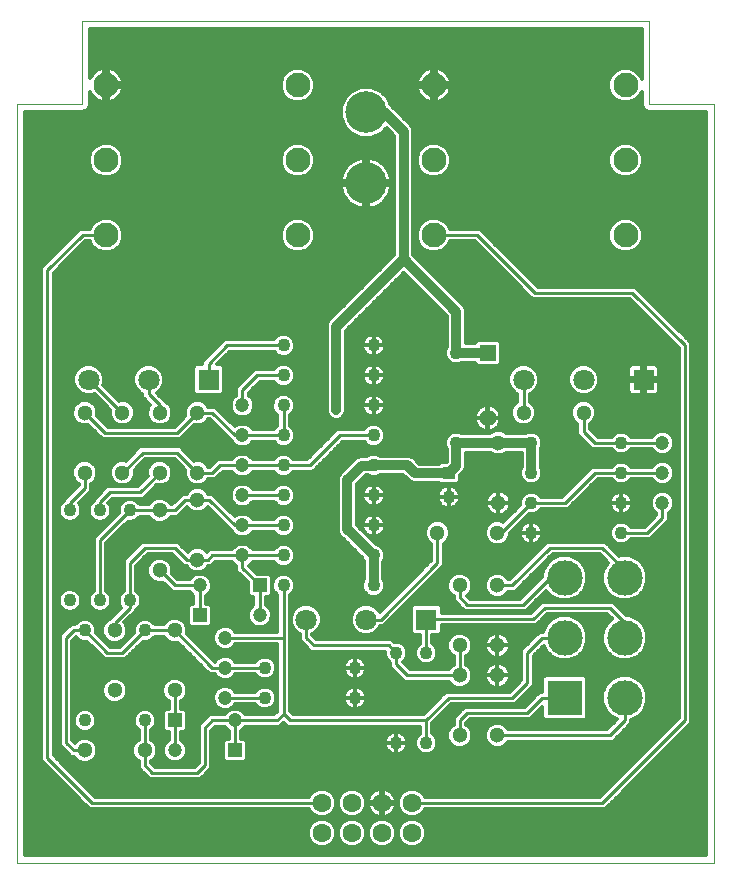
<source format=gbl>
G75*
%MOIN*%
%OFA0B0*%
%FSLAX25Y25*%
%IPPOS*%
%LPD*%
%AMOC8*
5,1,8,0,0,1.08239X$1,22.5*
%
%ADD10C,0.04331*%
%ADD11C,0.05118*%
%ADD12C,0.04724*%
%ADD13R,0.07087X0.07087*%
%ADD14C,0.07087*%
%ADD15R,0.04724X0.04724*%
%ADD16R,0.11811X0.11811*%
%ADD17C,0.11811*%
%ADD18C,0.00000*%
%ADD19C,0.08268*%
%ADD20C,0.05512*%
%ADD21R,0.05512X0.05512*%
%ADD22R,0.04331X0.04331*%
%ADD23C,0.13843*%
%ADD24C,0.06299*%
%ADD25C,0.01200*%
%ADD26C,0.03346*%
%ADD27C,0.03200*%
%ADD28C,0.03169*%
%ADD29C,0.01000*%
D10*
X0027500Y0050435D03*
X0047500Y0050435D03*
X0047500Y0080435D03*
X0042500Y0090435D03*
X0032500Y0090435D03*
X0022500Y0090435D03*
X0027500Y0080435D03*
X0022500Y0120435D03*
X0032500Y0120435D03*
X0042500Y0120435D03*
X0087500Y0067935D03*
X0087500Y0057935D03*
X0117500Y0057935D03*
X0117500Y0067935D03*
X0131250Y0072935D03*
X0141250Y0072935D03*
X0123750Y0095435D03*
X0123750Y0105435D03*
X0123750Y0115435D03*
X0123750Y0125435D03*
X0123750Y0135435D03*
X0123750Y0145435D03*
X0123750Y0155435D03*
X0123750Y0165435D03*
X0123750Y0175435D03*
X0151250Y0172935D03*
X0151250Y0142935D03*
X0148752Y0125005D03*
X0176250Y0122935D03*
X0176250Y0132935D03*
X0176250Y0142935D03*
X0176250Y0112935D03*
X0206250Y0112935D03*
X0206250Y0122935D03*
X0206250Y0132935D03*
X0206250Y0142935D03*
X0141250Y0042935D03*
X0131250Y0042935D03*
X0093750Y0095435D03*
X0093750Y0105435D03*
X0093750Y0115435D03*
X0093750Y0125435D03*
X0093750Y0135435D03*
X0093750Y0145435D03*
X0093750Y0155435D03*
X0093750Y0165435D03*
X0093750Y0175435D03*
D11*
X0065000Y0152935D03*
X0052500Y0152935D03*
X0040000Y0152935D03*
X0027500Y0152935D03*
X0027500Y0132935D03*
X0040000Y0132935D03*
X0052500Y0132935D03*
X0052500Y0120435D03*
X0065000Y0123935D03*
X0065000Y0132935D03*
X0065000Y0103935D03*
X0052500Y0100435D03*
X0057500Y0080435D03*
X0057500Y0060435D03*
X0047500Y0040435D03*
X0037500Y0060435D03*
X0037500Y0080435D03*
X0027500Y0040435D03*
X0145000Y0112935D03*
X0152500Y0095435D03*
X0165000Y0095435D03*
X0165000Y0112935D03*
X0165250Y0122935D03*
X0165250Y0142935D03*
X0173750Y0152935D03*
X0193750Y0152935D03*
X0165000Y0075435D03*
X0165000Y0065435D03*
X0152500Y0065435D03*
X0152500Y0075435D03*
X0152500Y0045435D03*
X0165000Y0045435D03*
D12*
X0220000Y0122935D03*
X0220000Y0132935D03*
X0220000Y0142935D03*
X0085750Y0085435D03*
X0074250Y0077935D03*
X0074250Y0067935D03*
X0074250Y0057935D03*
X0077500Y0050435D03*
X0057500Y0040435D03*
X0065750Y0095435D03*
X0080000Y0105435D03*
X0080000Y0115435D03*
X0080000Y0125435D03*
X0080000Y0135435D03*
X0080000Y0145435D03*
X0080000Y0155435D03*
D13*
X0068750Y0163998D03*
X0141250Y0083998D03*
X0213750Y0163998D03*
D14*
X0193750Y0163998D03*
X0173750Y0163998D03*
X0121250Y0083998D03*
X0101250Y0083998D03*
X0048750Y0163998D03*
X0028750Y0163998D03*
D15*
X0085750Y0095435D03*
X0065750Y0085435D03*
X0057500Y0050435D03*
X0077500Y0040435D03*
D16*
X0187500Y0057935D03*
D17*
X0187500Y0077935D03*
X0187500Y0097935D03*
X0207500Y0097935D03*
X0207500Y0077935D03*
X0207500Y0057935D03*
D18*
X0237283Y0002935D02*
X0005000Y0002935D01*
X0005000Y0255967D01*
X0026654Y0255967D01*
X0026654Y0283526D01*
X0215630Y0283526D01*
X0215630Y0255967D01*
X0237283Y0255967D01*
X0237283Y0002935D01*
D19*
X0207699Y0212185D03*
X0207699Y0237185D03*
X0207699Y0262185D03*
X0143801Y0262185D03*
X0143801Y0237185D03*
X0143801Y0212185D03*
X0098449Y0212185D03*
X0098449Y0237185D03*
X0098449Y0262185D03*
X0034551Y0262185D03*
X0034551Y0237185D03*
X0034551Y0212185D03*
D20*
X0161750Y0151185D03*
D21*
X0161750Y0172935D03*
D22*
X0148755Y0132865D03*
D23*
X0121250Y0229498D03*
X0121250Y0253120D03*
D24*
X0116500Y0022935D03*
X0116500Y0012935D03*
X0106500Y0012935D03*
X0106500Y0022935D03*
X0126500Y0022935D03*
X0126500Y0012935D03*
X0136500Y0012935D03*
X0136500Y0022935D03*
D25*
X0138242Y0018516D02*
X0234683Y0018516D01*
X0234683Y0017318D02*
X0138332Y0017318D01*
X0139190Y0016962D02*
X0137445Y0017685D01*
X0135555Y0017685D01*
X0133810Y0016962D01*
X0132473Y0015626D01*
X0131750Y0013880D01*
X0131750Y0011991D01*
X0132473Y0010245D01*
X0133810Y0008909D01*
X0135555Y0008186D01*
X0137445Y0008186D01*
X0139190Y0008909D01*
X0140527Y0010245D01*
X0141250Y0011991D01*
X0141250Y0013880D01*
X0140527Y0015626D01*
X0139190Y0016962D01*
X0140033Y0016119D02*
X0234683Y0016119D01*
X0234683Y0014921D02*
X0140819Y0014921D01*
X0141250Y0013722D02*
X0234683Y0013722D01*
X0234683Y0012524D02*
X0141250Y0012524D01*
X0140974Y0011325D02*
X0234683Y0011325D01*
X0234683Y0010127D02*
X0140408Y0010127D01*
X0139210Y0008928D02*
X0234683Y0008928D01*
X0234683Y0007729D02*
X0007600Y0007729D01*
X0007600Y0006531D02*
X0234683Y0006531D01*
X0234683Y0005535D02*
X0234683Y0253367D01*
X0215113Y0253367D01*
X0214157Y0253763D01*
X0213426Y0254494D01*
X0213030Y0255450D01*
X0213030Y0260073D01*
X0212560Y0258937D01*
X0210947Y0257324D01*
X0208839Y0256452D01*
X0206558Y0256452D01*
X0204451Y0257324D01*
X0202838Y0258937D01*
X0201965Y0261045D01*
X0201965Y0263326D01*
X0202838Y0265433D01*
X0204451Y0267046D01*
X0206558Y0267919D01*
X0208839Y0267919D01*
X0210947Y0267046D01*
X0212560Y0265433D01*
X0213030Y0264298D01*
X0213030Y0280926D01*
X0029254Y0280926D01*
X0029254Y0264418D01*
X0029647Y0265191D01*
X0030178Y0265921D01*
X0030816Y0266559D01*
X0031546Y0267089D01*
X0032350Y0267499D01*
X0033208Y0267778D01*
X0033951Y0267896D01*
X0033951Y0262785D01*
X0035151Y0262785D01*
X0040261Y0262785D01*
X0040144Y0263528D01*
X0039865Y0264386D01*
X0039455Y0265191D01*
X0038925Y0265921D01*
X0038287Y0266559D01*
X0037556Y0267089D01*
X0036752Y0267499D01*
X0035894Y0267778D01*
X0035151Y0267896D01*
X0035151Y0262785D01*
X0035151Y0261585D01*
X0035151Y0256475D01*
X0035894Y0256593D01*
X0036752Y0256872D01*
X0037556Y0257281D01*
X0038287Y0257812D01*
X0038925Y0258450D01*
X0039455Y0259180D01*
X0039865Y0259984D01*
X0040144Y0260843D01*
X0040261Y0261585D01*
X0035151Y0261585D01*
X0033951Y0261585D01*
X0033951Y0256475D01*
X0033208Y0256593D01*
X0032350Y0256872D01*
X0031546Y0257281D01*
X0030816Y0257812D01*
X0030178Y0258450D01*
X0029647Y0259180D01*
X0029254Y0259953D01*
X0029254Y0255450D01*
X0028858Y0254494D01*
X0028126Y0253763D01*
X0027171Y0253367D01*
X0007600Y0253367D01*
X0007600Y0005535D01*
X0234683Y0005535D01*
X0234683Y0019715D02*
X0139996Y0019715D01*
X0140527Y0020245D02*
X0140771Y0020835D01*
X0200870Y0020835D01*
X0202100Y0022066D01*
X0229600Y0049566D01*
X0229600Y0176305D01*
X0228370Y0177535D01*
X0210870Y0195035D01*
X0178370Y0195035D01*
X0159120Y0214285D01*
X0149138Y0214285D01*
X0148662Y0215433D01*
X0147049Y0217046D01*
X0144942Y0217919D01*
X0142661Y0217919D01*
X0140553Y0217046D01*
X0138940Y0215433D01*
X0138067Y0213326D01*
X0138067Y0211045D01*
X0138940Y0208937D01*
X0140553Y0207324D01*
X0142661Y0206452D01*
X0144942Y0206452D01*
X0147049Y0207324D01*
X0148662Y0208937D01*
X0149138Y0210085D01*
X0157380Y0210085D01*
X0176630Y0190835D01*
X0209130Y0190835D01*
X0225400Y0174566D01*
X0225400Y0051305D01*
X0199130Y0025035D01*
X0140771Y0025035D01*
X0140527Y0025626D01*
X0139190Y0026962D01*
X0137445Y0027685D01*
X0135555Y0027685D01*
X0133810Y0026962D01*
X0132473Y0025626D01*
X0131750Y0023880D01*
X0131750Y0021991D01*
X0132473Y0020245D01*
X0133810Y0018909D01*
X0135555Y0018186D01*
X0137445Y0018186D01*
X0139190Y0018909D01*
X0140527Y0020245D01*
X0140445Y0025707D02*
X0199802Y0025707D01*
X0201000Y0026906D02*
X0139247Y0026906D01*
X0133753Y0026906D02*
X0129116Y0026906D01*
X0128989Y0026998D02*
X0129594Y0026558D01*
X0130123Y0026030D01*
X0130562Y0025425D01*
X0130902Y0024759D01*
X0131133Y0024048D01*
X0131250Y0023309D01*
X0131250Y0023221D01*
X0126786Y0023221D01*
X0126786Y0022650D01*
X0131250Y0022650D01*
X0131250Y0022562D01*
X0131133Y0021823D01*
X0130902Y0021112D01*
X0130562Y0020446D01*
X0130123Y0019841D01*
X0129594Y0019313D01*
X0128989Y0018873D01*
X0128323Y0018534D01*
X0127612Y0018303D01*
X0126874Y0018186D01*
X0126786Y0018186D01*
X0126786Y0022650D01*
X0126214Y0022650D01*
X0121750Y0022650D01*
X0121750Y0022562D01*
X0121867Y0021823D01*
X0122098Y0021112D01*
X0122438Y0020446D01*
X0122877Y0019841D01*
X0123406Y0019313D01*
X0124011Y0018873D01*
X0124677Y0018534D01*
X0125388Y0018303D01*
X0126126Y0018186D01*
X0126214Y0018186D01*
X0126214Y0022650D01*
X0126214Y0023221D01*
X0121750Y0023221D01*
X0121750Y0023309D01*
X0121867Y0024048D01*
X0122098Y0024759D01*
X0122438Y0025425D01*
X0122877Y0026030D01*
X0123406Y0026558D01*
X0124011Y0026998D01*
X0124677Y0027337D01*
X0125388Y0027568D01*
X0126126Y0027685D01*
X0126214Y0027685D01*
X0126214Y0023221D01*
X0126786Y0023221D01*
X0126786Y0027685D01*
X0126874Y0027685D01*
X0127612Y0027568D01*
X0128323Y0027337D01*
X0128989Y0026998D01*
X0130357Y0025707D02*
X0132555Y0025707D01*
X0132011Y0024509D02*
X0130983Y0024509D01*
X0131249Y0023310D02*
X0131750Y0023310D01*
X0131750Y0022112D02*
X0131178Y0022112D01*
X0130800Y0020913D02*
X0132197Y0020913D01*
X0133004Y0019715D02*
X0129996Y0019715D01*
X0128269Y0018516D02*
X0134758Y0018516D01*
X0134668Y0017318D02*
X0128332Y0017318D01*
X0129190Y0016962D02*
X0127445Y0017685D01*
X0125555Y0017685D01*
X0123810Y0016962D01*
X0122473Y0015626D01*
X0121750Y0013880D01*
X0121750Y0011991D01*
X0122473Y0010245D01*
X0123810Y0008909D01*
X0125555Y0008186D01*
X0127445Y0008186D01*
X0129190Y0008909D01*
X0130527Y0010245D01*
X0131250Y0011991D01*
X0131250Y0013880D01*
X0130527Y0015626D01*
X0129190Y0016962D01*
X0130033Y0016119D02*
X0132967Y0016119D01*
X0132181Y0014921D02*
X0130819Y0014921D01*
X0131250Y0013722D02*
X0131750Y0013722D01*
X0131750Y0012524D02*
X0131250Y0012524D01*
X0130974Y0011325D02*
X0132026Y0011325D01*
X0132592Y0010127D02*
X0130408Y0010127D01*
X0129210Y0008928D02*
X0133790Y0008928D01*
X0126786Y0018516D02*
X0126214Y0018516D01*
X0126214Y0019715D02*
X0126786Y0019715D01*
X0126786Y0020913D02*
X0126214Y0020913D01*
X0126214Y0022112D02*
X0126786Y0022112D01*
X0126786Y0023310D02*
X0126214Y0023310D01*
X0126214Y0024509D02*
X0126786Y0024509D01*
X0126786Y0025707D02*
X0126214Y0025707D01*
X0126214Y0026906D02*
X0126786Y0026906D01*
X0123884Y0026906D02*
X0119247Y0026906D01*
X0119190Y0026962D02*
X0117445Y0027685D01*
X0115555Y0027685D01*
X0113810Y0026962D01*
X0112473Y0025626D01*
X0111750Y0023880D01*
X0111750Y0021991D01*
X0112473Y0020245D01*
X0113810Y0018909D01*
X0115555Y0018186D01*
X0117445Y0018186D01*
X0119190Y0018909D01*
X0120527Y0020245D01*
X0121250Y0021991D01*
X0121250Y0023880D01*
X0120527Y0025626D01*
X0119190Y0026962D01*
X0120445Y0025707D02*
X0122643Y0025707D01*
X0122017Y0024509D02*
X0120989Y0024509D01*
X0121250Y0023310D02*
X0121751Y0023310D01*
X0121822Y0022112D02*
X0121250Y0022112D01*
X0120803Y0020913D02*
X0122200Y0020913D01*
X0123004Y0019715D02*
X0119996Y0019715D01*
X0118242Y0018516D02*
X0124731Y0018516D01*
X0124668Y0017318D02*
X0118332Y0017318D01*
X0119190Y0016962D02*
X0117445Y0017685D01*
X0115555Y0017685D01*
X0113810Y0016962D01*
X0112473Y0015626D01*
X0111750Y0013880D01*
X0111750Y0011991D01*
X0112473Y0010245D01*
X0113810Y0008909D01*
X0115555Y0008186D01*
X0117445Y0008186D01*
X0119190Y0008909D01*
X0120527Y0010245D01*
X0121250Y0011991D01*
X0121250Y0013880D01*
X0120527Y0015626D01*
X0119190Y0016962D01*
X0120033Y0016119D02*
X0122967Y0016119D01*
X0122181Y0014921D02*
X0120819Y0014921D01*
X0121250Y0013722D02*
X0121750Y0013722D01*
X0121750Y0012524D02*
X0121250Y0012524D01*
X0120974Y0011325D02*
X0122026Y0011325D01*
X0122592Y0010127D02*
X0120408Y0010127D01*
X0119210Y0008928D02*
X0123790Y0008928D01*
X0113790Y0008928D02*
X0109210Y0008928D01*
X0109190Y0008909D02*
X0110527Y0010245D01*
X0111250Y0011991D01*
X0111250Y0013880D01*
X0110527Y0015626D01*
X0109190Y0016962D01*
X0107445Y0017685D01*
X0105555Y0017685D01*
X0103810Y0016962D01*
X0102473Y0015626D01*
X0101750Y0013880D01*
X0101750Y0011991D01*
X0102473Y0010245D01*
X0103810Y0008909D01*
X0105555Y0008186D01*
X0107445Y0008186D01*
X0109190Y0008909D01*
X0110408Y0010127D02*
X0112592Y0010127D01*
X0112026Y0011325D02*
X0110974Y0011325D01*
X0111250Y0012524D02*
X0111750Y0012524D01*
X0111750Y0013722D02*
X0111250Y0013722D01*
X0110819Y0014921D02*
X0112181Y0014921D01*
X0112967Y0016119D02*
X0110033Y0016119D01*
X0108332Y0017318D02*
X0114668Y0017318D01*
X0114758Y0018516D02*
X0108242Y0018516D01*
X0107445Y0018186D02*
X0109190Y0018909D01*
X0110527Y0020245D01*
X0111250Y0021991D01*
X0111250Y0023880D01*
X0110527Y0025626D01*
X0109190Y0026962D01*
X0107445Y0027685D01*
X0105555Y0027685D01*
X0103810Y0026962D01*
X0102473Y0025626D01*
X0102229Y0025035D01*
X0030870Y0025035D01*
X0017100Y0038805D01*
X0017100Y0199566D01*
X0027620Y0210085D01*
X0029215Y0210085D01*
X0029690Y0208937D01*
X0031303Y0207324D01*
X0033411Y0206452D01*
X0035692Y0206452D01*
X0037799Y0207324D01*
X0039412Y0208937D01*
X0040285Y0211045D01*
X0040285Y0213326D01*
X0039412Y0215433D01*
X0037799Y0217046D01*
X0035692Y0217919D01*
X0033411Y0217919D01*
X0031303Y0217046D01*
X0029690Y0215433D01*
X0029215Y0214285D01*
X0025880Y0214285D01*
X0014130Y0202535D01*
X0012900Y0201305D01*
X0012900Y0037066D01*
X0014130Y0035835D01*
X0027900Y0022066D01*
X0027900Y0022066D01*
X0029130Y0020835D01*
X0102229Y0020835D01*
X0102473Y0020245D01*
X0103810Y0018909D01*
X0105555Y0018186D01*
X0107445Y0018186D01*
X0104758Y0018516D02*
X0007600Y0018516D01*
X0007600Y0017318D02*
X0104668Y0017318D01*
X0102967Y0016119D02*
X0007600Y0016119D01*
X0007600Y0014921D02*
X0102181Y0014921D01*
X0101750Y0013722D02*
X0007600Y0013722D01*
X0007600Y0012524D02*
X0101750Y0012524D01*
X0102026Y0011325D02*
X0007600Y0011325D01*
X0007600Y0010127D02*
X0102592Y0010127D01*
X0103790Y0008928D02*
X0007600Y0008928D01*
X0007600Y0019715D02*
X0103004Y0019715D01*
X0102555Y0025707D02*
X0030198Y0025707D01*
X0029000Y0026906D02*
X0103753Y0026906D01*
X0109247Y0026906D02*
X0113753Y0026906D01*
X0112555Y0025707D02*
X0110445Y0025707D01*
X0110989Y0024509D02*
X0112011Y0024509D01*
X0111750Y0023310D02*
X0111250Y0023310D01*
X0111250Y0022112D02*
X0111750Y0022112D01*
X0112197Y0020913D02*
X0110803Y0020913D01*
X0109996Y0019715D02*
X0113004Y0019715D01*
X0128850Y0040011D02*
X0129466Y0039599D01*
X0130152Y0039315D01*
X0130879Y0039170D01*
X0131250Y0039170D01*
X0131621Y0039170D01*
X0132348Y0039315D01*
X0133034Y0039599D01*
X0133650Y0040011D01*
X0134175Y0040535D01*
X0134587Y0041152D01*
X0134871Y0041837D01*
X0135015Y0042565D01*
X0135015Y0042935D01*
X0131250Y0042935D01*
X0131250Y0039170D01*
X0131250Y0042935D01*
X0131250Y0042935D01*
X0131250Y0042935D01*
X0127485Y0042935D01*
X0127485Y0042565D01*
X0127629Y0041837D01*
X0127913Y0041152D01*
X0128325Y0040535D01*
X0128850Y0040011D01*
X0128771Y0040089D02*
X0081462Y0040089D01*
X0081462Y0038891D02*
X0212985Y0038891D01*
X0211787Y0037692D02*
X0081462Y0037692D01*
X0081462Y0037410D02*
X0081462Y0043460D01*
X0080525Y0044398D01*
X0079600Y0044398D01*
X0079600Y0047017D01*
X0079744Y0047076D01*
X0080859Y0048191D01*
X0080919Y0048335D01*
X0092370Y0048335D01*
X0093600Y0049566D01*
X0093750Y0049716D01*
X0093900Y0049566D01*
X0095130Y0048335D01*
X0139150Y0048335D01*
X0139150Y0046141D01*
X0139117Y0046128D01*
X0138058Y0045068D01*
X0137485Y0043684D01*
X0137485Y0042186D01*
X0138058Y0040803D01*
X0139117Y0039743D01*
X0140501Y0039170D01*
X0141999Y0039170D01*
X0143383Y0039743D01*
X0144442Y0040803D01*
X0145015Y0042186D01*
X0145015Y0043684D01*
X0144442Y0045068D01*
X0143383Y0046128D01*
X0143350Y0046141D01*
X0143350Y0049566D01*
X0149620Y0055835D01*
X0170870Y0055835D01*
X0175870Y0060835D01*
X0177100Y0062066D01*
X0177100Y0072066D01*
X0180429Y0075394D01*
X0181137Y0073684D01*
X0183248Y0071573D01*
X0186007Y0070430D01*
X0188993Y0070430D01*
X0191752Y0071573D01*
X0193863Y0073684D01*
X0195005Y0076442D01*
X0195005Y0079428D01*
X0193863Y0082187D01*
X0191752Y0084298D01*
X0188993Y0085441D01*
X0186007Y0085441D01*
X0183248Y0084298D01*
X0181137Y0082187D01*
X0180246Y0080035D01*
X0179130Y0080035D01*
X0177900Y0078805D01*
X0172900Y0073805D01*
X0172900Y0063805D01*
X0169130Y0060035D01*
X0147880Y0060035D01*
X0146650Y0058805D01*
X0140380Y0052535D01*
X0096870Y0052535D01*
X0095850Y0053555D01*
X0095850Y0092230D01*
X0095883Y0092243D01*
X0096942Y0093303D01*
X0097515Y0094686D01*
X0097515Y0096184D01*
X0096942Y0097568D01*
X0095883Y0098628D01*
X0094499Y0099201D01*
X0093001Y0099201D01*
X0091617Y0098628D01*
X0090558Y0097568D01*
X0089985Y0096184D01*
X0089985Y0094686D01*
X0090558Y0093303D01*
X0091617Y0092243D01*
X0091650Y0092230D01*
X0091650Y0080035D01*
X0077669Y0080035D01*
X0077609Y0080180D01*
X0076494Y0081294D01*
X0075038Y0081898D01*
X0073462Y0081898D01*
X0072006Y0081294D01*
X0070891Y0080180D01*
X0070288Y0078724D01*
X0070288Y0077147D01*
X0070891Y0075691D01*
X0072006Y0074576D01*
X0073462Y0073973D01*
X0075038Y0073973D01*
X0076494Y0074576D01*
X0077609Y0075691D01*
X0077669Y0075835D01*
X0091650Y0075835D01*
X0091650Y0053555D01*
X0090630Y0052535D01*
X0080919Y0052535D01*
X0080859Y0052680D01*
X0079744Y0053794D01*
X0078288Y0054398D01*
X0076712Y0054398D01*
X0075256Y0053794D01*
X0074141Y0052680D01*
X0074081Y0052535D01*
X0069130Y0052535D01*
X0066630Y0050035D01*
X0065400Y0048805D01*
X0065400Y0036305D01*
X0064130Y0035035D01*
X0050870Y0035035D01*
X0049600Y0036305D01*
X0049600Y0036804D01*
X0049856Y0036910D01*
X0051026Y0038080D01*
X0051659Y0039608D01*
X0051659Y0041263D01*
X0051026Y0042791D01*
X0049856Y0043961D01*
X0049600Y0044067D01*
X0049600Y0047230D01*
X0049633Y0047243D01*
X0050692Y0048303D01*
X0051265Y0049686D01*
X0051265Y0051184D01*
X0050692Y0052568D01*
X0049633Y0053628D01*
X0048249Y0054201D01*
X0046751Y0054201D01*
X0045367Y0053628D01*
X0044308Y0052568D01*
X0043735Y0051184D01*
X0043735Y0049686D01*
X0044308Y0048303D01*
X0045367Y0047243D01*
X0045400Y0047230D01*
X0045400Y0044067D01*
X0045144Y0043961D01*
X0043974Y0042791D01*
X0043341Y0041263D01*
X0043341Y0039608D01*
X0043974Y0038080D01*
X0045144Y0036910D01*
X0045400Y0036804D01*
X0045400Y0034566D01*
X0046630Y0033335D01*
X0049130Y0030835D01*
X0065870Y0030835D01*
X0067100Y0032066D01*
X0069600Y0034566D01*
X0069600Y0047066D01*
X0070870Y0048335D01*
X0074081Y0048335D01*
X0074141Y0048191D01*
X0075256Y0047076D01*
X0075400Y0047017D01*
X0075400Y0044398D01*
X0074475Y0044398D01*
X0073538Y0043460D01*
X0073538Y0037410D01*
X0074475Y0036473D01*
X0080525Y0036473D01*
X0081462Y0037410D01*
X0080545Y0036494D02*
X0210588Y0036494D01*
X0209390Y0035295D02*
X0069600Y0035295D01*
X0069600Y0036494D02*
X0074455Y0036494D01*
X0073538Y0037692D02*
X0069600Y0037692D01*
X0069600Y0038891D02*
X0073538Y0038891D01*
X0073538Y0040089D02*
X0069600Y0040089D01*
X0069600Y0041288D02*
X0073538Y0041288D01*
X0073538Y0042486D02*
X0069600Y0042486D01*
X0069600Y0043685D02*
X0073762Y0043685D01*
X0075400Y0044883D02*
X0069600Y0044883D01*
X0069600Y0046082D02*
X0075400Y0046082D01*
X0075052Y0047280D02*
X0069815Y0047280D01*
X0067471Y0050876D02*
X0061462Y0050876D01*
X0061462Y0052074D02*
X0068669Y0052074D01*
X0066630Y0050035D02*
X0066630Y0050035D01*
X0066272Y0049677D02*
X0061462Y0049677D01*
X0061462Y0048479D02*
X0065400Y0048479D01*
X0065400Y0047280D02*
X0061332Y0047280D01*
X0061462Y0047410D02*
X0061462Y0053460D01*
X0060525Y0054398D01*
X0059600Y0054398D01*
X0059600Y0056804D01*
X0059856Y0056910D01*
X0061026Y0058080D01*
X0061659Y0059608D01*
X0061659Y0061263D01*
X0061026Y0062791D01*
X0059856Y0063961D01*
X0058327Y0064594D01*
X0056673Y0064594D01*
X0055144Y0063961D01*
X0053974Y0062791D01*
X0053341Y0061263D01*
X0053341Y0059608D01*
X0053974Y0058080D01*
X0055144Y0056910D01*
X0055400Y0056804D01*
X0055400Y0054398D01*
X0054475Y0054398D01*
X0053538Y0053460D01*
X0053538Y0047410D01*
X0054475Y0046473D01*
X0055400Y0046473D01*
X0055400Y0043854D01*
X0055256Y0043794D01*
X0054141Y0042680D01*
X0053538Y0041224D01*
X0053538Y0039647D01*
X0054141Y0038191D01*
X0055256Y0037076D01*
X0056712Y0036473D01*
X0058288Y0036473D01*
X0059744Y0037076D01*
X0060859Y0038191D01*
X0061462Y0039647D01*
X0061462Y0041224D01*
X0060859Y0042680D01*
X0059744Y0043794D01*
X0059600Y0043854D01*
X0059600Y0046473D01*
X0060525Y0046473D01*
X0061462Y0047410D01*
X0059600Y0046082D02*
X0065400Y0046082D01*
X0065400Y0044883D02*
X0059600Y0044883D01*
X0059854Y0043685D02*
X0065400Y0043685D01*
X0065400Y0042486D02*
X0060939Y0042486D01*
X0061436Y0041288D02*
X0065400Y0041288D01*
X0065400Y0040089D02*
X0061462Y0040089D01*
X0061149Y0038891D02*
X0065400Y0038891D01*
X0065400Y0037692D02*
X0060360Y0037692D01*
X0058338Y0036494D02*
X0065400Y0036494D01*
X0064390Y0035295D02*
X0050610Y0035295D01*
X0049600Y0036494D02*
X0056662Y0036494D01*
X0054640Y0037692D02*
X0050639Y0037692D01*
X0051362Y0038891D02*
X0053851Y0038891D01*
X0053538Y0040089D02*
X0051659Y0040089D01*
X0051649Y0041288D02*
X0053564Y0041288D01*
X0054061Y0042486D02*
X0051152Y0042486D01*
X0050132Y0043685D02*
X0055146Y0043685D01*
X0055400Y0044883D02*
X0049600Y0044883D01*
X0049600Y0046082D02*
X0055400Y0046082D01*
X0053668Y0047280D02*
X0049670Y0047280D01*
X0050765Y0048479D02*
X0053538Y0048479D01*
X0053538Y0049677D02*
X0051262Y0049677D01*
X0051265Y0050876D02*
X0053538Y0050876D01*
X0053538Y0052074D02*
X0050897Y0052074D01*
X0049988Y0053273D02*
X0053538Y0053273D01*
X0055400Y0054471D02*
X0023350Y0054471D01*
X0023350Y0053273D02*
X0025012Y0053273D01*
X0025367Y0053628D02*
X0024308Y0052568D01*
X0023735Y0051184D01*
X0023735Y0049686D01*
X0024308Y0048303D01*
X0025367Y0047243D01*
X0026751Y0046670D01*
X0028249Y0046670D01*
X0029633Y0047243D01*
X0030692Y0048303D01*
X0031265Y0049686D01*
X0031265Y0051184D01*
X0030692Y0052568D01*
X0029633Y0053628D01*
X0028249Y0054201D01*
X0026751Y0054201D01*
X0025367Y0053628D01*
X0024103Y0052074D02*
X0023350Y0052074D01*
X0023350Y0050876D02*
X0023735Y0050876D01*
X0023738Y0049677D02*
X0023350Y0049677D01*
X0023350Y0048479D02*
X0024235Y0048479D01*
X0023350Y0047280D02*
X0025330Y0047280D01*
X0023350Y0046082D02*
X0045400Y0046082D01*
X0045400Y0044883D02*
X0023350Y0044883D01*
X0023350Y0043805D02*
X0023350Y0077066D01*
X0024447Y0078163D01*
X0025367Y0077243D01*
X0026751Y0076670D01*
X0028249Y0076670D01*
X0028282Y0076684D01*
X0034130Y0070835D01*
X0040870Y0070835D01*
X0042100Y0072066D01*
X0046718Y0076684D01*
X0046751Y0076670D01*
X0048249Y0076670D01*
X0049633Y0077243D01*
X0050692Y0078303D01*
X0050706Y0078335D01*
X0053868Y0078335D01*
X0053974Y0078080D01*
X0055144Y0076910D01*
X0056673Y0076276D01*
X0058327Y0076276D01*
X0058583Y0076382D01*
X0067900Y0067066D01*
X0069130Y0065835D01*
X0070831Y0065835D01*
X0070891Y0065691D01*
X0072006Y0064576D01*
X0073462Y0063973D01*
X0075038Y0063973D01*
X0076494Y0064576D01*
X0077609Y0065691D01*
X0077669Y0065835D01*
X0084294Y0065835D01*
X0084308Y0065803D01*
X0085367Y0064743D01*
X0086751Y0064170D01*
X0088249Y0064170D01*
X0089633Y0064743D01*
X0090692Y0065803D01*
X0091265Y0067186D01*
X0091265Y0068684D01*
X0090692Y0070068D01*
X0089633Y0071128D01*
X0088249Y0071701D01*
X0086751Y0071701D01*
X0085367Y0071128D01*
X0084308Y0070068D01*
X0084294Y0070035D01*
X0077669Y0070035D01*
X0077609Y0070180D01*
X0076494Y0071294D01*
X0075038Y0071898D01*
X0073462Y0071898D01*
X0072006Y0071294D01*
X0070891Y0070180D01*
X0070843Y0070063D01*
X0061553Y0079352D01*
X0061659Y0079608D01*
X0061659Y0081263D01*
X0061026Y0082791D01*
X0059856Y0083961D01*
X0058327Y0084594D01*
X0056673Y0084594D01*
X0055144Y0083961D01*
X0053974Y0082791D01*
X0053868Y0082535D01*
X0050706Y0082535D01*
X0050692Y0082568D01*
X0049633Y0083628D01*
X0048249Y0084201D01*
X0046751Y0084201D01*
X0045367Y0083628D01*
X0044308Y0082568D01*
X0043735Y0081184D01*
X0043735Y0079686D01*
X0043748Y0079654D01*
X0039130Y0075035D01*
X0035870Y0075035D01*
X0031252Y0079654D01*
X0031265Y0079686D01*
X0031265Y0081184D01*
X0030692Y0082568D01*
X0029633Y0083628D01*
X0028249Y0084201D01*
X0026751Y0084201D01*
X0025367Y0083628D01*
X0024308Y0082568D01*
X0024294Y0082535D01*
X0022880Y0082535D01*
X0021650Y0081305D01*
X0019150Y0078805D01*
X0019150Y0042066D01*
X0020380Y0040835D01*
X0022880Y0038335D01*
X0023868Y0038335D01*
X0023974Y0038080D01*
X0025144Y0036910D01*
X0026673Y0036276D01*
X0028327Y0036276D01*
X0029856Y0036910D01*
X0031026Y0038080D01*
X0031659Y0039608D01*
X0031659Y0041263D01*
X0031026Y0042791D01*
X0029856Y0043961D01*
X0028327Y0044594D01*
X0026673Y0044594D01*
X0025144Y0043961D01*
X0024169Y0042986D01*
X0023350Y0043805D01*
X0023470Y0043685D02*
X0024868Y0043685D01*
X0021126Y0040089D02*
X0017100Y0040089D01*
X0017100Y0038891D02*
X0022325Y0038891D01*
X0024361Y0037692D02*
X0018213Y0037692D01*
X0019412Y0036494D02*
X0026148Y0036494D01*
X0023007Y0032898D02*
X0047067Y0032898D01*
X0045869Y0034097D02*
X0021809Y0034097D01*
X0020610Y0035295D02*
X0045400Y0035295D01*
X0045400Y0036494D02*
X0028852Y0036494D01*
X0030639Y0037692D02*
X0044361Y0037692D01*
X0043638Y0038891D02*
X0031362Y0038891D01*
X0031659Y0040089D02*
X0043341Y0040089D01*
X0043351Y0041288D02*
X0031649Y0041288D01*
X0031152Y0042486D02*
X0043848Y0042486D01*
X0044868Y0043685D02*
X0030132Y0043685D01*
X0029670Y0047280D02*
X0045330Y0047280D01*
X0044235Y0048479D02*
X0030765Y0048479D01*
X0031262Y0049677D02*
X0043738Y0049677D01*
X0043735Y0050876D02*
X0031265Y0050876D01*
X0030897Y0052074D02*
X0044103Y0052074D01*
X0045012Y0053273D02*
X0029988Y0053273D01*
X0033987Y0058067D02*
X0023350Y0058067D01*
X0023350Y0059265D02*
X0033483Y0059265D01*
X0033341Y0059608D02*
X0033341Y0061263D01*
X0033974Y0062791D01*
X0035144Y0063961D01*
X0036673Y0064594D01*
X0038327Y0064594D01*
X0039856Y0063961D01*
X0041026Y0062791D01*
X0041659Y0061263D01*
X0041659Y0059608D01*
X0041026Y0058080D01*
X0039856Y0056910D01*
X0038327Y0056276D01*
X0036673Y0056276D01*
X0035144Y0056910D01*
X0033974Y0058080D01*
X0033341Y0059608D01*
X0033341Y0060464D02*
X0023350Y0060464D01*
X0023350Y0061662D02*
X0033507Y0061662D01*
X0034044Y0062861D02*
X0023350Y0062861D01*
X0023350Y0064060D02*
X0035381Y0064060D01*
X0039619Y0064060D02*
X0055381Y0064060D01*
X0054044Y0062861D02*
X0040956Y0062861D01*
X0041493Y0061662D02*
X0053507Y0061662D01*
X0053341Y0060464D02*
X0041659Y0060464D01*
X0041517Y0059265D02*
X0053483Y0059265D01*
X0053987Y0058067D02*
X0041013Y0058067D01*
X0039757Y0056868D02*
X0055243Y0056868D01*
X0055400Y0055670D02*
X0023350Y0055670D01*
X0023350Y0056868D02*
X0035243Y0056868D01*
X0033715Y0071251D02*
X0023350Y0071251D01*
X0023350Y0072449D02*
X0032516Y0072449D01*
X0031318Y0073648D02*
X0023350Y0073648D01*
X0023350Y0074846D02*
X0030119Y0074846D01*
X0028921Y0076045D02*
X0023350Y0076045D01*
X0023528Y0077243D02*
X0025368Y0077243D01*
X0021183Y0080839D02*
X0017100Y0080839D01*
X0017100Y0082037D02*
X0022382Y0082037D01*
X0024975Y0083236D02*
X0017100Y0083236D01*
X0017100Y0084434D02*
X0036029Y0084434D01*
X0035847Y0084253D02*
X0035144Y0083961D01*
X0033974Y0082791D01*
X0033341Y0081263D01*
X0033341Y0079608D01*
X0033974Y0078080D01*
X0035144Y0076910D01*
X0036673Y0076276D01*
X0038327Y0076276D01*
X0039856Y0076910D01*
X0041026Y0078080D01*
X0041659Y0079608D01*
X0041659Y0081263D01*
X0041026Y0082791D01*
X0040676Y0083141D01*
X0043370Y0085835D01*
X0044600Y0087066D01*
X0044600Y0087230D01*
X0044633Y0087243D01*
X0045692Y0088303D01*
X0046265Y0089686D01*
X0046265Y0091184D01*
X0045692Y0092568D01*
X0044633Y0093628D01*
X0044600Y0093641D01*
X0044600Y0102066D01*
X0048370Y0105835D01*
X0056630Y0105835D01*
X0060630Y0101835D01*
X0061368Y0101835D01*
X0061474Y0101580D01*
X0062644Y0100410D01*
X0064173Y0099776D01*
X0065827Y0099776D01*
X0067356Y0100410D01*
X0068526Y0101580D01*
X0068632Y0101835D01*
X0069370Y0101835D01*
X0070870Y0103335D01*
X0076581Y0103335D01*
X0076641Y0103191D01*
X0077756Y0102076D01*
X0077900Y0102017D01*
X0077900Y0100316D01*
X0081788Y0096428D01*
X0081788Y0092410D01*
X0082725Y0091473D01*
X0083650Y0091473D01*
X0083650Y0088854D01*
X0083506Y0088794D01*
X0082391Y0087680D01*
X0081788Y0086224D01*
X0081788Y0084647D01*
X0082391Y0083191D01*
X0083506Y0082076D01*
X0084962Y0081473D01*
X0086538Y0081473D01*
X0087994Y0082076D01*
X0089109Y0083191D01*
X0089712Y0084647D01*
X0089712Y0086224D01*
X0089109Y0087680D01*
X0087994Y0088794D01*
X0087850Y0088854D01*
X0087850Y0091473D01*
X0088775Y0091473D01*
X0089712Y0092410D01*
X0089712Y0098460D01*
X0088775Y0099398D01*
X0084758Y0099398D01*
X0082127Y0102028D01*
X0082244Y0102076D01*
X0083359Y0103191D01*
X0083419Y0103335D01*
X0090544Y0103335D01*
X0090558Y0103303D01*
X0091617Y0102243D01*
X0093001Y0101670D01*
X0094499Y0101670D01*
X0095883Y0102243D01*
X0096942Y0103303D01*
X0097515Y0104686D01*
X0097515Y0106184D01*
X0096942Y0107568D01*
X0095883Y0108628D01*
X0094499Y0109201D01*
X0093001Y0109201D01*
X0091617Y0108628D01*
X0090558Y0107568D01*
X0090544Y0107535D01*
X0083419Y0107535D01*
X0083359Y0107680D01*
X0082244Y0108794D01*
X0080788Y0109398D01*
X0079212Y0109398D01*
X0077756Y0108794D01*
X0076641Y0107680D01*
X0076581Y0107535D01*
X0069130Y0107535D01*
X0068206Y0106611D01*
X0067356Y0107461D01*
X0065827Y0108094D01*
X0064173Y0108094D01*
X0062644Y0107461D01*
X0061794Y0106611D01*
X0059600Y0108805D01*
X0058370Y0110035D01*
X0046630Y0110035D01*
X0045400Y0108805D01*
X0040400Y0103805D01*
X0040400Y0093641D01*
X0040367Y0093628D01*
X0039308Y0092568D01*
X0038735Y0091184D01*
X0038735Y0089686D01*
X0039308Y0088303D01*
X0039603Y0088008D01*
X0035847Y0084253D01*
X0034418Y0083236D02*
X0030025Y0083236D01*
X0030912Y0082037D02*
X0033662Y0082037D01*
X0033341Y0080839D02*
X0031265Y0080839D01*
X0031265Y0079640D02*
X0033341Y0079640D01*
X0033824Y0078442D02*
X0032464Y0078442D01*
X0033662Y0077243D02*
X0034811Y0077243D01*
X0034861Y0076045D02*
X0040139Y0076045D01*
X0040189Y0077243D02*
X0041338Y0077243D01*
X0041176Y0078442D02*
X0042536Y0078442D01*
X0041659Y0079640D02*
X0043735Y0079640D01*
X0043735Y0080839D02*
X0041659Y0080839D01*
X0041338Y0082037D02*
X0044088Y0082037D01*
X0044975Y0083236D02*
X0040770Y0083236D01*
X0041969Y0084434D02*
X0056286Y0084434D01*
X0054418Y0083236D02*
X0050025Y0083236D01*
X0049632Y0077243D02*
X0054811Y0077243D01*
X0058921Y0076045D02*
X0046079Y0076045D01*
X0044881Y0074846D02*
X0060119Y0074846D01*
X0061318Y0073648D02*
X0043682Y0073648D01*
X0042483Y0072449D02*
X0062516Y0072449D01*
X0063715Y0071251D02*
X0041285Y0071251D01*
X0043167Y0085633D02*
X0061788Y0085633D01*
X0061788Y0086831D02*
X0044366Y0086831D01*
X0045419Y0088030D02*
X0061788Y0088030D01*
X0061788Y0088460D02*
X0061788Y0082410D01*
X0062725Y0081473D01*
X0068775Y0081473D01*
X0069712Y0082410D01*
X0069712Y0088460D01*
X0068775Y0089398D01*
X0067850Y0089398D01*
X0067850Y0092017D01*
X0067994Y0092076D01*
X0069109Y0093191D01*
X0069712Y0094647D01*
X0069712Y0096224D01*
X0069109Y0097680D01*
X0067994Y0098794D01*
X0066538Y0099398D01*
X0064962Y0099398D01*
X0063506Y0098794D01*
X0062391Y0097680D01*
X0062331Y0097535D01*
X0058370Y0097535D01*
X0056553Y0099352D01*
X0056659Y0099608D01*
X0056659Y0101263D01*
X0056026Y0102791D01*
X0054856Y0103961D01*
X0053327Y0104594D01*
X0051673Y0104594D01*
X0050144Y0103961D01*
X0048974Y0102791D01*
X0048341Y0101263D01*
X0048341Y0099608D01*
X0048974Y0098080D01*
X0050144Y0096910D01*
X0051673Y0096276D01*
X0053327Y0096276D01*
X0053583Y0096382D01*
X0055400Y0094566D01*
X0056630Y0093335D01*
X0062331Y0093335D01*
X0062391Y0093191D01*
X0063506Y0092076D01*
X0063650Y0092017D01*
X0063650Y0089398D01*
X0062725Y0089398D01*
X0061788Y0088460D01*
X0062556Y0089228D02*
X0046076Y0089228D01*
X0046265Y0090427D02*
X0063650Y0090427D01*
X0063650Y0091625D02*
X0046083Y0091625D01*
X0045437Y0092824D02*
X0062758Y0092824D01*
X0062365Y0097618D02*
X0058287Y0097618D01*
X0057089Y0098816D02*
X0063559Y0098816D01*
X0063597Y0100015D02*
X0056659Y0100015D01*
X0056659Y0101213D02*
X0061840Y0101213D01*
X0060054Y0102412D02*
X0056183Y0102412D01*
X0055207Y0103610D02*
X0058855Y0103610D01*
X0057657Y0104809D02*
X0047343Y0104809D01*
X0046145Y0103610D02*
X0049793Y0103610D01*
X0048817Y0102412D02*
X0044946Y0102412D01*
X0044600Y0101213D02*
X0048341Y0101213D01*
X0048341Y0100015D02*
X0044600Y0100015D01*
X0044600Y0098816D02*
X0048669Y0098816D01*
X0049436Y0097618D02*
X0044600Y0097618D01*
X0044600Y0096419D02*
X0051328Y0096419D01*
X0054745Y0095221D02*
X0044600Y0095221D01*
X0044600Y0094022D02*
X0055943Y0094022D01*
X0058714Y0084434D02*
X0061788Y0084434D01*
X0061788Y0083236D02*
X0060582Y0083236D01*
X0061338Y0082037D02*
X0062161Y0082037D01*
X0061659Y0080839D02*
X0071550Y0080839D01*
X0070667Y0079640D02*
X0061659Y0079640D01*
X0062464Y0078442D02*
X0070288Y0078442D01*
X0070288Y0077243D02*
X0063662Y0077243D01*
X0064861Y0076045D02*
X0070745Y0076045D01*
X0071736Y0074846D02*
X0066059Y0074846D01*
X0067258Y0073648D02*
X0091650Y0073648D01*
X0091650Y0074846D02*
X0076764Y0074846D01*
X0076538Y0071251D02*
X0085664Y0071251D01*
X0084301Y0070052D02*
X0077662Y0070052D01*
X0077176Y0065258D02*
X0084852Y0065258D01*
X0086659Y0061662D02*
X0075606Y0061662D01*
X0075038Y0061898D02*
X0073462Y0061898D01*
X0072006Y0061294D01*
X0070891Y0060180D01*
X0070288Y0058724D01*
X0070288Y0057147D01*
X0070891Y0055691D01*
X0072006Y0054576D01*
X0073462Y0053973D01*
X0075038Y0053973D01*
X0076494Y0054576D01*
X0077609Y0055691D01*
X0077669Y0055835D01*
X0084294Y0055835D01*
X0084308Y0055803D01*
X0085367Y0054743D01*
X0086751Y0054170D01*
X0088249Y0054170D01*
X0089633Y0054743D01*
X0090692Y0055803D01*
X0091265Y0057186D01*
X0091265Y0058684D01*
X0090692Y0060068D01*
X0089633Y0061128D01*
X0088249Y0061701D01*
X0086751Y0061701D01*
X0085367Y0061128D01*
X0084308Y0060068D01*
X0084294Y0060035D01*
X0077669Y0060035D01*
X0077609Y0060180D01*
X0076494Y0061294D01*
X0075038Y0061898D01*
X0072894Y0061662D02*
X0061493Y0061662D01*
X0061659Y0060464D02*
X0071175Y0060464D01*
X0070512Y0059265D02*
X0061517Y0059265D01*
X0061013Y0058067D02*
X0070288Y0058067D01*
X0070403Y0056868D02*
X0059757Y0056868D01*
X0059600Y0055670D02*
X0070912Y0055670D01*
X0072259Y0054471D02*
X0059600Y0054471D01*
X0061462Y0053273D02*
X0074734Y0053273D01*
X0076241Y0054471D02*
X0086023Y0054471D01*
X0084440Y0055670D02*
X0077588Y0055670D01*
X0080266Y0053273D02*
X0091368Y0053273D01*
X0091650Y0054471D02*
X0088976Y0054471D01*
X0090560Y0055670D02*
X0091650Y0055670D01*
X0091650Y0056868D02*
X0091134Y0056868D01*
X0091265Y0058067D02*
X0091650Y0058067D01*
X0091650Y0059265D02*
X0091025Y0059265D01*
X0091650Y0060464D02*
X0090296Y0060464D01*
X0091650Y0061662D02*
X0088341Y0061662D01*
X0084704Y0060464D02*
X0077325Y0060464D01*
X0075246Y0064060D02*
X0091650Y0064060D01*
X0091650Y0065258D02*
X0090148Y0065258D01*
X0090963Y0066457D02*
X0091650Y0066457D01*
X0091650Y0067655D02*
X0091265Y0067655D01*
X0091195Y0068854D02*
X0091650Y0068854D01*
X0091650Y0070052D02*
X0090699Y0070052D01*
X0091650Y0071251D02*
X0089336Y0071251D01*
X0091650Y0072449D02*
X0068456Y0072449D01*
X0069655Y0071251D02*
X0071962Y0071251D01*
X0067311Y0067655D02*
X0023350Y0067655D01*
X0023350Y0066457D02*
X0068509Y0066457D01*
X0071324Y0065258D02*
X0023350Y0065258D01*
X0023350Y0068854D02*
X0066112Y0068854D01*
X0064914Y0070052D02*
X0023350Y0070052D01*
X0019150Y0070052D02*
X0017100Y0070052D01*
X0017100Y0068854D02*
X0019150Y0068854D01*
X0019150Y0067655D02*
X0017100Y0067655D01*
X0017100Y0066457D02*
X0019150Y0066457D01*
X0019150Y0065258D02*
X0017100Y0065258D01*
X0017100Y0064060D02*
X0019150Y0064060D01*
X0019150Y0062861D02*
X0017100Y0062861D01*
X0017100Y0061662D02*
X0019150Y0061662D01*
X0019150Y0060464D02*
X0017100Y0060464D01*
X0017100Y0059265D02*
X0019150Y0059265D01*
X0019150Y0058067D02*
X0017100Y0058067D01*
X0017100Y0056868D02*
X0019150Y0056868D01*
X0019150Y0055670D02*
X0017100Y0055670D01*
X0017100Y0054471D02*
X0019150Y0054471D01*
X0019150Y0053273D02*
X0017100Y0053273D01*
X0017100Y0052074D02*
X0019150Y0052074D01*
X0019150Y0050876D02*
X0017100Y0050876D01*
X0017100Y0049677D02*
X0019150Y0049677D01*
X0019150Y0048479D02*
X0017100Y0048479D01*
X0017100Y0047280D02*
X0019150Y0047280D01*
X0019150Y0046082D02*
X0017100Y0046082D01*
X0017100Y0044883D02*
X0019150Y0044883D01*
X0019150Y0043685D02*
X0017100Y0043685D01*
X0017100Y0042486D02*
X0019150Y0042486D01*
X0019928Y0041288D02*
X0017100Y0041288D01*
X0012900Y0041288D02*
X0007600Y0041288D01*
X0007600Y0042486D02*
X0012900Y0042486D01*
X0012900Y0043685D02*
X0007600Y0043685D01*
X0007600Y0044883D02*
X0012900Y0044883D01*
X0012900Y0046082D02*
X0007600Y0046082D01*
X0007600Y0047280D02*
X0012900Y0047280D01*
X0012900Y0048479D02*
X0007600Y0048479D01*
X0007600Y0049677D02*
X0012900Y0049677D01*
X0012900Y0050876D02*
X0007600Y0050876D01*
X0007600Y0052074D02*
X0012900Y0052074D01*
X0012900Y0053273D02*
X0007600Y0053273D01*
X0007600Y0054471D02*
X0012900Y0054471D01*
X0012900Y0055670D02*
X0007600Y0055670D01*
X0007600Y0056868D02*
X0012900Y0056868D01*
X0012900Y0058067D02*
X0007600Y0058067D01*
X0007600Y0059265D02*
X0012900Y0059265D01*
X0012900Y0060464D02*
X0007600Y0060464D01*
X0007600Y0061662D02*
X0012900Y0061662D01*
X0012900Y0062861D02*
X0007600Y0062861D01*
X0007600Y0064060D02*
X0012900Y0064060D01*
X0012900Y0065258D02*
X0007600Y0065258D01*
X0007600Y0066457D02*
X0012900Y0066457D01*
X0012900Y0067655D02*
X0007600Y0067655D01*
X0007600Y0068854D02*
X0012900Y0068854D01*
X0012900Y0070052D02*
X0007600Y0070052D01*
X0007600Y0071251D02*
X0012900Y0071251D01*
X0012900Y0072449D02*
X0007600Y0072449D01*
X0007600Y0073648D02*
X0012900Y0073648D01*
X0012900Y0074846D02*
X0007600Y0074846D01*
X0007600Y0076045D02*
X0012900Y0076045D01*
X0012900Y0077243D02*
X0007600Y0077243D01*
X0007600Y0078442D02*
X0012900Y0078442D01*
X0012900Y0079640D02*
X0007600Y0079640D01*
X0007600Y0080839D02*
X0012900Y0080839D01*
X0012900Y0082037D02*
X0007600Y0082037D01*
X0007600Y0083236D02*
X0012900Y0083236D01*
X0012900Y0084434D02*
X0007600Y0084434D01*
X0007600Y0085633D02*
X0012900Y0085633D01*
X0012900Y0086831D02*
X0007600Y0086831D01*
X0007600Y0088030D02*
X0012900Y0088030D01*
X0012900Y0089228D02*
X0007600Y0089228D01*
X0007600Y0090427D02*
X0012900Y0090427D01*
X0012900Y0091625D02*
X0007600Y0091625D01*
X0007600Y0092824D02*
X0012900Y0092824D01*
X0012900Y0094022D02*
X0007600Y0094022D01*
X0007600Y0095221D02*
X0012900Y0095221D01*
X0012900Y0096419D02*
X0007600Y0096419D01*
X0007600Y0097618D02*
X0012900Y0097618D01*
X0012900Y0098816D02*
X0007600Y0098816D01*
X0007600Y0100015D02*
X0012900Y0100015D01*
X0012900Y0101213D02*
X0007600Y0101213D01*
X0007600Y0102412D02*
X0012900Y0102412D01*
X0012900Y0103610D02*
X0007600Y0103610D01*
X0007600Y0104809D02*
X0012900Y0104809D01*
X0012900Y0106007D02*
X0007600Y0106007D01*
X0007600Y0107206D02*
X0012900Y0107206D01*
X0012900Y0108404D02*
X0007600Y0108404D01*
X0007600Y0109603D02*
X0012900Y0109603D01*
X0012900Y0110801D02*
X0007600Y0110801D01*
X0007600Y0112000D02*
X0012900Y0112000D01*
X0012900Y0113198D02*
X0007600Y0113198D01*
X0007600Y0114397D02*
X0012900Y0114397D01*
X0012900Y0115595D02*
X0007600Y0115595D01*
X0007600Y0116794D02*
X0012900Y0116794D01*
X0012900Y0117993D02*
X0007600Y0117993D01*
X0007600Y0119191D02*
X0012900Y0119191D01*
X0012900Y0120390D02*
X0007600Y0120390D01*
X0007600Y0121588D02*
X0012900Y0121588D01*
X0012900Y0122787D02*
X0007600Y0122787D01*
X0007600Y0123985D02*
X0012900Y0123985D01*
X0012900Y0125184D02*
X0007600Y0125184D01*
X0007600Y0126382D02*
X0012900Y0126382D01*
X0012900Y0127581D02*
X0007600Y0127581D01*
X0007600Y0128779D02*
X0012900Y0128779D01*
X0012900Y0129978D02*
X0007600Y0129978D01*
X0007600Y0131176D02*
X0012900Y0131176D01*
X0012900Y0132375D02*
X0007600Y0132375D01*
X0007600Y0133573D02*
X0012900Y0133573D01*
X0012900Y0134772D02*
X0007600Y0134772D01*
X0007600Y0135970D02*
X0012900Y0135970D01*
X0012900Y0137169D02*
X0007600Y0137169D01*
X0007600Y0138367D02*
X0012900Y0138367D01*
X0012900Y0139566D02*
X0007600Y0139566D01*
X0007600Y0140764D02*
X0012900Y0140764D01*
X0012900Y0141963D02*
X0007600Y0141963D01*
X0007600Y0143161D02*
X0012900Y0143161D01*
X0012900Y0144360D02*
X0007600Y0144360D01*
X0007600Y0145558D02*
X0012900Y0145558D01*
X0012900Y0146757D02*
X0007600Y0146757D01*
X0007600Y0147955D02*
X0012900Y0147955D01*
X0012900Y0149154D02*
X0007600Y0149154D01*
X0007600Y0150352D02*
X0012900Y0150352D01*
X0012900Y0151551D02*
X0007600Y0151551D01*
X0007600Y0152749D02*
X0012900Y0152749D01*
X0012900Y0153948D02*
X0007600Y0153948D01*
X0007600Y0155146D02*
X0012900Y0155146D01*
X0012900Y0156345D02*
X0007600Y0156345D01*
X0007600Y0157543D02*
X0012900Y0157543D01*
X0012900Y0158742D02*
X0007600Y0158742D01*
X0007600Y0159940D02*
X0012900Y0159940D01*
X0012900Y0161139D02*
X0007600Y0161139D01*
X0007600Y0162337D02*
X0012900Y0162337D01*
X0012900Y0163536D02*
X0007600Y0163536D01*
X0007600Y0164734D02*
X0012900Y0164734D01*
X0012900Y0165933D02*
X0007600Y0165933D01*
X0007600Y0167131D02*
X0012900Y0167131D01*
X0012900Y0168330D02*
X0007600Y0168330D01*
X0007600Y0169529D02*
X0012900Y0169529D01*
X0012900Y0170727D02*
X0007600Y0170727D01*
X0007600Y0171926D02*
X0012900Y0171926D01*
X0012900Y0173124D02*
X0007600Y0173124D01*
X0007600Y0174323D02*
X0012900Y0174323D01*
X0012900Y0175521D02*
X0007600Y0175521D01*
X0007600Y0176720D02*
X0012900Y0176720D01*
X0012900Y0177918D02*
X0007600Y0177918D01*
X0007600Y0179117D02*
X0012900Y0179117D01*
X0012900Y0180315D02*
X0007600Y0180315D01*
X0007600Y0181514D02*
X0012900Y0181514D01*
X0012900Y0182712D02*
X0007600Y0182712D01*
X0007600Y0183911D02*
X0012900Y0183911D01*
X0012900Y0185109D02*
X0007600Y0185109D01*
X0007600Y0186308D02*
X0012900Y0186308D01*
X0012900Y0187506D02*
X0007600Y0187506D01*
X0007600Y0188705D02*
X0012900Y0188705D01*
X0012900Y0189903D02*
X0007600Y0189903D01*
X0007600Y0191102D02*
X0012900Y0191102D01*
X0012900Y0192300D02*
X0007600Y0192300D01*
X0007600Y0193499D02*
X0012900Y0193499D01*
X0012900Y0194697D02*
X0007600Y0194697D01*
X0007600Y0195896D02*
X0012900Y0195896D01*
X0012900Y0197094D02*
X0007600Y0197094D01*
X0007600Y0198293D02*
X0012900Y0198293D01*
X0012900Y0199491D02*
X0007600Y0199491D01*
X0007600Y0200690D02*
X0012900Y0200690D01*
X0013483Y0201888D02*
X0007600Y0201888D01*
X0007600Y0203087D02*
X0014682Y0203087D01*
X0014130Y0202535D02*
X0014130Y0202535D01*
X0015880Y0204285D02*
X0007600Y0204285D01*
X0007600Y0205484D02*
X0017079Y0205484D01*
X0018277Y0206682D02*
X0007600Y0206682D01*
X0007600Y0207881D02*
X0019476Y0207881D01*
X0020674Y0209079D02*
X0007600Y0209079D01*
X0007600Y0210278D02*
X0021873Y0210278D01*
X0023071Y0211476D02*
X0007600Y0211476D01*
X0007600Y0212675D02*
X0024270Y0212675D01*
X0025468Y0213873D02*
X0007600Y0213873D01*
X0007600Y0215072D02*
X0029541Y0215072D01*
X0030527Y0216270D02*
X0007600Y0216270D01*
X0007600Y0217469D02*
X0032323Y0217469D01*
X0036779Y0217469D02*
X0096221Y0217469D01*
X0095201Y0217046D02*
X0097308Y0217919D01*
X0099589Y0217919D01*
X0101697Y0217046D01*
X0103310Y0215433D01*
X0104183Y0213326D01*
X0104183Y0211045D01*
X0103310Y0208937D01*
X0101697Y0207324D01*
X0099589Y0206452D01*
X0097308Y0206452D01*
X0095201Y0207324D01*
X0093588Y0208937D01*
X0092715Y0211045D01*
X0092715Y0213326D01*
X0093588Y0215433D01*
X0095201Y0217046D01*
X0094425Y0216270D02*
X0038575Y0216270D01*
X0039562Y0215072D02*
X0093438Y0215072D01*
X0092942Y0213873D02*
X0040058Y0213873D01*
X0040285Y0212675D02*
X0092715Y0212675D01*
X0092715Y0211476D02*
X0040285Y0211476D01*
X0039967Y0210278D02*
X0093033Y0210278D01*
X0093529Y0209079D02*
X0039471Y0209079D01*
X0038356Y0207881D02*
X0094644Y0207881D01*
X0096751Y0206682D02*
X0036249Y0206682D01*
X0032853Y0206682D02*
X0024217Y0206682D01*
X0023018Y0205484D02*
X0130523Y0205484D01*
X0130550Y0205511D02*
X0108537Y0183498D01*
X0108050Y0182322D01*
X0108050Y0181049D01*
X0108050Y0153299D01*
X0108537Y0152123D01*
X0109437Y0151223D01*
X0110613Y0150735D01*
X0111887Y0150735D01*
X0113063Y0151223D01*
X0113963Y0152123D01*
X0114450Y0153299D01*
X0114450Y0180360D01*
X0133750Y0199660D01*
X0148050Y0185360D01*
X0148050Y0175049D01*
X0147485Y0173684D01*
X0147485Y0172186D01*
X0148058Y0170803D01*
X0149117Y0169743D01*
X0150501Y0169170D01*
X0151999Y0169170D01*
X0153364Y0169735D01*
X0157394Y0169735D01*
X0157394Y0169517D01*
X0158331Y0168580D01*
X0165169Y0168580D01*
X0166106Y0169517D01*
X0166106Y0176354D01*
X0165169Y0177291D01*
X0158331Y0177291D01*
X0157394Y0176354D01*
X0157394Y0176135D01*
X0154450Y0176135D01*
X0154450Y0187322D01*
X0153963Y0188498D01*
X0136950Y0205511D01*
X0136950Y0247322D01*
X0136463Y0248498D01*
X0129507Y0255454D01*
X0128474Y0257947D01*
X0126077Y0260344D01*
X0122945Y0261642D01*
X0119555Y0261642D01*
X0116423Y0260344D01*
X0114026Y0257947D01*
X0112729Y0254815D01*
X0112729Y0251425D01*
X0114026Y0248294D01*
X0116423Y0245896D01*
X0119555Y0244599D01*
X0122945Y0244599D01*
X0126077Y0245896D01*
X0128045Y0247865D01*
X0130550Y0245360D01*
X0130550Y0205511D01*
X0130550Y0206682D02*
X0100147Y0206682D01*
X0102253Y0207881D02*
X0130550Y0207881D01*
X0130550Y0209079D02*
X0103369Y0209079D01*
X0103865Y0210278D02*
X0130550Y0210278D01*
X0130550Y0211476D02*
X0104183Y0211476D01*
X0104183Y0212675D02*
X0130550Y0212675D01*
X0130550Y0213873D02*
X0103956Y0213873D01*
X0103459Y0215072D02*
X0130550Y0215072D01*
X0130550Y0216270D02*
X0102473Y0216270D01*
X0100677Y0217469D02*
X0130550Y0217469D01*
X0130550Y0218667D02*
X0007600Y0218667D01*
X0007600Y0219866D02*
X0130550Y0219866D01*
X0130550Y0221064D02*
X0122472Y0221064D01*
X0122916Y0221123D02*
X0123995Y0221412D01*
X0125027Y0221840D01*
X0125994Y0222398D01*
X0126880Y0223078D01*
X0127670Y0223868D01*
X0128350Y0224754D01*
X0128909Y0225721D01*
X0129336Y0226753D01*
X0129625Y0227832D01*
X0129766Y0228898D01*
X0121850Y0228898D01*
X0121850Y0220983D01*
X0122916Y0221123D01*
X0121850Y0221064D02*
X0120650Y0221064D01*
X0120650Y0220983D02*
X0120650Y0228898D01*
X0121850Y0228898D01*
X0121850Y0230098D01*
X0129766Y0230098D01*
X0129625Y0231164D01*
X0129336Y0232243D01*
X0128909Y0233275D01*
X0128350Y0234243D01*
X0127670Y0235129D01*
X0126880Y0235919D01*
X0125994Y0236599D01*
X0125027Y0237157D01*
X0123995Y0237585D01*
X0122916Y0237874D01*
X0121850Y0238014D01*
X0121850Y0230098D01*
X0120650Y0230098D01*
X0120650Y0228898D01*
X0112734Y0228898D01*
X0112875Y0227832D01*
X0113164Y0226753D01*
X0113591Y0225721D01*
X0114150Y0224754D01*
X0114830Y0223868D01*
X0115619Y0223078D01*
X0116506Y0222398D01*
X0117473Y0221840D01*
X0118505Y0221412D01*
X0119584Y0221123D01*
X0120650Y0220983D01*
X0120028Y0221064D02*
X0007600Y0221064D01*
X0007600Y0222263D02*
X0116740Y0222263D01*
X0115236Y0223462D02*
X0007600Y0223462D01*
X0007600Y0224660D02*
X0114222Y0224660D01*
X0113534Y0225859D02*
X0007600Y0225859D01*
X0007600Y0227057D02*
X0113082Y0227057D01*
X0112819Y0228256D02*
X0007600Y0228256D01*
X0007600Y0229454D02*
X0120650Y0229454D01*
X0120650Y0230098D02*
X0112734Y0230098D01*
X0112875Y0231164D01*
X0113164Y0232243D01*
X0113591Y0233275D01*
X0114150Y0234243D01*
X0114830Y0235129D01*
X0115619Y0235919D01*
X0116506Y0236599D01*
X0117473Y0237157D01*
X0118505Y0237585D01*
X0119584Y0237874D01*
X0120650Y0238014D01*
X0120650Y0230098D01*
X0120650Y0230653D02*
X0121850Y0230653D01*
X0121850Y0231851D02*
X0120650Y0231851D01*
X0120650Y0233050D02*
X0121850Y0233050D01*
X0121850Y0234248D02*
X0120650Y0234248D01*
X0120650Y0235447D02*
X0121850Y0235447D01*
X0121850Y0236645D02*
X0120650Y0236645D01*
X0120650Y0237844D02*
X0121850Y0237844D01*
X0123029Y0237844D02*
X0130550Y0237844D01*
X0130550Y0239042D02*
X0103886Y0239042D01*
X0104183Y0238326D02*
X0103310Y0240433D01*
X0101697Y0242046D01*
X0099589Y0242919D01*
X0097308Y0242919D01*
X0095201Y0242046D01*
X0093588Y0240433D01*
X0092715Y0238326D01*
X0092715Y0236045D01*
X0093588Y0233937D01*
X0095201Y0232324D01*
X0097308Y0231452D01*
X0099589Y0231452D01*
X0101697Y0232324D01*
X0103310Y0233937D01*
X0104183Y0236045D01*
X0104183Y0238326D01*
X0104183Y0237844D02*
X0119471Y0237844D01*
X0116586Y0236645D02*
X0104183Y0236645D01*
X0103935Y0235447D02*
X0115147Y0235447D01*
X0114154Y0234248D02*
X0103438Y0234248D01*
X0102422Y0233050D02*
X0113498Y0233050D01*
X0113059Y0231851D02*
X0100554Y0231851D01*
X0096344Y0231851D02*
X0036656Y0231851D01*
X0035692Y0231452D02*
X0037799Y0232324D01*
X0039412Y0233937D01*
X0040285Y0236045D01*
X0040285Y0238326D01*
X0039412Y0240433D01*
X0037799Y0242046D01*
X0035692Y0242919D01*
X0033411Y0242919D01*
X0031303Y0242046D01*
X0029690Y0240433D01*
X0028817Y0238326D01*
X0028817Y0236045D01*
X0029690Y0233937D01*
X0031303Y0232324D01*
X0033411Y0231452D01*
X0035692Y0231452D01*
X0032446Y0231851D02*
X0007600Y0231851D01*
X0007600Y0230653D02*
X0112807Y0230653D01*
X0120650Y0228256D02*
X0121850Y0228256D01*
X0121850Y0229454D02*
X0130550Y0229454D01*
X0130550Y0228256D02*
X0129681Y0228256D01*
X0129418Y0227057D02*
X0130550Y0227057D01*
X0130550Y0225859D02*
X0128966Y0225859D01*
X0128278Y0224660D02*
X0130550Y0224660D01*
X0130550Y0223462D02*
X0127264Y0223462D01*
X0125760Y0222263D02*
X0130550Y0222263D01*
X0136950Y0222263D02*
X0234683Y0222263D01*
X0234683Y0223462D02*
X0136950Y0223462D01*
X0136950Y0224660D02*
X0234683Y0224660D01*
X0234683Y0225859D02*
X0136950Y0225859D01*
X0136950Y0227057D02*
X0234683Y0227057D01*
X0234683Y0228256D02*
X0136950Y0228256D01*
X0136950Y0229454D02*
X0234683Y0229454D01*
X0234683Y0230653D02*
X0136950Y0230653D01*
X0136950Y0231851D02*
X0141696Y0231851D01*
X0142661Y0231452D02*
X0144942Y0231452D01*
X0147049Y0232324D01*
X0148662Y0233937D01*
X0149535Y0236045D01*
X0149535Y0238326D01*
X0148662Y0240433D01*
X0147049Y0242046D01*
X0144942Y0242919D01*
X0142661Y0242919D01*
X0140553Y0242046D01*
X0138940Y0240433D01*
X0138067Y0238326D01*
X0138067Y0236045D01*
X0138940Y0233937D01*
X0140553Y0232324D01*
X0142661Y0231452D01*
X0139828Y0233050D02*
X0136950Y0233050D01*
X0136950Y0234248D02*
X0138812Y0234248D01*
X0138315Y0235447D02*
X0136950Y0235447D01*
X0136950Y0236645D02*
X0138067Y0236645D01*
X0138067Y0237844D02*
X0136950Y0237844D01*
X0136950Y0239042D02*
X0138364Y0239042D01*
X0138860Y0240241D02*
X0136950Y0240241D01*
X0136950Y0241439D02*
X0139946Y0241439D01*
X0141981Y0242638D02*
X0136950Y0242638D01*
X0136950Y0243836D02*
X0234683Y0243836D01*
X0234683Y0242638D02*
X0209519Y0242638D01*
X0208839Y0242919D02*
X0206558Y0242919D01*
X0204451Y0242046D01*
X0202838Y0240433D01*
X0201965Y0238326D01*
X0201965Y0236045D01*
X0202838Y0233937D01*
X0204451Y0232324D01*
X0206558Y0231452D01*
X0208839Y0231452D01*
X0210947Y0232324D01*
X0212560Y0233937D01*
X0213433Y0236045D01*
X0213433Y0238326D01*
X0212560Y0240433D01*
X0210947Y0242046D01*
X0208839Y0242919D01*
X0205878Y0242638D02*
X0145622Y0242638D01*
X0147656Y0241439D02*
X0203844Y0241439D01*
X0202758Y0240241D02*
X0148742Y0240241D01*
X0149238Y0239042D02*
X0202262Y0239042D01*
X0201965Y0237844D02*
X0149535Y0237844D01*
X0149535Y0236645D02*
X0201965Y0236645D01*
X0202213Y0235447D02*
X0149287Y0235447D01*
X0148791Y0234248D02*
X0202709Y0234248D01*
X0203726Y0233050D02*
X0147774Y0233050D01*
X0145906Y0231851D02*
X0205594Y0231851D01*
X0209804Y0231851D02*
X0234683Y0231851D01*
X0234683Y0233050D02*
X0211672Y0233050D01*
X0212688Y0234248D02*
X0234683Y0234248D01*
X0234683Y0235447D02*
X0213185Y0235447D01*
X0213433Y0236645D02*
X0234683Y0236645D01*
X0234683Y0237844D02*
X0213433Y0237844D01*
X0213136Y0239042D02*
X0234683Y0239042D01*
X0234683Y0240241D02*
X0212640Y0240241D01*
X0211554Y0241439D02*
X0234683Y0241439D01*
X0234683Y0245035D02*
X0136950Y0245035D01*
X0136950Y0246233D02*
X0234683Y0246233D01*
X0234683Y0247432D02*
X0136905Y0247432D01*
X0136331Y0248630D02*
X0234683Y0248630D01*
X0234683Y0249829D02*
X0135132Y0249829D01*
X0133934Y0251027D02*
X0234683Y0251027D01*
X0234683Y0252226D02*
X0132735Y0252226D01*
X0131537Y0253424D02*
X0214974Y0253424D01*
X0213372Y0254623D02*
X0130338Y0254623D01*
X0129355Y0255821D02*
X0213030Y0255821D01*
X0213030Y0257020D02*
X0210211Y0257020D01*
X0211841Y0258218D02*
X0213030Y0258218D01*
X0213030Y0259417D02*
X0212758Y0259417D01*
X0212570Y0265409D02*
X0213030Y0265409D01*
X0213030Y0266608D02*
X0211385Y0266608D01*
X0213030Y0267806D02*
X0209112Y0267806D01*
X0206286Y0267806D02*
X0144965Y0267806D01*
X0145144Y0267778D02*
X0144401Y0267896D01*
X0144401Y0262785D01*
X0149511Y0262785D01*
X0149394Y0263528D01*
X0149115Y0264386D01*
X0148705Y0265191D01*
X0148175Y0265921D01*
X0147537Y0266559D01*
X0146806Y0267089D01*
X0146002Y0267499D01*
X0145144Y0267778D01*
X0144401Y0267806D02*
X0143201Y0267806D01*
X0143201Y0267896D02*
X0142458Y0267778D01*
X0141600Y0267499D01*
X0140796Y0267089D01*
X0140066Y0266559D01*
X0139428Y0265921D01*
X0138897Y0265191D01*
X0138487Y0264386D01*
X0138209Y0263528D01*
X0138091Y0262785D01*
X0143201Y0262785D01*
X0143201Y0261585D01*
X0144401Y0261585D01*
X0144401Y0256475D01*
X0145144Y0256593D01*
X0146002Y0256872D01*
X0146806Y0257281D01*
X0147537Y0257812D01*
X0148175Y0258450D01*
X0148705Y0259180D01*
X0149115Y0259984D01*
X0149394Y0260843D01*
X0149511Y0261585D01*
X0144401Y0261585D01*
X0144401Y0262785D01*
X0143201Y0262785D01*
X0143201Y0267896D01*
X0142637Y0267806D02*
X0099862Y0267806D01*
X0099589Y0267919D02*
X0097308Y0267919D01*
X0095201Y0267046D01*
X0093588Y0265433D01*
X0092715Y0263326D01*
X0092715Y0261045D01*
X0093588Y0258937D01*
X0095201Y0257324D01*
X0097308Y0256452D01*
X0099589Y0256452D01*
X0101697Y0257324D01*
X0103310Y0258937D01*
X0104183Y0261045D01*
X0104183Y0263326D01*
X0103310Y0265433D01*
X0101697Y0267046D01*
X0099589Y0267919D01*
X0097036Y0267806D02*
X0035715Y0267806D01*
X0035151Y0267806D02*
X0033951Y0267806D01*
X0033387Y0267806D02*
X0029254Y0267806D01*
X0029254Y0266608D02*
X0030883Y0266608D01*
X0029806Y0265409D02*
X0029254Y0265409D01*
X0029254Y0269005D02*
X0213030Y0269005D01*
X0213030Y0270203D02*
X0029254Y0270203D01*
X0029254Y0271402D02*
X0213030Y0271402D01*
X0213030Y0272600D02*
X0029254Y0272600D01*
X0029254Y0273799D02*
X0213030Y0273799D01*
X0213030Y0274998D02*
X0029254Y0274998D01*
X0029254Y0276196D02*
X0213030Y0276196D01*
X0213030Y0277395D02*
X0029254Y0277395D01*
X0029254Y0278593D02*
X0213030Y0278593D01*
X0213030Y0279792D02*
X0029254Y0279792D01*
X0033951Y0266608D02*
X0035151Y0266608D01*
X0035151Y0265409D02*
X0033951Y0265409D01*
X0033951Y0264211D02*
X0035151Y0264211D01*
X0035151Y0263012D02*
X0033951Y0263012D01*
X0035151Y0261814D02*
X0092715Y0261814D01*
X0092715Y0263012D02*
X0040226Y0263012D01*
X0039922Y0264211D02*
X0093082Y0264211D01*
X0093578Y0265409D02*
X0039296Y0265409D01*
X0038219Y0266608D02*
X0094762Y0266608D01*
X0092893Y0260615D02*
X0040070Y0260615D01*
X0039576Y0259417D02*
X0093389Y0259417D01*
X0094307Y0258218D02*
X0038693Y0258218D01*
X0037043Y0257020D02*
X0095936Y0257020D01*
X0100961Y0257020D02*
X0113642Y0257020D01*
X0113145Y0255821D02*
X0029254Y0255821D01*
X0029254Y0257020D02*
X0032059Y0257020D01*
X0033951Y0257020D02*
X0035151Y0257020D01*
X0035151Y0258218D02*
X0033951Y0258218D01*
X0033951Y0259417D02*
X0035151Y0259417D01*
X0035151Y0260615D02*
X0033951Y0260615D01*
X0030409Y0258218D02*
X0029254Y0258218D01*
X0029254Y0259417D02*
X0029527Y0259417D01*
X0028911Y0254623D02*
X0112729Y0254623D01*
X0112729Y0253424D02*
X0027309Y0253424D01*
X0032731Y0242638D02*
X0007600Y0242638D01*
X0007600Y0243836D02*
X0130550Y0243836D01*
X0130550Y0242638D02*
X0100269Y0242638D01*
X0102304Y0241439D02*
X0130550Y0241439D01*
X0130550Y0240241D02*
X0103390Y0240241D01*
X0096628Y0242638D02*
X0036372Y0242638D01*
X0038406Y0241439D02*
X0094594Y0241439D01*
X0093508Y0240241D02*
X0039492Y0240241D01*
X0039988Y0239042D02*
X0093012Y0239042D01*
X0092715Y0237844D02*
X0040285Y0237844D01*
X0040285Y0236645D02*
X0092715Y0236645D01*
X0092963Y0235447D02*
X0040037Y0235447D01*
X0039541Y0234248D02*
X0093459Y0234248D01*
X0094476Y0233050D02*
X0038524Y0233050D01*
X0030578Y0233050D02*
X0007600Y0233050D01*
X0007600Y0234248D02*
X0029562Y0234248D01*
X0029065Y0235447D02*
X0007600Y0235447D01*
X0007600Y0236645D02*
X0028817Y0236645D01*
X0028817Y0237844D02*
X0007600Y0237844D01*
X0007600Y0239042D02*
X0029114Y0239042D01*
X0029610Y0240241D02*
X0007600Y0240241D01*
X0007600Y0241439D02*
X0030696Y0241439D01*
X0007600Y0245035D02*
X0118504Y0245035D01*
X0116086Y0246233D02*
X0007600Y0246233D01*
X0007600Y0247432D02*
X0114888Y0247432D01*
X0113887Y0248630D02*
X0007600Y0248630D01*
X0007600Y0249829D02*
X0113390Y0249829D01*
X0112894Y0251027D02*
X0007600Y0251027D01*
X0007600Y0252226D02*
X0112729Y0252226D01*
X0114297Y0258218D02*
X0102591Y0258218D01*
X0103508Y0259417D02*
X0115496Y0259417D01*
X0117077Y0260615D02*
X0104005Y0260615D01*
X0104183Y0261814D02*
X0143201Y0261814D01*
X0143201Y0261585D02*
X0138091Y0261585D01*
X0138209Y0260843D01*
X0138487Y0259984D01*
X0138897Y0259180D01*
X0139428Y0258450D01*
X0140066Y0257812D01*
X0140796Y0257281D01*
X0141600Y0256872D01*
X0142458Y0256593D01*
X0143201Y0256475D01*
X0143201Y0261585D01*
X0143201Y0260615D02*
X0144401Y0260615D01*
X0144401Y0259417D02*
X0143201Y0259417D01*
X0143201Y0258218D02*
X0144401Y0258218D01*
X0144401Y0257020D02*
X0143201Y0257020D01*
X0141309Y0257020D02*
X0128858Y0257020D01*
X0128203Y0258218D02*
X0139659Y0258218D01*
X0138777Y0259417D02*
X0127004Y0259417D01*
X0125423Y0260615D02*
X0138282Y0260615D01*
X0138127Y0263012D02*
X0104183Y0263012D01*
X0103816Y0264211D02*
X0138430Y0264211D01*
X0139056Y0265409D02*
X0103320Y0265409D01*
X0102135Y0266608D02*
X0140133Y0266608D01*
X0143201Y0266608D02*
X0144401Y0266608D01*
X0144401Y0265409D02*
X0143201Y0265409D01*
X0143201Y0264211D02*
X0144401Y0264211D01*
X0144401Y0263012D02*
X0143201Y0263012D01*
X0144401Y0261814D02*
X0201965Y0261814D01*
X0201965Y0263012D02*
X0149476Y0263012D01*
X0149172Y0264211D02*
X0202332Y0264211D01*
X0202828Y0265409D02*
X0148546Y0265409D01*
X0147469Y0266608D02*
X0204012Y0266608D01*
X0202143Y0260615D02*
X0149320Y0260615D01*
X0148826Y0259417D02*
X0202639Y0259417D01*
X0203557Y0258218D02*
X0147943Y0258218D01*
X0146293Y0257020D02*
X0205186Y0257020D01*
X0234683Y0221064D02*
X0136950Y0221064D01*
X0136950Y0219866D02*
X0234683Y0219866D01*
X0234683Y0218667D02*
X0136950Y0218667D01*
X0136950Y0217469D02*
X0141573Y0217469D01*
X0139777Y0216270D02*
X0136950Y0216270D01*
X0136950Y0215072D02*
X0138791Y0215072D01*
X0138294Y0213873D02*
X0136950Y0213873D01*
X0136950Y0212675D02*
X0138067Y0212675D01*
X0138067Y0211476D02*
X0136950Y0211476D01*
X0136950Y0210278D02*
X0138385Y0210278D01*
X0138881Y0209079D02*
X0136950Y0209079D01*
X0136950Y0207881D02*
X0139997Y0207881D01*
X0142103Y0206682D02*
X0136950Y0206682D01*
X0136977Y0205484D02*
X0161982Y0205484D01*
X0163180Y0204285D02*
X0138176Y0204285D01*
X0139374Y0203087D02*
X0164379Y0203087D01*
X0165577Y0201888D02*
X0140573Y0201888D01*
X0141771Y0200690D02*
X0166776Y0200690D01*
X0167974Y0199491D02*
X0142970Y0199491D01*
X0144168Y0198293D02*
X0169173Y0198293D01*
X0170371Y0197094D02*
X0145367Y0197094D01*
X0146565Y0195896D02*
X0171570Y0195896D01*
X0172768Y0194697D02*
X0147764Y0194697D01*
X0148962Y0193499D02*
X0173967Y0193499D01*
X0175165Y0192300D02*
X0150161Y0192300D01*
X0151359Y0191102D02*
X0176364Y0191102D01*
X0177510Y0195896D02*
X0234683Y0195896D01*
X0234683Y0197094D02*
X0176311Y0197094D01*
X0175112Y0198293D02*
X0234683Y0198293D01*
X0234683Y0199491D02*
X0173914Y0199491D01*
X0172715Y0200690D02*
X0234683Y0200690D01*
X0234683Y0201888D02*
X0171517Y0201888D01*
X0170318Y0203087D02*
X0234683Y0203087D01*
X0234683Y0204285D02*
X0169120Y0204285D01*
X0167921Y0205484D02*
X0234683Y0205484D01*
X0234683Y0206682D02*
X0209397Y0206682D01*
X0208839Y0206452D02*
X0206558Y0206452D01*
X0204451Y0207324D01*
X0202838Y0208937D01*
X0201965Y0211045D01*
X0201965Y0213326D01*
X0202838Y0215433D01*
X0204451Y0217046D01*
X0206558Y0217919D01*
X0208839Y0217919D01*
X0210947Y0217046D01*
X0212560Y0215433D01*
X0213433Y0213326D01*
X0213433Y0211045D01*
X0212560Y0208937D01*
X0210947Y0207324D01*
X0208839Y0206452D01*
X0206001Y0206682D02*
X0166723Y0206682D01*
X0165524Y0207881D02*
X0203894Y0207881D01*
X0202779Y0209079D02*
X0164326Y0209079D01*
X0163127Y0210278D02*
X0202283Y0210278D01*
X0201965Y0211476D02*
X0161929Y0211476D01*
X0160730Y0212675D02*
X0201965Y0212675D01*
X0202192Y0213873D02*
X0159532Y0213873D01*
X0158386Y0209079D02*
X0148721Y0209079D01*
X0147606Y0207881D02*
X0159585Y0207881D01*
X0160783Y0206682D02*
X0145499Y0206682D01*
X0148812Y0215072D02*
X0202688Y0215072D01*
X0203675Y0216270D02*
X0147825Y0216270D01*
X0146029Y0217469D02*
X0205471Y0217469D01*
X0209927Y0217469D02*
X0234683Y0217469D01*
X0234683Y0216270D02*
X0211723Y0216270D01*
X0212709Y0215072D02*
X0234683Y0215072D01*
X0234683Y0213873D02*
X0213206Y0213873D01*
X0213433Y0212675D02*
X0234683Y0212675D01*
X0234683Y0211476D02*
X0213433Y0211476D01*
X0213115Y0210278D02*
X0234683Y0210278D01*
X0234683Y0209079D02*
X0212619Y0209079D01*
X0211503Y0207881D02*
X0234683Y0207881D01*
X0234683Y0194697D02*
X0211208Y0194697D01*
X0212407Y0193499D02*
X0234683Y0193499D01*
X0234683Y0192300D02*
X0213605Y0192300D01*
X0214804Y0191102D02*
X0234683Y0191102D01*
X0234683Y0189903D02*
X0216002Y0189903D01*
X0217201Y0188705D02*
X0234683Y0188705D01*
X0234683Y0187506D02*
X0218399Y0187506D01*
X0219598Y0186308D02*
X0234683Y0186308D01*
X0234683Y0185109D02*
X0220796Y0185109D01*
X0221995Y0183911D02*
X0234683Y0183911D01*
X0234683Y0182712D02*
X0223193Y0182712D01*
X0224392Y0181514D02*
X0234683Y0181514D01*
X0234683Y0180315D02*
X0225590Y0180315D01*
X0226789Y0179117D02*
X0234683Y0179117D01*
X0234683Y0177918D02*
X0227987Y0177918D01*
X0229186Y0176720D02*
X0234683Y0176720D01*
X0234683Y0175521D02*
X0229600Y0175521D01*
X0229600Y0174323D02*
X0234683Y0174323D01*
X0234683Y0173124D02*
X0229600Y0173124D01*
X0229600Y0171926D02*
X0234683Y0171926D01*
X0234683Y0170727D02*
X0229600Y0170727D01*
X0229600Y0169529D02*
X0234683Y0169529D01*
X0234683Y0168330D02*
X0229600Y0168330D01*
X0229600Y0167131D02*
X0234683Y0167131D01*
X0234683Y0165933D02*
X0229600Y0165933D01*
X0229600Y0164734D02*
X0234683Y0164734D01*
X0234683Y0163536D02*
X0229600Y0163536D01*
X0229600Y0162337D02*
X0234683Y0162337D01*
X0234683Y0161139D02*
X0229600Y0161139D01*
X0229600Y0159940D02*
X0234683Y0159940D01*
X0234683Y0158742D02*
X0229600Y0158742D01*
X0229600Y0157543D02*
X0234683Y0157543D01*
X0234683Y0156345D02*
X0229600Y0156345D01*
X0229600Y0155146D02*
X0234683Y0155146D01*
X0234683Y0153948D02*
X0229600Y0153948D01*
X0229600Y0152749D02*
X0234683Y0152749D01*
X0234683Y0151551D02*
X0229600Y0151551D01*
X0229600Y0150352D02*
X0234683Y0150352D01*
X0234683Y0149154D02*
X0229600Y0149154D01*
X0229600Y0147955D02*
X0234683Y0147955D01*
X0234683Y0146757D02*
X0229600Y0146757D01*
X0229600Y0145558D02*
X0234683Y0145558D01*
X0234683Y0144360D02*
X0229600Y0144360D01*
X0229600Y0143161D02*
X0234683Y0143161D01*
X0234683Y0141963D02*
X0229600Y0141963D01*
X0229600Y0140764D02*
X0234683Y0140764D01*
X0234683Y0139566D02*
X0229600Y0139566D01*
X0229600Y0138367D02*
X0234683Y0138367D01*
X0234683Y0137169D02*
X0229600Y0137169D01*
X0229600Y0135970D02*
X0234683Y0135970D01*
X0234683Y0134772D02*
X0229600Y0134772D01*
X0229600Y0133573D02*
X0234683Y0133573D01*
X0234683Y0132375D02*
X0229600Y0132375D01*
X0229600Y0131176D02*
X0234683Y0131176D01*
X0234683Y0129978D02*
X0229600Y0129978D01*
X0229600Y0128779D02*
X0234683Y0128779D01*
X0234683Y0127581D02*
X0229600Y0127581D01*
X0229600Y0126382D02*
X0234683Y0126382D01*
X0234683Y0125184D02*
X0229600Y0125184D01*
X0229600Y0123985D02*
X0234683Y0123985D01*
X0234683Y0122787D02*
X0229600Y0122787D01*
X0229600Y0121588D02*
X0234683Y0121588D01*
X0234683Y0120390D02*
X0229600Y0120390D01*
X0229600Y0119191D02*
X0234683Y0119191D01*
X0234683Y0117993D02*
X0229600Y0117993D01*
X0229600Y0116794D02*
X0234683Y0116794D01*
X0234683Y0115595D02*
X0229600Y0115595D01*
X0229600Y0114397D02*
X0234683Y0114397D01*
X0234683Y0113198D02*
X0229600Y0113198D01*
X0229600Y0112000D02*
X0234683Y0112000D01*
X0234683Y0110801D02*
X0229600Y0110801D01*
X0229600Y0109603D02*
X0234683Y0109603D01*
X0234683Y0108404D02*
X0229600Y0108404D01*
X0229600Y0107206D02*
X0234683Y0107206D01*
X0234683Y0106007D02*
X0229600Y0106007D01*
X0229600Y0104809D02*
X0234683Y0104809D01*
X0234683Y0103610D02*
X0229600Y0103610D01*
X0229600Y0102412D02*
X0234683Y0102412D01*
X0234683Y0101213D02*
X0229600Y0101213D01*
X0229600Y0100015D02*
X0234683Y0100015D01*
X0234683Y0098816D02*
X0229600Y0098816D01*
X0229600Y0097618D02*
X0234683Y0097618D01*
X0234683Y0096419D02*
X0229600Y0096419D01*
X0229600Y0095221D02*
X0234683Y0095221D01*
X0234683Y0094022D02*
X0229600Y0094022D01*
X0229600Y0092824D02*
X0234683Y0092824D01*
X0234683Y0091625D02*
X0229600Y0091625D01*
X0229600Y0090427D02*
X0234683Y0090427D01*
X0234683Y0089228D02*
X0229600Y0089228D01*
X0229600Y0088030D02*
X0234683Y0088030D01*
X0234683Y0086831D02*
X0229600Y0086831D01*
X0229600Y0085633D02*
X0234683Y0085633D01*
X0234683Y0084434D02*
X0229600Y0084434D01*
X0229600Y0083236D02*
X0234683Y0083236D01*
X0234683Y0082037D02*
X0229600Y0082037D01*
X0229600Y0080839D02*
X0234683Y0080839D01*
X0234683Y0079640D02*
X0229600Y0079640D01*
X0229600Y0078442D02*
X0234683Y0078442D01*
X0234683Y0077243D02*
X0229600Y0077243D01*
X0229600Y0076045D02*
X0234683Y0076045D01*
X0234683Y0074846D02*
X0229600Y0074846D01*
X0229600Y0073648D02*
X0234683Y0073648D01*
X0234683Y0072449D02*
X0229600Y0072449D01*
X0229600Y0071251D02*
X0234683Y0071251D01*
X0234683Y0070052D02*
X0229600Y0070052D01*
X0229600Y0068854D02*
X0234683Y0068854D01*
X0234683Y0067655D02*
X0229600Y0067655D01*
X0229600Y0066457D02*
X0234683Y0066457D01*
X0234683Y0065258D02*
X0229600Y0065258D01*
X0229600Y0064060D02*
X0234683Y0064060D01*
X0234683Y0062861D02*
X0229600Y0062861D01*
X0229600Y0061662D02*
X0234683Y0061662D01*
X0234683Y0060464D02*
X0229600Y0060464D01*
X0229600Y0059265D02*
X0234683Y0059265D01*
X0234683Y0058067D02*
X0229600Y0058067D01*
X0229600Y0056868D02*
X0234683Y0056868D01*
X0234683Y0055670D02*
X0229600Y0055670D01*
X0229600Y0054471D02*
X0234683Y0054471D01*
X0234683Y0053273D02*
X0229600Y0053273D01*
X0229600Y0052074D02*
X0234683Y0052074D01*
X0234683Y0050876D02*
X0229600Y0050876D01*
X0229600Y0049677D02*
X0234683Y0049677D01*
X0234683Y0048479D02*
X0228513Y0048479D01*
X0227315Y0047280D02*
X0234683Y0047280D01*
X0234683Y0046082D02*
X0226116Y0046082D01*
X0224918Y0044883D02*
X0234683Y0044883D01*
X0234683Y0043685D02*
X0223719Y0043685D01*
X0222521Y0042486D02*
X0234683Y0042486D01*
X0234683Y0041288D02*
X0221322Y0041288D01*
X0220124Y0040089D02*
X0234683Y0040089D01*
X0234683Y0038891D02*
X0218925Y0038891D01*
X0217727Y0037692D02*
X0234683Y0037692D01*
X0234683Y0036494D02*
X0216528Y0036494D01*
X0215330Y0035295D02*
X0234683Y0035295D01*
X0234683Y0034097D02*
X0214131Y0034097D01*
X0212933Y0032898D02*
X0234683Y0032898D01*
X0234683Y0031700D02*
X0211734Y0031700D01*
X0210536Y0030501D02*
X0234683Y0030501D01*
X0234683Y0029303D02*
X0209337Y0029303D01*
X0208139Y0028104D02*
X0234683Y0028104D01*
X0234683Y0026906D02*
X0206940Y0026906D01*
X0205742Y0025707D02*
X0234683Y0025707D01*
X0234683Y0024509D02*
X0204543Y0024509D01*
X0203345Y0023310D02*
X0234683Y0023310D01*
X0234683Y0022112D02*
X0202146Y0022112D01*
X0200948Y0020913D02*
X0234683Y0020913D01*
X0215383Y0041288D02*
X0165855Y0041288D01*
X0165827Y0041276D02*
X0167356Y0041910D01*
X0168526Y0043080D01*
X0168632Y0043335D01*
X0203370Y0043335D01*
X0208370Y0048335D01*
X0209600Y0049566D01*
X0209600Y0050681D01*
X0211752Y0051573D01*
X0213863Y0053684D01*
X0215005Y0056442D01*
X0215005Y0059428D01*
X0213863Y0062187D01*
X0211752Y0064298D01*
X0208993Y0065441D01*
X0206007Y0065441D01*
X0203248Y0064298D01*
X0201137Y0062187D01*
X0199994Y0059428D01*
X0199994Y0056442D01*
X0201137Y0053684D01*
X0203248Y0051573D01*
X0204959Y0050864D01*
X0201630Y0047535D01*
X0168632Y0047535D01*
X0168526Y0047791D01*
X0167356Y0048961D01*
X0165827Y0049594D01*
X0164173Y0049594D01*
X0162644Y0048961D01*
X0161474Y0047791D01*
X0160841Y0046263D01*
X0160841Y0044608D01*
X0161474Y0043080D01*
X0162644Y0041910D01*
X0164173Y0041276D01*
X0165827Y0041276D01*
X0164145Y0041288D02*
X0153355Y0041288D01*
X0153327Y0041276D02*
X0154856Y0041910D01*
X0156026Y0043080D01*
X0156659Y0044608D01*
X0156659Y0046263D01*
X0156026Y0047791D01*
X0154856Y0048961D01*
X0154600Y0049067D01*
X0154600Y0049566D01*
X0155870Y0050835D01*
X0175870Y0050835D01*
X0179994Y0054960D01*
X0179994Y0051367D01*
X0180932Y0050430D01*
X0194068Y0050430D01*
X0195005Y0051367D01*
X0195005Y0064504D01*
X0194068Y0065441D01*
X0180932Y0065441D01*
X0179994Y0064504D01*
X0179994Y0060035D01*
X0179130Y0060035D01*
X0177900Y0058805D01*
X0174130Y0055035D01*
X0154130Y0055035D01*
X0152900Y0053805D01*
X0150400Y0051305D01*
X0150400Y0049067D01*
X0150144Y0048961D01*
X0148974Y0047791D01*
X0148341Y0046263D01*
X0148341Y0044608D01*
X0148974Y0043080D01*
X0150144Y0041910D01*
X0151673Y0041276D01*
X0153327Y0041276D01*
X0151645Y0041288D02*
X0144643Y0041288D01*
X0145015Y0042486D02*
X0149567Y0042486D01*
X0148723Y0043685D02*
X0145015Y0043685D01*
X0144519Y0044883D02*
X0148341Y0044883D01*
X0148341Y0046082D02*
X0143429Y0046082D01*
X0143350Y0047280D02*
X0148762Y0047280D01*
X0149662Y0048479D02*
X0143350Y0048479D01*
X0143462Y0049677D02*
X0150400Y0049677D01*
X0150400Y0050876D02*
X0144660Y0050876D01*
X0145859Y0052074D02*
X0151169Y0052074D01*
X0152368Y0053273D02*
X0147057Y0053273D01*
X0148256Y0054471D02*
X0153566Y0054471D01*
X0154712Y0049677D02*
X0203772Y0049677D01*
X0204930Y0050876D02*
X0194514Y0050876D01*
X0195005Y0052074D02*
X0202747Y0052074D01*
X0201548Y0053273D02*
X0195005Y0053273D01*
X0195005Y0054471D02*
X0200811Y0054471D01*
X0200314Y0055670D02*
X0195005Y0055670D01*
X0195005Y0056868D02*
X0199994Y0056868D01*
X0199994Y0058067D02*
X0195005Y0058067D01*
X0195005Y0059265D02*
X0199994Y0059265D01*
X0200423Y0060464D02*
X0195005Y0060464D01*
X0195005Y0061662D02*
X0200920Y0061662D01*
X0201811Y0062861D02*
X0195005Y0062861D01*
X0195005Y0064060D02*
X0203010Y0064060D01*
X0205565Y0065258D02*
X0194251Y0065258D01*
X0190974Y0071251D02*
X0204026Y0071251D01*
X0203248Y0071573D02*
X0206007Y0070430D01*
X0208993Y0070430D01*
X0211752Y0071573D01*
X0213863Y0073684D01*
X0215005Y0076442D01*
X0215005Y0079428D01*
X0213863Y0082187D01*
X0211752Y0084298D01*
X0208993Y0085441D01*
X0207964Y0085441D01*
X0204600Y0088805D01*
X0203370Y0090035D01*
X0179880Y0090035D01*
X0176130Y0086285D01*
X0146393Y0086285D01*
X0146393Y0088204D01*
X0145456Y0089142D01*
X0137044Y0089142D01*
X0136107Y0088204D01*
X0136107Y0079792D01*
X0137044Y0078855D01*
X0139150Y0078855D01*
X0139150Y0076141D01*
X0139117Y0076128D01*
X0138058Y0075068D01*
X0137485Y0073684D01*
X0137485Y0072186D01*
X0138058Y0070803D01*
X0139117Y0069743D01*
X0140501Y0069170D01*
X0141999Y0069170D01*
X0143383Y0069743D01*
X0144442Y0070803D01*
X0145015Y0072186D01*
X0145015Y0073684D01*
X0144442Y0075068D01*
X0143383Y0076128D01*
X0143350Y0076141D01*
X0143350Y0078855D01*
X0145456Y0078855D01*
X0146393Y0079792D01*
X0146393Y0082085D01*
X0177870Y0082085D01*
X0179100Y0083316D01*
X0181620Y0085835D01*
X0201630Y0085835D01*
X0203208Y0084258D01*
X0201137Y0082187D01*
X0199994Y0079428D01*
X0199994Y0076442D01*
X0201137Y0073684D01*
X0203248Y0071573D01*
X0202372Y0072449D02*
X0192628Y0072449D01*
X0193827Y0073648D02*
X0201173Y0073648D01*
X0200656Y0074846D02*
X0194344Y0074846D01*
X0194841Y0076045D02*
X0200159Y0076045D01*
X0199994Y0077243D02*
X0195005Y0077243D01*
X0195005Y0078442D02*
X0199994Y0078442D01*
X0200082Y0079640D02*
X0194918Y0079640D01*
X0194421Y0080839D02*
X0200579Y0080839D01*
X0201075Y0082037D02*
X0193925Y0082037D01*
X0192814Y0083236D02*
X0202186Y0083236D01*
X0203031Y0084434D02*
X0191423Y0084434D01*
X0188993Y0090430D02*
X0191752Y0091573D01*
X0193863Y0093684D01*
X0195005Y0096442D01*
X0195005Y0099428D01*
X0193863Y0102187D01*
X0191752Y0104298D01*
X0188993Y0105441D01*
X0186007Y0105441D01*
X0183248Y0104298D01*
X0181137Y0102187D01*
X0179994Y0099428D01*
X0179994Y0098400D01*
X0172630Y0091035D01*
X0155870Y0091035D01*
X0154926Y0091979D01*
X0156026Y0093080D01*
X0156659Y0094608D01*
X0156659Y0096263D01*
X0156026Y0097791D01*
X0154856Y0098961D01*
X0153327Y0099594D01*
X0151673Y0099594D01*
X0150144Y0098961D01*
X0148974Y0097791D01*
X0148341Y0096263D01*
X0148341Y0094608D01*
X0148974Y0093080D01*
X0150144Y0091910D01*
X0150400Y0091804D01*
X0150400Y0090566D01*
X0152900Y0088066D01*
X0154130Y0086835D01*
X0174370Y0086835D01*
X0181178Y0093643D01*
X0183248Y0091573D01*
X0186007Y0090430D01*
X0188993Y0090430D01*
X0191804Y0091625D02*
X0203196Y0091625D01*
X0203248Y0091573D02*
X0201137Y0093684D01*
X0199994Y0096442D01*
X0199994Y0099428D01*
X0201137Y0102187D01*
X0201958Y0103008D01*
X0199130Y0105835D01*
X0183370Y0105835D01*
X0172100Y0094566D01*
X0170870Y0093335D01*
X0168632Y0093335D01*
X0168526Y0093080D01*
X0167356Y0091910D01*
X0165827Y0091276D01*
X0164173Y0091276D01*
X0162644Y0091910D01*
X0161474Y0093080D01*
X0160841Y0094608D01*
X0160841Y0096263D01*
X0161474Y0097791D01*
X0162644Y0098961D01*
X0164173Y0099594D01*
X0165827Y0099594D01*
X0167356Y0098961D01*
X0168526Y0097791D01*
X0168632Y0097535D01*
X0169130Y0097535D01*
X0181630Y0110035D01*
X0200870Y0110035D01*
X0202100Y0108805D01*
X0205623Y0105282D01*
X0206007Y0105441D01*
X0208993Y0105441D01*
X0211752Y0104298D01*
X0213863Y0102187D01*
X0215005Y0099428D01*
X0215005Y0096442D01*
X0213863Y0093684D01*
X0211752Y0091573D01*
X0208993Y0090430D01*
X0206007Y0090430D01*
X0203248Y0091573D01*
X0201997Y0092824D02*
X0193003Y0092824D01*
X0194003Y0094022D02*
X0200997Y0094022D01*
X0200501Y0095221D02*
X0194499Y0095221D01*
X0194996Y0096419D02*
X0200004Y0096419D01*
X0199994Y0097618D02*
X0195005Y0097618D01*
X0195005Y0098816D02*
X0199994Y0098816D01*
X0200237Y0100015D02*
X0194763Y0100015D01*
X0194266Y0101213D02*
X0200734Y0101213D01*
X0201362Y0102412D02*
X0193638Y0102412D01*
X0192439Y0103610D02*
X0201355Y0103610D01*
X0200157Y0104809D02*
X0190519Y0104809D01*
X0184481Y0104809D02*
X0182343Y0104809D01*
X0182561Y0103610D02*
X0181145Y0103610D01*
X0181362Y0102412D02*
X0179946Y0102412D01*
X0180734Y0101213D02*
X0178748Y0101213D01*
X0177549Y0100015D02*
X0180237Y0100015D01*
X0179994Y0098816D02*
X0176351Y0098816D01*
X0175152Y0097618D02*
X0179213Y0097618D01*
X0178014Y0096419D02*
X0173954Y0096419D01*
X0172755Y0095221D02*
X0176816Y0095221D01*
X0175617Y0094022D02*
X0171557Y0094022D01*
X0173220Y0091625D02*
X0166670Y0091625D01*
X0168270Y0092824D02*
X0174419Y0092824D01*
X0176763Y0089228D02*
X0179073Y0089228D01*
X0177961Y0090427D02*
X0225400Y0090427D01*
X0225400Y0091625D02*
X0211804Y0091625D01*
X0213003Y0092824D02*
X0225400Y0092824D01*
X0225400Y0094022D02*
X0214003Y0094022D01*
X0214499Y0095221D02*
X0225400Y0095221D01*
X0225400Y0096419D02*
X0214996Y0096419D01*
X0215005Y0097618D02*
X0225400Y0097618D01*
X0225400Y0098816D02*
X0215005Y0098816D01*
X0214763Y0100015D02*
X0225400Y0100015D01*
X0225400Y0101213D02*
X0214266Y0101213D01*
X0213638Y0102412D02*
X0225400Y0102412D01*
X0225400Y0103610D02*
X0212439Y0103610D01*
X0210519Y0104809D02*
X0225400Y0104809D01*
X0225400Y0106007D02*
X0204898Y0106007D01*
X0203699Y0107206D02*
X0225400Y0107206D01*
X0225400Y0108404D02*
X0202501Y0108404D01*
X0201302Y0109603D02*
X0204456Y0109603D01*
X0204117Y0109743D02*
X0205501Y0109170D01*
X0206999Y0109170D01*
X0208383Y0109743D01*
X0209442Y0110803D01*
X0209456Y0110835D01*
X0215870Y0110835D01*
X0220870Y0115835D01*
X0222100Y0117066D01*
X0222100Y0119517D01*
X0222244Y0119576D01*
X0223359Y0120691D01*
X0223962Y0122147D01*
X0223962Y0123724D01*
X0223359Y0125180D01*
X0222244Y0126294D01*
X0220788Y0126898D01*
X0219212Y0126898D01*
X0217756Y0126294D01*
X0216641Y0125180D01*
X0216038Y0123724D01*
X0216038Y0122147D01*
X0216641Y0120691D01*
X0217756Y0119576D01*
X0217900Y0119517D01*
X0217900Y0118805D01*
X0214130Y0115035D01*
X0209456Y0115035D01*
X0209442Y0115068D01*
X0208383Y0116128D01*
X0206999Y0116701D01*
X0205501Y0116701D01*
X0204117Y0116128D01*
X0203058Y0115068D01*
X0202485Y0113684D01*
X0202485Y0112186D01*
X0203058Y0110803D01*
X0204117Y0109743D01*
X0203059Y0110801D02*
X0179353Y0110801D01*
X0179175Y0110535D02*
X0179587Y0111152D01*
X0179871Y0111837D01*
X0180015Y0112565D01*
X0180015Y0112935D01*
X0176250Y0112935D01*
X0176250Y0109170D01*
X0176621Y0109170D01*
X0177348Y0109315D01*
X0178034Y0109599D01*
X0178650Y0110011D01*
X0179175Y0110535D01*
X0178040Y0109603D02*
X0181198Y0109603D01*
X0179999Y0108404D02*
X0147100Y0108404D01*
X0147100Y0109304D02*
X0147356Y0109410D01*
X0148526Y0110580D01*
X0149159Y0112108D01*
X0149159Y0113763D01*
X0148526Y0115291D01*
X0147356Y0116461D01*
X0145827Y0117094D01*
X0144173Y0117094D01*
X0142644Y0116461D01*
X0141474Y0115291D01*
X0140841Y0113763D01*
X0140841Y0112108D01*
X0141474Y0110580D01*
X0142644Y0109410D01*
X0142900Y0109304D01*
X0142900Y0103805D01*
X0125726Y0086632D01*
X0125610Y0086912D01*
X0124163Y0088359D01*
X0122273Y0089142D01*
X0120227Y0089142D01*
X0118337Y0088359D01*
X0116890Y0086912D01*
X0116107Y0085021D01*
X0116107Y0082975D01*
X0116890Y0081085D01*
X0118337Y0079638D01*
X0120227Y0078855D01*
X0122273Y0078855D01*
X0124163Y0079638D01*
X0125610Y0081085D01*
X0125947Y0081898D01*
X0126933Y0081898D01*
X0145870Y0100835D01*
X0147100Y0102066D01*
X0147100Y0109304D01*
X0147549Y0109603D02*
X0162451Y0109603D01*
X0162644Y0109410D02*
X0161474Y0110580D01*
X0160841Y0112108D01*
X0160841Y0113763D01*
X0161474Y0115291D01*
X0162644Y0116461D01*
X0164173Y0117094D01*
X0165827Y0117094D01*
X0166967Y0116622D01*
X0172498Y0122154D01*
X0172485Y0122186D01*
X0172485Y0123684D01*
X0173058Y0125068D01*
X0174117Y0126128D01*
X0175501Y0126701D01*
X0176999Y0126701D01*
X0178383Y0126128D01*
X0179442Y0125068D01*
X0179456Y0125035D01*
X0186630Y0125035D01*
X0195400Y0133805D01*
X0196630Y0135035D01*
X0203044Y0135035D01*
X0203058Y0135068D01*
X0204117Y0136128D01*
X0205501Y0136701D01*
X0206999Y0136701D01*
X0208383Y0136128D01*
X0209442Y0135068D01*
X0209456Y0135035D01*
X0216581Y0135035D01*
X0216641Y0135180D01*
X0217756Y0136294D01*
X0219212Y0136898D01*
X0220788Y0136898D01*
X0222244Y0136294D01*
X0223359Y0135180D01*
X0223962Y0133724D01*
X0223962Y0132147D01*
X0223359Y0130691D01*
X0222244Y0129576D01*
X0220788Y0128973D01*
X0219212Y0128973D01*
X0217756Y0129576D01*
X0216641Y0130691D01*
X0216581Y0130835D01*
X0209456Y0130835D01*
X0209442Y0130803D01*
X0208383Y0129743D01*
X0206999Y0129170D01*
X0205501Y0129170D01*
X0204117Y0129743D01*
X0203058Y0130803D01*
X0203044Y0130835D01*
X0198370Y0130835D01*
X0188370Y0120835D01*
X0179456Y0120835D01*
X0179442Y0120803D01*
X0178383Y0119743D01*
X0176999Y0119170D01*
X0175501Y0119170D01*
X0175468Y0119184D01*
X0169159Y0112875D01*
X0169159Y0112108D01*
X0168526Y0110580D01*
X0167356Y0109410D01*
X0165827Y0108776D01*
X0164173Y0108776D01*
X0162644Y0109410D01*
X0161382Y0110801D02*
X0148618Y0110801D01*
X0149114Y0112000D02*
X0160886Y0112000D01*
X0160841Y0113198D02*
X0149159Y0113198D01*
X0148896Y0114397D02*
X0161104Y0114397D01*
X0161778Y0115595D02*
X0148222Y0115595D01*
X0146553Y0116794D02*
X0163447Y0116794D01*
X0164276Y0118879D02*
X0164923Y0118776D01*
X0165250Y0118776D01*
X0165577Y0118776D01*
X0166224Y0118879D01*
X0166847Y0119081D01*
X0167430Y0119378D01*
X0167959Y0119763D01*
X0168422Y0120226D01*
X0168807Y0120756D01*
X0169104Y0121339D01*
X0169307Y0121962D01*
X0169409Y0122608D01*
X0169409Y0122935D01*
X0165250Y0122935D01*
X0165250Y0118776D01*
X0165250Y0122935D01*
X0165250Y0122935D01*
X0165250Y0122935D01*
X0161091Y0122935D01*
X0161091Y0122608D01*
X0161193Y0121962D01*
X0161396Y0121339D01*
X0161693Y0120756D01*
X0162078Y0120226D01*
X0162541Y0119763D01*
X0163070Y0119378D01*
X0163653Y0119081D01*
X0164276Y0118879D01*
X0163438Y0119191D02*
X0124170Y0119191D01*
X0124121Y0119201D02*
X0123750Y0119201D01*
X0123379Y0119201D01*
X0122652Y0119056D01*
X0121966Y0118772D01*
X0121350Y0118360D01*
X0120825Y0117836D01*
X0120413Y0117219D01*
X0120129Y0116534D01*
X0119985Y0115806D01*
X0119985Y0115435D01*
X0119985Y0115065D01*
X0120129Y0114337D01*
X0120413Y0113652D01*
X0120825Y0113035D01*
X0121350Y0112511D01*
X0121966Y0112099D01*
X0122652Y0111815D01*
X0123379Y0111670D01*
X0123750Y0111670D01*
X0124121Y0111670D01*
X0124848Y0111815D01*
X0125534Y0112099D01*
X0126150Y0112511D01*
X0126675Y0113035D01*
X0127087Y0113652D01*
X0127371Y0114337D01*
X0127515Y0115065D01*
X0127515Y0115435D01*
X0123750Y0115435D01*
X0123750Y0111670D01*
X0123750Y0115435D01*
X0123750Y0115435D01*
X0123750Y0115435D01*
X0119985Y0115435D01*
X0123750Y0115435D01*
X0123750Y0115435D01*
X0127515Y0115435D01*
X0127515Y0115806D01*
X0127371Y0116534D01*
X0127087Y0117219D01*
X0126675Y0117836D01*
X0126150Y0118360D01*
X0125534Y0118772D01*
X0124848Y0119056D01*
X0124121Y0119201D01*
X0123750Y0119201D02*
X0123750Y0115436D01*
X0123750Y0119201D01*
X0123750Y0119191D02*
X0123750Y0119191D01*
X0123330Y0119191D02*
X0118200Y0119191D01*
X0118200Y0117993D02*
X0120982Y0117993D01*
X0120237Y0116794D02*
X0118200Y0116794D01*
X0118200Y0115595D02*
X0119985Y0115595D01*
X0120117Y0114397D02*
X0119314Y0114397D01*
X0118200Y0115511D02*
X0118200Y0129110D01*
X0121265Y0132175D01*
X0121781Y0132175D01*
X0123001Y0131670D01*
X0124499Y0131670D01*
X0125864Y0132235D01*
X0133675Y0132235D01*
X0135757Y0130153D01*
X0136933Y0129665D01*
X0145362Y0129665D01*
X0145927Y0129100D01*
X0151583Y0129100D01*
X0152520Y0130037D01*
X0152520Y0132105D01*
X0153963Y0133548D01*
X0154450Y0134724D01*
X0154450Y0139735D01*
X0162568Y0139735D01*
X0162894Y0139410D01*
X0164423Y0138776D01*
X0166077Y0138776D01*
X0167606Y0139410D01*
X0167932Y0139735D01*
X0173050Y0139735D01*
X0173050Y0135049D01*
X0172485Y0133684D01*
X0172485Y0132186D01*
X0173058Y0130803D01*
X0174117Y0129743D01*
X0175501Y0129170D01*
X0176999Y0129170D01*
X0178383Y0129743D01*
X0179442Y0130803D01*
X0180015Y0132186D01*
X0180015Y0133684D01*
X0179450Y0135049D01*
X0179450Y0140822D01*
X0180015Y0142186D01*
X0180015Y0143684D01*
X0179442Y0145068D01*
X0178383Y0146128D01*
X0176999Y0146701D01*
X0175501Y0146701D01*
X0174136Y0146135D01*
X0167932Y0146135D01*
X0167606Y0146461D01*
X0166077Y0147094D01*
X0164423Y0147094D01*
X0162894Y0146461D01*
X0162568Y0146135D01*
X0153364Y0146135D01*
X0151999Y0146701D01*
X0150501Y0146701D01*
X0149117Y0146128D01*
X0148058Y0145068D01*
X0147485Y0143684D01*
X0147485Y0142186D01*
X0148050Y0140822D01*
X0148050Y0136686D01*
X0147995Y0136631D01*
X0145927Y0136631D01*
X0145362Y0136065D01*
X0138895Y0136065D01*
X0137713Y0137248D01*
X0136813Y0138148D01*
X0135637Y0138635D01*
X0125864Y0138635D01*
X0124499Y0139201D01*
X0123001Y0139201D01*
X0121617Y0138628D01*
X0121565Y0138575D01*
X0119303Y0138575D01*
X0118127Y0138088D01*
X0113187Y0133148D01*
X0112287Y0132248D01*
X0111800Y0131072D01*
X0111800Y0113549D01*
X0112287Y0112373D01*
X0119993Y0104667D01*
X0120550Y0103322D01*
X0120550Y0097549D01*
X0119985Y0096184D01*
X0119985Y0094686D01*
X0120558Y0093303D01*
X0121617Y0092243D01*
X0123001Y0091670D01*
X0124499Y0091670D01*
X0125883Y0092243D01*
X0126942Y0093303D01*
X0127515Y0094686D01*
X0127515Y0096184D01*
X0126950Y0097549D01*
X0126950Y0103322D01*
X0127515Y0104686D01*
X0127515Y0106184D01*
X0126942Y0107568D01*
X0125883Y0108628D01*
X0124518Y0109193D01*
X0118200Y0115511D01*
X0120512Y0113198D02*
X0120716Y0113198D01*
X0121711Y0112000D02*
X0122205Y0112000D01*
X0122909Y0110801D02*
X0141382Y0110801D01*
X0140886Y0112000D02*
X0125295Y0112000D01*
X0123750Y0112000D02*
X0123750Y0112000D01*
X0123750Y0113198D02*
X0123750Y0113198D01*
X0123750Y0114397D02*
X0123750Y0114397D01*
X0123750Y0115436D02*
X0123750Y0115436D01*
X0123750Y0115595D02*
X0123750Y0115595D01*
X0123750Y0116794D02*
X0123750Y0116794D01*
X0123750Y0117993D02*
X0123750Y0117993D01*
X0126518Y0117993D02*
X0168337Y0117993D01*
X0169536Y0119191D02*
X0167062Y0119191D01*
X0165250Y0119191D02*
X0165250Y0119191D01*
X0165250Y0120390D02*
X0165250Y0120390D01*
X0165250Y0121588D02*
X0165250Y0121588D01*
X0165250Y0122787D02*
X0165250Y0122787D01*
X0165250Y0122935D02*
X0165250Y0122935D01*
X0161091Y0122935D01*
X0161091Y0123263D01*
X0161193Y0123909D01*
X0161396Y0124532D01*
X0161693Y0125115D01*
X0162078Y0125645D01*
X0162541Y0126108D01*
X0163070Y0126493D01*
X0163653Y0126790D01*
X0164276Y0126992D01*
X0164923Y0127094D01*
X0165250Y0127094D01*
X0165250Y0122936D01*
X0165250Y0122936D01*
X0165250Y0127094D01*
X0165577Y0127094D01*
X0166224Y0126992D01*
X0166847Y0126790D01*
X0167430Y0126493D01*
X0167959Y0126108D01*
X0168422Y0125645D01*
X0168807Y0125115D01*
X0169104Y0124532D01*
X0169307Y0123909D01*
X0169409Y0123263D01*
X0169409Y0122935D01*
X0165250Y0122935D01*
X0165250Y0123985D02*
X0165250Y0123985D01*
X0165250Y0125184D02*
X0165250Y0125184D01*
X0165250Y0126382D02*
X0165250Y0126382D01*
X0162918Y0126382D02*
X0152258Y0126382D01*
X0152373Y0126104D02*
X0152089Y0126789D01*
X0151677Y0127406D01*
X0151153Y0127930D01*
X0150536Y0128342D01*
X0149851Y0128626D01*
X0149123Y0128771D01*
X0148753Y0128771D01*
X0148753Y0125006D01*
X0148752Y0125006D01*
X0148752Y0128771D01*
X0148382Y0128771D01*
X0147654Y0128626D01*
X0146969Y0128342D01*
X0146352Y0127930D01*
X0145828Y0127406D01*
X0145416Y0126789D01*
X0145132Y0126104D01*
X0144987Y0125376D01*
X0144987Y0125005D01*
X0144987Y0124635D01*
X0145132Y0123907D01*
X0145416Y0123222D01*
X0145828Y0122605D01*
X0146352Y0122081D01*
X0146969Y0121669D01*
X0147654Y0121385D01*
X0148382Y0121240D01*
X0148752Y0121240D01*
X0148752Y0125005D01*
X0144987Y0125005D01*
X0148752Y0125005D01*
X0148752Y0125005D01*
X0148753Y0125005D01*
X0148753Y0125005D01*
X0152518Y0125005D01*
X0152518Y0124635D01*
X0152373Y0123907D01*
X0152089Y0123222D01*
X0151677Y0122605D01*
X0151153Y0122081D01*
X0150536Y0121669D01*
X0149851Y0121385D01*
X0149123Y0121240D01*
X0148753Y0121240D01*
X0148753Y0125005D01*
X0152518Y0125005D01*
X0152518Y0125376D01*
X0152373Y0126104D01*
X0152518Y0125184D02*
X0161743Y0125184D01*
X0161218Y0123985D02*
X0152389Y0123985D01*
X0151798Y0122787D02*
X0161091Y0122787D01*
X0161315Y0121588D02*
X0150342Y0121588D01*
X0148753Y0121588D02*
X0148752Y0121588D01*
X0148752Y0122787D02*
X0148753Y0122787D01*
X0148752Y0123985D02*
X0148753Y0123985D01*
X0148752Y0125184D02*
X0148753Y0125184D01*
X0148752Y0126382D02*
X0148753Y0126382D01*
X0148752Y0127581D02*
X0148753Y0127581D01*
X0151502Y0127581D02*
X0189175Y0127581D01*
X0190374Y0128779D02*
X0125517Y0128779D01*
X0125534Y0128772D02*
X0124848Y0129056D01*
X0124121Y0129201D01*
X0123750Y0129201D01*
X0123379Y0129201D01*
X0122652Y0129056D01*
X0121966Y0128772D01*
X0121350Y0128360D01*
X0120825Y0127836D01*
X0120413Y0127219D01*
X0120129Y0126534D01*
X0119985Y0125806D01*
X0119985Y0125435D01*
X0119985Y0125065D01*
X0120129Y0124337D01*
X0120413Y0123652D01*
X0120825Y0123035D01*
X0121350Y0122511D01*
X0121966Y0122099D01*
X0122652Y0121815D01*
X0123379Y0121670D01*
X0123750Y0121670D01*
X0124121Y0121670D01*
X0124848Y0121815D01*
X0125534Y0122099D01*
X0126150Y0122511D01*
X0126675Y0123035D01*
X0127087Y0123652D01*
X0127371Y0124337D01*
X0127515Y0125065D01*
X0127515Y0125435D01*
X0123750Y0125435D01*
X0123750Y0121670D01*
X0123750Y0125435D01*
X0123750Y0125435D01*
X0123750Y0125435D01*
X0119985Y0125435D01*
X0123750Y0125435D01*
X0123750Y0125435D01*
X0127515Y0125435D01*
X0127515Y0125806D01*
X0127371Y0126534D01*
X0127087Y0127219D01*
X0126675Y0127836D01*
X0126150Y0128360D01*
X0125534Y0128772D01*
X0126845Y0127581D02*
X0146003Y0127581D01*
X0145247Y0126382D02*
X0127401Y0126382D01*
X0127515Y0125184D02*
X0144987Y0125184D01*
X0145116Y0123985D02*
X0127225Y0123985D01*
X0126426Y0122787D02*
X0145707Y0122787D01*
X0147163Y0121588D02*
X0118200Y0121588D01*
X0118200Y0120390D02*
X0161959Y0120390D01*
X0166553Y0116794D02*
X0167139Y0116794D01*
X0168541Y0120390D02*
X0170734Y0120390D01*
X0171933Y0121588D02*
X0169185Y0121588D01*
X0169409Y0122787D02*
X0172485Y0122787D01*
X0172609Y0123985D02*
X0169282Y0123985D01*
X0168757Y0125184D02*
X0173173Y0125184D01*
X0174732Y0126382D02*
X0167582Y0126382D01*
X0172903Y0131176D02*
X0152520Y0131176D01*
X0152461Y0129978D02*
X0173883Y0129978D01*
X0172485Y0132375D02*
X0152790Y0132375D01*
X0153973Y0133573D02*
X0172485Y0133573D01*
X0172935Y0134772D02*
X0154450Y0134772D01*
X0154450Y0135970D02*
X0173050Y0135970D01*
X0173050Y0137169D02*
X0154450Y0137169D01*
X0154450Y0138367D02*
X0173050Y0138367D01*
X0173050Y0139566D02*
X0167762Y0139566D01*
X0162738Y0139566D02*
X0154450Y0139566D01*
X0148050Y0139566D02*
X0109600Y0139566D01*
X0110799Y0140764D02*
X0148050Y0140764D01*
X0147577Y0141963D02*
X0125206Y0141963D01*
X0125883Y0142243D02*
X0126942Y0143303D01*
X0127515Y0144686D01*
X0127515Y0146184D01*
X0126942Y0147568D01*
X0125883Y0148628D01*
X0124499Y0149201D01*
X0123001Y0149201D01*
X0121617Y0148628D01*
X0120558Y0147568D01*
X0120544Y0147535D01*
X0111630Y0147535D01*
X0101630Y0137535D01*
X0096956Y0137535D01*
X0096942Y0137568D01*
X0095883Y0138628D01*
X0094499Y0139201D01*
X0093001Y0139201D01*
X0091617Y0138628D01*
X0090558Y0137568D01*
X0090544Y0137535D01*
X0083419Y0137535D01*
X0083359Y0137680D01*
X0082244Y0138794D01*
X0080788Y0139398D01*
X0079212Y0139398D01*
X0077756Y0138794D01*
X0076641Y0137680D01*
X0076581Y0137535D01*
X0071630Y0137535D01*
X0070400Y0136305D01*
X0069130Y0135035D01*
X0068632Y0135035D01*
X0068526Y0135291D01*
X0067356Y0136461D01*
X0065827Y0137094D01*
X0064173Y0137094D01*
X0063917Y0136988D01*
X0059120Y0141785D01*
X0045880Y0141785D01*
X0044650Y0140555D01*
X0041083Y0136988D01*
X0040827Y0137094D01*
X0039173Y0137094D01*
X0037644Y0136461D01*
X0036474Y0135291D01*
X0035841Y0133763D01*
X0035841Y0132108D01*
X0036474Y0130580D01*
X0037644Y0129410D01*
X0039173Y0128776D01*
X0040827Y0128776D01*
X0042356Y0129410D01*
X0043526Y0130580D01*
X0044159Y0132108D01*
X0044159Y0133763D01*
X0044053Y0134019D01*
X0047620Y0137585D01*
X0057380Y0137585D01*
X0060947Y0134019D01*
X0060841Y0133763D01*
X0060841Y0132108D01*
X0061474Y0130580D01*
X0062644Y0129410D01*
X0064173Y0128776D01*
X0065827Y0128776D01*
X0067356Y0129410D01*
X0068526Y0130580D01*
X0068632Y0130835D01*
X0070870Y0130835D01*
X0073370Y0133335D01*
X0076581Y0133335D01*
X0076641Y0133191D01*
X0077756Y0132076D01*
X0079212Y0131473D01*
X0080788Y0131473D01*
X0082244Y0132076D01*
X0083359Y0133191D01*
X0083419Y0133335D01*
X0090544Y0133335D01*
X0090558Y0133303D01*
X0091617Y0132243D01*
X0093001Y0131670D01*
X0094499Y0131670D01*
X0095883Y0132243D01*
X0096942Y0133303D01*
X0096956Y0133335D01*
X0103370Y0133335D01*
X0113370Y0143335D01*
X0120544Y0143335D01*
X0120558Y0143303D01*
X0121617Y0142243D01*
X0123001Y0141670D01*
X0124499Y0141670D01*
X0125883Y0142243D01*
X0126801Y0143161D02*
X0147485Y0143161D01*
X0147764Y0144360D02*
X0127380Y0144360D01*
X0127515Y0145558D02*
X0148548Y0145558D01*
X0148050Y0138367D02*
X0136284Y0138367D01*
X0137792Y0137169D02*
X0148050Y0137169D01*
X0158024Y0148902D02*
X0157713Y0149513D01*
X0157501Y0150165D01*
X0157394Y0150843D01*
X0157394Y0151096D01*
X0161661Y0151096D01*
X0161839Y0151096D01*
X0161839Y0146830D01*
X0162093Y0146830D01*
X0162770Y0146937D01*
X0163422Y0147149D01*
X0164033Y0147460D01*
X0164588Y0147863D01*
X0165072Y0148348D01*
X0165475Y0148902D01*
X0165787Y0149513D01*
X0165999Y0150165D01*
X0166106Y0150843D01*
X0166106Y0151096D01*
X0161839Y0151096D01*
X0161839Y0151274D01*
X0166106Y0151274D01*
X0166106Y0151528D01*
X0165999Y0152205D01*
X0165787Y0152858D01*
X0165475Y0153468D01*
X0165072Y0154023D01*
X0164588Y0154508D01*
X0164033Y0154911D01*
X0163422Y0155222D01*
X0162770Y0155434D01*
X0162093Y0155541D01*
X0161839Y0155541D01*
X0161839Y0151274D01*
X0161661Y0151274D01*
X0161661Y0151096D01*
X0161661Y0146830D01*
X0161407Y0146830D01*
X0160730Y0146937D01*
X0160078Y0147149D01*
X0159467Y0147460D01*
X0158912Y0147863D01*
X0158427Y0148348D01*
X0158024Y0148902D01*
X0157896Y0149154D02*
X0124612Y0149154D01*
X0122888Y0149154D02*
X0095850Y0149154D01*
X0095850Y0148641D02*
X0095850Y0152230D01*
X0095883Y0152243D01*
X0096942Y0153303D01*
X0097515Y0154686D01*
X0097515Y0156184D01*
X0096942Y0157568D01*
X0095883Y0158628D01*
X0094499Y0159201D01*
X0093001Y0159201D01*
X0091617Y0158628D01*
X0090558Y0157568D01*
X0089985Y0156184D01*
X0089985Y0154686D01*
X0090558Y0153303D01*
X0091617Y0152243D01*
X0091650Y0152230D01*
X0091650Y0148641D01*
X0091617Y0148628D01*
X0090558Y0147568D01*
X0090544Y0147535D01*
X0083419Y0147535D01*
X0083359Y0147680D01*
X0082244Y0148794D01*
X0080788Y0149398D01*
X0079212Y0149398D01*
X0077756Y0148794D01*
X0077433Y0148472D01*
X0070870Y0155035D01*
X0068632Y0155035D01*
X0068526Y0155291D01*
X0067356Y0156461D01*
X0065827Y0157094D01*
X0064173Y0157094D01*
X0062644Y0156461D01*
X0061474Y0155291D01*
X0060841Y0153763D01*
X0060841Y0152108D01*
X0060947Y0151852D01*
X0057380Y0148285D01*
X0035120Y0148285D01*
X0031553Y0151852D01*
X0031659Y0152108D01*
X0031659Y0153763D01*
X0031026Y0155291D01*
X0029856Y0156461D01*
X0028327Y0157094D01*
X0026673Y0157094D01*
X0025144Y0156461D01*
X0023974Y0155291D01*
X0023341Y0153763D01*
X0023341Y0152108D01*
X0023974Y0150580D01*
X0025144Y0149410D01*
X0026673Y0148776D01*
X0028327Y0148776D01*
X0028583Y0148882D01*
X0032150Y0145316D01*
X0033380Y0144085D01*
X0059120Y0144085D01*
X0063917Y0148882D01*
X0064173Y0148776D01*
X0065827Y0148776D01*
X0067356Y0149410D01*
X0068526Y0150580D01*
X0068632Y0150835D01*
X0069130Y0150835D01*
X0075400Y0144566D01*
X0076547Y0143419D01*
X0076641Y0143191D01*
X0077756Y0142076D01*
X0079212Y0141473D01*
X0080788Y0141473D01*
X0082244Y0142076D01*
X0083359Y0143191D01*
X0083419Y0143335D01*
X0090544Y0143335D01*
X0090558Y0143303D01*
X0091617Y0142243D01*
X0093001Y0141670D01*
X0094499Y0141670D01*
X0095883Y0142243D01*
X0096942Y0143303D01*
X0097515Y0144686D01*
X0097515Y0146184D01*
X0096942Y0147568D01*
X0095883Y0148628D01*
X0095850Y0148641D01*
X0096555Y0147955D02*
X0120945Y0147955D01*
X0120699Y0143161D02*
X0113196Y0143161D01*
X0111997Y0141963D02*
X0122294Y0141963D01*
X0118801Y0138367D02*
X0108402Y0138367D01*
X0107203Y0137169D02*
X0117208Y0137169D01*
X0116009Y0135970D02*
X0106005Y0135970D01*
X0104806Y0134772D02*
X0114811Y0134772D01*
X0113612Y0133573D02*
X0103608Y0133573D01*
X0102462Y0138367D02*
X0096143Y0138367D01*
X0095206Y0141963D02*
X0106057Y0141963D01*
X0104859Y0140764D02*
X0060141Y0140764D01*
X0061340Y0139566D02*
X0103660Y0139566D01*
X0107256Y0143161D02*
X0096801Y0143161D01*
X0097380Y0144360D02*
X0108454Y0144360D01*
X0109653Y0145558D02*
X0097515Y0145558D01*
X0097278Y0146757D02*
X0110852Y0146757D01*
X0109109Y0151551D02*
X0095850Y0151551D01*
X0095850Y0150352D02*
X0157472Y0150352D01*
X0157394Y0151274D02*
X0161661Y0151274D01*
X0161661Y0155541D01*
X0161407Y0155541D01*
X0160730Y0155434D01*
X0160078Y0155222D01*
X0159467Y0154911D01*
X0158912Y0154508D01*
X0158427Y0154023D01*
X0158024Y0153468D01*
X0157713Y0152858D01*
X0157501Y0152205D01*
X0157394Y0151528D01*
X0157394Y0151274D01*
X0157398Y0151551D02*
X0113391Y0151551D01*
X0114222Y0152749D02*
X0121111Y0152749D01*
X0121350Y0152511D02*
X0121966Y0152099D01*
X0122652Y0151815D01*
X0123379Y0151670D01*
X0123750Y0151670D01*
X0124121Y0151670D01*
X0124848Y0151815D01*
X0125534Y0152099D01*
X0126150Y0152511D01*
X0126675Y0153035D01*
X0127087Y0153652D01*
X0127371Y0154337D01*
X0127515Y0155065D01*
X0127515Y0155435D01*
X0123750Y0155435D01*
X0123750Y0151670D01*
X0123750Y0155435D01*
X0123750Y0155435D01*
X0123750Y0155435D01*
X0119985Y0155435D01*
X0119985Y0155065D01*
X0120129Y0154337D01*
X0120413Y0153652D01*
X0120825Y0153035D01*
X0121350Y0152511D01*
X0120291Y0153948D02*
X0114450Y0153948D01*
X0114450Y0155146D02*
X0119985Y0155146D01*
X0119985Y0155435D02*
X0123750Y0155435D01*
X0123750Y0155435D01*
X0127515Y0155435D01*
X0127515Y0155806D01*
X0127371Y0156534D01*
X0127087Y0157219D01*
X0126675Y0157836D01*
X0126150Y0158360D01*
X0125534Y0158772D01*
X0124848Y0159056D01*
X0124121Y0159201D01*
X0123750Y0159201D01*
X0123379Y0159201D01*
X0122652Y0159056D01*
X0121966Y0158772D01*
X0121350Y0158360D01*
X0120825Y0157836D01*
X0120413Y0157219D01*
X0120129Y0156534D01*
X0119985Y0155806D01*
X0119985Y0155435D01*
X0120092Y0156345D02*
X0114450Y0156345D01*
X0114450Y0157543D02*
X0120630Y0157543D01*
X0121921Y0158742D02*
X0114450Y0158742D01*
X0114450Y0159940D02*
X0170534Y0159940D01*
X0170837Y0159638D02*
X0171650Y0159301D01*
X0171650Y0156567D01*
X0171394Y0156461D01*
X0170224Y0155291D01*
X0169591Y0153763D01*
X0169591Y0152108D01*
X0170224Y0150580D01*
X0171394Y0149410D01*
X0172923Y0148776D01*
X0174577Y0148776D01*
X0176106Y0149410D01*
X0177276Y0150580D01*
X0177909Y0152108D01*
X0177909Y0153763D01*
X0177276Y0155291D01*
X0176106Y0156461D01*
X0175850Y0156567D01*
X0175850Y0159301D01*
X0176663Y0159638D01*
X0178110Y0161085D01*
X0178893Y0162975D01*
X0178893Y0165021D01*
X0178110Y0166912D01*
X0176663Y0168359D01*
X0174773Y0169142D01*
X0172727Y0169142D01*
X0170837Y0168359D01*
X0169390Y0166912D01*
X0168607Y0165021D01*
X0168607Y0162975D01*
X0169390Y0161085D01*
X0170837Y0159638D01*
X0171650Y0158742D02*
X0125579Y0158742D01*
X0126870Y0157543D02*
X0171650Y0157543D01*
X0171278Y0156345D02*
X0127408Y0156345D01*
X0127515Y0155146D02*
X0159929Y0155146D01*
X0161661Y0155146D02*
X0161839Y0155146D01*
X0161839Y0153948D02*
X0161661Y0153948D01*
X0161661Y0152749D02*
X0161839Y0152749D01*
X0161839Y0151551D02*
X0161661Y0151551D01*
X0161661Y0150352D02*
X0161839Y0150352D01*
X0161839Y0149154D02*
X0161661Y0149154D01*
X0161661Y0147955D02*
X0161839Y0147955D01*
X0163607Y0146757D02*
X0127278Y0146757D01*
X0126555Y0147955D02*
X0158820Y0147955D01*
X0157678Y0152749D02*
X0126389Y0152749D01*
X0127209Y0153948D02*
X0158373Y0153948D01*
X0163571Y0155146D02*
X0170164Y0155146D01*
X0169668Y0153948D02*
X0165127Y0153948D01*
X0165822Y0152749D02*
X0169591Y0152749D01*
X0169822Y0151551D02*
X0166102Y0151551D01*
X0166028Y0150352D02*
X0170451Y0150352D01*
X0172011Y0149154D02*
X0165604Y0149154D01*
X0164680Y0147955D02*
X0191650Y0147955D01*
X0191650Y0146757D02*
X0166893Y0146757D01*
X0175488Y0149154D02*
X0191650Y0149154D01*
X0191650Y0149304D02*
X0191650Y0145816D01*
X0195400Y0142066D01*
X0196630Y0140835D01*
X0203044Y0140835D01*
X0203058Y0140803D01*
X0204117Y0139743D01*
X0205501Y0139170D01*
X0206999Y0139170D01*
X0208383Y0139743D01*
X0209442Y0140803D01*
X0209456Y0140835D01*
X0216581Y0140835D01*
X0216641Y0140691D01*
X0217756Y0139576D01*
X0219212Y0138973D01*
X0220788Y0138973D01*
X0222244Y0139576D01*
X0223359Y0140691D01*
X0223962Y0142147D01*
X0223962Y0143724D01*
X0223359Y0145180D01*
X0222244Y0146294D01*
X0220788Y0146898D01*
X0219212Y0146898D01*
X0217756Y0146294D01*
X0216641Y0145180D01*
X0216581Y0145035D01*
X0209456Y0145035D01*
X0209442Y0145068D01*
X0208383Y0146128D01*
X0206999Y0146701D01*
X0205501Y0146701D01*
X0204117Y0146128D01*
X0203058Y0145068D01*
X0203044Y0145035D01*
X0198370Y0145035D01*
X0195850Y0147555D01*
X0195850Y0149304D01*
X0196106Y0149410D01*
X0197276Y0150580D01*
X0197909Y0152108D01*
X0197909Y0153763D01*
X0197276Y0155291D01*
X0196106Y0156461D01*
X0194577Y0157094D01*
X0192923Y0157094D01*
X0191394Y0156461D01*
X0190224Y0155291D01*
X0189591Y0153763D01*
X0189591Y0152108D01*
X0190224Y0150580D01*
X0191394Y0149410D01*
X0191650Y0149304D01*
X0190451Y0150352D02*
X0177049Y0150352D01*
X0177678Y0151551D02*
X0189822Y0151551D01*
X0189591Y0152749D02*
X0177909Y0152749D01*
X0177832Y0153948D02*
X0189668Y0153948D01*
X0190164Y0155146D02*
X0177336Y0155146D01*
X0176222Y0156345D02*
X0191278Y0156345D01*
X0192727Y0158855D02*
X0190837Y0159638D01*
X0189390Y0161085D01*
X0188607Y0162975D01*
X0188607Y0165021D01*
X0189390Y0166912D01*
X0190837Y0168359D01*
X0192727Y0169142D01*
X0194773Y0169142D01*
X0196663Y0168359D01*
X0198110Y0166912D01*
X0198893Y0165021D01*
X0198893Y0162975D01*
X0198110Y0161085D01*
X0196663Y0159638D01*
X0194773Y0158855D01*
X0192727Y0158855D01*
X0190534Y0159940D02*
X0176966Y0159940D01*
X0175850Y0158742D02*
X0225400Y0158742D01*
X0225400Y0159940D02*
X0218812Y0159940D01*
X0218784Y0159838D02*
X0218893Y0160244D01*
X0218893Y0163516D01*
X0214233Y0163516D01*
X0214233Y0164481D01*
X0218893Y0164481D01*
X0218893Y0167752D01*
X0218784Y0168159D01*
X0218574Y0168524D01*
X0218276Y0168822D01*
X0217911Y0169033D01*
X0217504Y0169142D01*
X0214233Y0169142D01*
X0214233Y0164481D01*
X0213267Y0164481D01*
X0213267Y0163516D01*
X0208607Y0163516D01*
X0208607Y0160244D01*
X0208716Y0159838D01*
X0208926Y0159473D01*
X0209224Y0159175D01*
X0209589Y0158964D01*
X0209996Y0158855D01*
X0213267Y0158855D01*
X0213267Y0163516D01*
X0214233Y0163516D01*
X0214233Y0158855D01*
X0217504Y0158855D01*
X0217911Y0158964D01*
X0218276Y0159175D01*
X0218574Y0159473D01*
X0218784Y0159838D01*
X0218893Y0161139D02*
X0225400Y0161139D01*
X0225400Y0162337D02*
X0218893Y0162337D01*
X0218893Y0164734D02*
X0225400Y0164734D01*
X0225400Y0163536D02*
X0214233Y0163536D01*
X0213267Y0163536D02*
X0198893Y0163536D01*
X0198893Y0164734D02*
X0208607Y0164734D01*
X0208607Y0164481D02*
X0213267Y0164481D01*
X0213267Y0169142D01*
X0209996Y0169142D01*
X0209589Y0169033D01*
X0209224Y0168822D01*
X0208926Y0168524D01*
X0208716Y0168159D01*
X0208607Y0167752D01*
X0208607Y0164481D01*
X0208607Y0165933D02*
X0198516Y0165933D01*
X0197891Y0167131D02*
X0208607Y0167131D01*
X0208814Y0168330D02*
X0196692Y0168330D01*
X0198629Y0162337D02*
X0208607Y0162337D01*
X0208607Y0161139D02*
X0198133Y0161139D01*
X0196966Y0159940D02*
X0208688Y0159940D01*
X0213267Y0159940D02*
X0214233Y0159940D01*
X0214233Y0161139D02*
X0213267Y0161139D01*
X0213267Y0162337D02*
X0214233Y0162337D01*
X0214233Y0164734D02*
X0213267Y0164734D01*
X0213267Y0165933D02*
X0214233Y0165933D01*
X0214233Y0167131D02*
X0213267Y0167131D01*
X0213267Y0168330D02*
X0214233Y0168330D01*
X0218686Y0168330D02*
X0225400Y0168330D01*
X0225400Y0167131D02*
X0218893Y0167131D01*
X0218893Y0165933D02*
X0225400Y0165933D01*
X0225400Y0169529D02*
X0166106Y0169529D01*
X0166106Y0170727D02*
X0225400Y0170727D01*
X0225400Y0171926D02*
X0166106Y0171926D01*
X0166106Y0173124D02*
X0225400Y0173124D01*
X0225400Y0174323D02*
X0166106Y0174323D01*
X0166106Y0175521D02*
X0224445Y0175521D01*
X0223246Y0176720D02*
X0165740Y0176720D01*
X0170808Y0168330D02*
X0126180Y0168330D01*
X0126150Y0168360D02*
X0125534Y0168772D01*
X0124848Y0169056D01*
X0124121Y0169201D01*
X0123750Y0169201D01*
X0123379Y0169201D01*
X0122652Y0169056D01*
X0121966Y0168772D01*
X0121350Y0168360D01*
X0120825Y0167836D01*
X0120413Y0167219D01*
X0120129Y0166534D01*
X0119985Y0165806D01*
X0119985Y0165435D01*
X0119985Y0165065D01*
X0120129Y0164337D01*
X0120413Y0163652D01*
X0120825Y0163035D01*
X0121350Y0162511D01*
X0121966Y0162099D01*
X0122652Y0161815D01*
X0123379Y0161670D01*
X0123750Y0161670D01*
X0124121Y0161670D01*
X0124848Y0161815D01*
X0125534Y0162099D01*
X0126150Y0162511D01*
X0126675Y0163035D01*
X0127087Y0163652D01*
X0127371Y0164337D01*
X0127515Y0165065D01*
X0127515Y0165435D01*
X0123750Y0165435D01*
X0123750Y0161670D01*
X0123750Y0165435D01*
X0123750Y0165435D01*
X0123750Y0165435D01*
X0119985Y0165435D01*
X0123750Y0165435D01*
X0123750Y0165435D01*
X0127515Y0165435D01*
X0127515Y0165806D01*
X0127371Y0166534D01*
X0127087Y0167219D01*
X0126675Y0167836D01*
X0126150Y0168360D01*
X0127123Y0167131D02*
X0169609Y0167131D01*
X0168984Y0165933D02*
X0127490Y0165933D01*
X0127450Y0164734D02*
X0168607Y0164734D01*
X0168607Y0163536D02*
X0127009Y0163536D01*
X0125891Y0162337D02*
X0168871Y0162337D01*
X0169367Y0161139D02*
X0114450Y0161139D01*
X0114450Y0162337D02*
X0121609Y0162337D01*
X0120491Y0163536D02*
X0114450Y0163536D01*
X0114450Y0164734D02*
X0120050Y0164734D01*
X0120010Y0165933D02*
X0114450Y0165933D01*
X0114450Y0167131D02*
X0120377Y0167131D01*
X0121320Y0168330D02*
X0114450Y0168330D01*
X0114450Y0169529D02*
X0149636Y0169529D01*
X0148133Y0170727D02*
X0114450Y0170727D01*
X0114450Y0171926D02*
X0122384Y0171926D01*
X0122652Y0171815D02*
X0123379Y0171670D01*
X0123750Y0171670D01*
X0124121Y0171670D01*
X0124848Y0171815D01*
X0125534Y0172099D01*
X0126150Y0172511D01*
X0126675Y0173035D01*
X0127087Y0173652D01*
X0127371Y0174337D01*
X0127515Y0175065D01*
X0127515Y0175435D01*
X0123750Y0175435D01*
X0123750Y0171670D01*
X0123750Y0175435D01*
X0123750Y0175435D01*
X0123750Y0175435D01*
X0119985Y0175435D01*
X0119985Y0175065D01*
X0120129Y0174337D01*
X0120413Y0173652D01*
X0120825Y0173035D01*
X0121350Y0172511D01*
X0121966Y0172099D01*
X0122652Y0171815D01*
X0123750Y0171926D02*
X0123750Y0171926D01*
X0123750Y0173124D02*
X0123750Y0173124D01*
X0123750Y0174323D02*
X0123750Y0174323D01*
X0123750Y0175435D02*
X0123750Y0175435D01*
X0127515Y0175435D01*
X0127515Y0175806D01*
X0127371Y0176534D01*
X0127087Y0177219D01*
X0126675Y0177836D01*
X0126150Y0178360D01*
X0125534Y0178772D01*
X0124848Y0179056D01*
X0124121Y0179201D01*
X0123750Y0179201D01*
X0123379Y0179201D01*
X0122652Y0179056D01*
X0121966Y0178772D01*
X0121350Y0178360D01*
X0120825Y0177836D01*
X0120413Y0177219D01*
X0120129Y0176534D01*
X0119985Y0175806D01*
X0119985Y0175435D01*
X0123750Y0175435D01*
X0123750Y0175436D02*
X0123750Y0179201D01*
X0123750Y0175436D01*
X0123750Y0175436D01*
X0123750Y0175521D02*
X0123750Y0175521D01*
X0123750Y0176720D02*
X0123750Y0176720D01*
X0123750Y0177918D02*
X0123750Y0177918D01*
X0123750Y0179117D02*
X0123750Y0179117D01*
X0122956Y0179117D02*
X0114450Y0179117D01*
X0114450Y0180315D02*
X0148050Y0180315D01*
X0148050Y0179117D02*
X0124544Y0179117D01*
X0126592Y0177918D02*
X0148050Y0177918D01*
X0148050Y0176720D02*
X0127294Y0176720D01*
X0127515Y0175521D02*
X0148050Y0175521D01*
X0147749Y0174323D02*
X0127365Y0174323D01*
X0126734Y0173124D02*
X0147485Y0173124D01*
X0147593Y0171926D02*
X0125116Y0171926D01*
X0123750Y0169201D02*
X0123750Y0165436D01*
X0123750Y0169201D01*
X0123750Y0168330D02*
X0123750Y0168330D01*
X0123750Y0167131D02*
X0123750Y0167131D01*
X0123750Y0165933D02*
X0123750Y0165933D01*
X0123750Y0165436D02*
X0123750Y0165436D01*
X0123750Y0164734D02*
X0123750Y0164734D01*
X0123750Y0163536D02*
X0123750Y0163536D01*
X0123750Y0162337D02*
X0123750Y0162337D01*
X0123750Y0159201D02*
X0123750Y0155436D01*
X0123750Y0155436D01*
X0123750Y0159201D01*
X0123750Y0158742D02*
X0123750Y0158742D01*
X0123750Y0157543D02*
X0123750Y0157543D01*
X0123750Y0156345D02*
X0123750Y0156345D01*
X0123750Y0155146D02*
X0123750Y0155146D01*
X0123750Y0153948D02*
X0123750Y0153948D01*
X0123750Y0152749D02*
X0123750Y0152749D01*
X0108278Y0152749D02*
X0096389Y0152749D01*
X0097209Y0153948D02*
X0108050Y0153948D01*
X0108050Y0155146D02*
X0097515Y0155146D01*
X0097449Y0156345D02*
X0108050Y0156345D01*
X0108050Y0157543D02*
X0096952Y0157543D01*
X0095607Y0158742D02*
X0108050Y0158742D01*
X0108050Y0159940D02*
X0082475Y0159940D01*
X0082100Y0159566D02*
X0085870Y0163335D01*
X0090544Y0163335D01*
X0090558Y0163303D01*
X0091617Y0162243D01*
X0093001Y0161670D01*
X0094499Y0161670D01*
X0095883Y0162243D01*
X0096942Y0163303D01*
X0097515Y0164686D01*
X0097515Y0166184D01*
X0096942Y0167568D01*
X0095883Y0168628D01*
X0094499Y0169201D01*
X0093001Y0169201D01*
X0091617Y0168628D01*
X0090558Y0167568D01*
X0090544Y0167535D01*
X0084130Y0167535D01*
X0082900Y0166305D01*
X0077900Y0161305D01*
X0077900Y0158854D01*
X0077756Y0158794D01*
X0076641Y0157680D01*
X0076038Y0156224D01*
X0076038Y0154647D01*
X0076641Y0153191D01*
X0077756Y0152076D01*
X0079212Y0151473D01*
X0080788Y0151473D01*
X0082244Y0152076D01*
X0083359Y0153191D01*
X0083962Y0154647D01*
X0083962Y0156224D01*
X0083359Y0157680D01*
X0082244Y0158794D01*
X0082100Y0158854D01*
X0082100Y0159566D01*
X0082297Y0158742D02*
X0091893Y0158742D01*
X0090548Y0157543D02*
X0083416Y0157543D01*
X0083912Y0156345D02*
X0090051Y0156345D01*
X0089985Y0155146D02*
X0083962Y0155146D01*
X0083672Y0153948D02*
X0090291Y0153948D01*
X0091111Y0152749D02*
X0082917Y0152749D01*
X0080975Y0151551D02*
X0091650Y0151551D01*
X0091650Y0150352D02*
X0075553Y0150352D01*
X0076751Y0149154D02*
X0078623Y0149154D01*
X0079024Y0151551D02*
X0074354Y0151551D01*
X0073156Y0152749D02*
X0077083Y0152749D01*
X0076328Y0153948D02*
X0071957Y0153948D01*
X0068586Y0155146D02*
X0076038Y0155146D01*
X0076088Y0156345D02*
X0067472Y0156345D01*
X0064544Y0158855D02*
X0072956Y0158855D01*
X0073893Y0159792D01*
X0073893Y0168204D01*
X0072956Y0169142D01*
X0071676Y0169142D01*
X0075870Y0173335D01*
X0090544Y0173335D01*
X0090558Y0173303D01*
X0091617Y0172243D01*
X0093001Y0171670D01*
X0094499Y0171670D01*
X0095883Y0172243D01*
X0096942Y0173303D01*
X0097515Y0174686D01*
X0097515Y0176184D01*
X0096942Y0177568D01*
X0095883Y0178628D01*
X0094499Y0179201D01*
X0093001Y0179201D01*
X0091617Y0178628D01*
X0090558Y0177568D01*
X0090544Y0177535D01*
X0074130Y0177535D01*
X0072900Y0176305D01*
X0066650Y0170055D01*
X0066650Y0169142D01*
X0064544Y0169142D01*
X0063607Y0168204D01*
X0063607Y0159792D01*
X0064544Y0158855D01*
X0063607Y0159940D02*
X0051966Y0159940D01*
X0051663Y0159638D02*
X0053110Y0161085D01*
X0053893Y0162975D01*
X0053893Y0165021D01*
X0053110Y0166912D01*
X0051663Y0168359D01*
X0049773Y0169142D01*
X0047727Y0169142D01*
X0045837Y0168359D01*
X0044390Y0166912D01*
X0043607Y0165021D01*
X0043607Y0162975D01*
X0044390Y0161085D01*
X0045837Y0159638D01*
X0046650Y0159301D01*
X0046650Y0158316D01*
X0049324Y0155641D01*
X0048974Y0155291D01*
X0048341Y0153763D01*
X0048341Y0152108D01*
X0048974Y0150580D01*
X0050144Y0149410D01*
X0051673Y0148776D01*
X0053327Y0148776D01*
X0054856Y0149410D01*
X0056026Y0150580D01*
X0056659Y0152108D01*
X0056659Y0153763D01*
X0056026Y0155291D01*
X0054856Y0156461D01*
X0054153Y0156753D01*
X0053370Y0157535D01*
X0051383Y0159522D01*
X0051663Y0159638D01*
X0052163Y0158742D02*
X0077703Y0158742D01*
X0077900Y0159940D02*
X0073893Y0159940D01*
X0073893Y0161139D02*
X0077900Y0161139D01*
X0078932Y0162337D02*
X0073893Y0162337D01*
X0073893Y0163536D02*
X0080131Y0163536D01*
X0081329Y0164734D02*
X0073893Y0164734D01*
X0073893Y0165933D02*
X0082528Y0165933D01*
X0083726Y0167131D02*
X0073893Y0167131D01*
X0073768Y0168330D02*
X0091320Y0168330D01*
X0092384Y0171926D02*
X0074460Y0171926D01*
X0075658Y0173124D02*
X0090736Y0173124D01*
X0095116Y0171926D02*
X0108050Y0171926D01*
X0108050Y0173124D02*
X0096764Y0173124D01*
X0097365Y0174323D02*
X0108050Y0174323D01*
X0108050Y0175521D02*
X0097515Y0175521D01*
X0097294Y0176720D02*
X0108050Y0176720D01*
X0108050Y0177918D02*
X0096592Y0177918D01*
X0094702Y0179117D02*
X0108050Y0179117D01*
X0108050Y0180315D02*
X0017100Y0180315D01*
X0017100Y0179117D02*
X0092798Y0179117D01*
X0090908Y0177918D02*
X0017100Y0177918D01*
X0017100Y0176720D02*
X0073314Y0176720D01*
X0072116Y0175521D02*
X0017100Y0175521D01*
X0017100Y0174323D02*
X0070917Y0174323D01*
X0069719Y0173124D02*
X0017100Y0173124D01*
X0017100Y0171926D02*
X0068520Y0171926D01*
X0067322Y0170727D02*
X0017100Y0170727D01*
X0017100Y0169529D02*
X0066650Y0169529D01*
X0063732Y0168330D02*
X0051692Y0168330D01*
X0052891Y0167131D02*
X0063607Y0167131D01*
X0063607Y0165933D02*
X0053516Y0165933D01*
X0053893Y0164734D02*
X0063607Y0164734D01*
X0063607Y0163536D02*
X0053893Y0163536D01*
X0053629Y0162337D02*
X0063607Y0162337D01*
X0063607Y0161139D02*
X0053133Y0161139D01*
X0053362Y0157543D02*
X0076584Y0157543D01*
X0083673Y0161139D02*
X0108050Y0161139D01*
X0108050Y0162337D02*
X0095977Y0162337D01*
X0097039Y0163536D02*
X0108050Y0163536D01*
X0108050Y0164734D02*
X0097515Y0164734D01*
X0097515Y0165933D02*
X0108050Y0165933D01*
X0108050Y0167131D02*
X0097123Y0167131D01*
X0096180Y0168330D02*
X0108050Y0168330D01*
X0108050Y0169529D02*
X0072063Y0169529D01*
X0073261Y0170727D02*
X0108050Y0170727D01*
X0114450Y0173124D02*
X0120766Y0173124D01*
X0120135Y0174323D02*
X0114450Y0174323D01*
X0114450Y0175521D02*
X0119985Y0175521D01*
X0120206Y0176720D02*
X0114450Y0176720D01*
X0114450Y0177918D02*
X0120908Y0177918D01*
X0116802Y0182712D02*
X0148050Y0182712D01*
X0148050Y0181514D02*
X0115604Y0181514D01*
X0118001Y0183911D02*
X0148050Y0183911D01*
X0148050Y0185109D02*
X0119199Y0185109D01*
X0120398Y0186308D02*
X0147102Y0186308D01*
X0145904Y0187506D02*
X0121596Y0187506D01*
X0122795Y0188705D02*
X0144705Y0188705D01*
X0143507Y0189903D02*
X0123993Y0189903D01*
X0125192Y0191102D02*
X0142308Y0191102D01*
X0141110Y0192300D02*
X0126390Y0192300D01*
X0127589Y0193499D02*
X0139911Y0193499D01*
X0138713Y0194697D02*
X0128787Y0194697D01*
X0129986Y0195896D02*
X0137514Y0195896D01*
X0136316Y0197094D02*
X0131184Y0197094D01*
X0132383Y0198293D02*
X0135117Y0198293D01*
X0133919Y0199491D02*
X0133581Y0199491D01*
X0129324Y0204285D02*
X0021820Y0204285D01*
X0020621Y0203087D02*
X0128126Y0203087D01*
X0126927Y0201888D02*
X0019423Y0201888D01*
X0018224Y0200690D02*
X0125729Y0200690D01*
X0124530Y0199491D02*
X0017100Y0199491D01*
X0017100Y0198293D02*
X0123332Y0198293D01*
X0122133Y0197094D02*
X0017100Y0197094D01*
X0017100Y0195896D02*
X0120935Y0195896D01*
X0119736Y0194697D02*
X0017100Y0194697D01*
X0017100Y0193499D02*
X0118538Y0193499D01*
X0117339Y0192300D02*
X0017100Y0192300D01*
X0017100Y0191102D02*
X0116141Y0191102D01*
X0114942Y0189903D02*
X0017100Y0189903D01*
X0017100Y0188705D02*
X0113744Y0188705D01*
X0112545Y0187506D02*
X0017100Y0187506D01*
X0017100Y0186308D02*
X0111347Y0186308D01*
X0110148Y0185109D02*
X0017100Y0185109D01*
X0017100Y0183911D02*
X0108950Y0183911D01*
X0108212Y0182712D02*
X0017100Y0182712D01*
X0017100Y0181514D02*
X0108050Y0181514D01*
X0091523Y0162337D02*
X0084872Y0162337D01*
X0081377Y0149154D02*
X0091650Y0149154D01*
X0090945Y0147955D02*
X0083084Y0147955D01*
X0083329Y0143161D02*
X0090699Y0143161D01*
X0092294Y0141963D02*
X0081970Y0141963D01*
X0082672Y0138367D02*
X0091357Y0138367D01*
X0091486Y0132375D02*
X0082543Y0132375D01*
X0080788Y0129398D02*
X0079212Y0129398D01*
X0077756Y0128794D01*
X0076641Y0127680D01*
X0076038Y0126224D01*
X0076038Y0124647D01*
X0076641Y0123191D01*
X0077756Y0122076D01*
X0079212Y0121473D01*
X0080788Y0121473D01*
X0082244Y0122076D01*
X0083359Y0123191D01*
X0083419Y0123335D01*
X0090544Y0123335D01*
X0090558Y0123303D01*
X0091617Y0122243D01*
X0093001Y0121670D01*
X0094499Y0121670D01*
X0095883Y0122243D01*
X0096942Y0123303D01*
X0097515Y0124686D01*
X0097515Y0126184D01*
X0096942Y0127568D01*
X0095883Y0128628D01*
X0094499Y0129201D01*
X0093001Y0129201D01*
X0091617Y0128628D01*
X0090558Y0127568D01*
X0090544Y0127535D01*
X0083419Y0127535D01*
X0083359Y0127680D01*
X0082244Y0128794D01*
X0080788Y0129398D01*
X0082260Y0128779D02*
X0091983Y0128779D01*
X0090570Y0127581D02*
X0083400Y0127581D01*
X0082955Y0122787D02*
X0091074Y0122787D01*
X0092977Y0119191D02*
X0081287Y0119191D01*
X0080788Y0119398D02*
X0079212Y0119398D01*
X0077756Y0118794D01*
X0077433Y0118472D01*
X0069870Y0126035D01*
X0068632Y0126035D01*
X0068526Y0126291D01*
X0067356Y0127461D01*
X0065827Y0128094D01*
X0064173Y0128094D01*
X0062644Y0127461D01*
X0061474Y0126291D01*
X0061368Y0126035D01*
X0060130Y0126035D01*
X0056630Y0122535D01*
X0056132Y0122535D01*
X0056026Y0122791D01*
X0054856Y0123961D01*
X0053327Y0124594D01*
X0051673Y0124594D01*
X0050144Y0123961D01*
X0048974Y0122791D01*
X0048868Y0122535D01*
X0045706Y0122535D01*
X0045692Y0122568D01*
X0044633Y0123628D01*
X0043249Y0124201D01*
X0041751Y0124201D01*
X0040367Y0123628D01*
X0039308Y0122568D01*
X0038735Y0121184D01*
X0038735Y0119686D01*
X0038748Y0119654D01*
X0030400Y0111305D01*
X0030400Y0093641D01*
X0030367Y0093628D01*
X0029308Y0092568D01*
X0028735Y0091184D01*
X0028735Y0089686D01*
X0029308Y0088303D01*
X0030367Y0087243D01*
X0031751Y0086670D01*
X0033249Y0086670D01*
X0034633Y0087243D01*
X0035692Y0088303D01*
X0036265Y0089686D01*
X0036265Y0091184D01*
X0035692Y0092568D01*
X0034633Y0093628D01*
X0034600Y0093641D01*
X0034600Y0109566D01*
X0041718Y0116684D01*
X0041751Y0116670D01*
X0043249Y0116670D01*
X0044633Y0117243D01*
X0045692Y0118303D01*
X0045706Y0118335D01*
X0048868Y0118335D01*
X0048974Y0118080D01*
X0050144Y0116910D01*
X0051673Y0116276D01*
X0053327Y0116276D01*
X0054856Y0116910D01*
X0056026Y0118080D01*
X0056132Y0118335D01*
X0058370Y0118335D01*
X0059600Y0119566D01*
X0061544Y0121510D01*
X0062644Y0120410D01*
X0064173Y0119776D01*
X0065827Y0119776D01*
X0067356Y0120410D01*
X0068456Y0121510D01*
X0075400Y0114566D01*
X0076547Y0113419D01*
X0076641Y0113191D01*
X0077756Y0112076D01*
X0079212Y0111473D01*
X0080788Y0111473D01*
X0082244Y0112076D01*
X0083359Y0113191D01*
X0083419Y0113335D01*
X0090544Y0113335D01*
X0090558Y0113303D01*
X0091617Y0112243D01*
X0093001Y0111670D01*
X0094499Y0111670D01*
X0095883Y0112243D01*
X0096942Y0113303D01*
X0097515Y0114686D01*
X0097515Y0116184D01*
X0096942Y0117568D01*
X0095883Y0118628D01*
X0094499Y0119201D01*
X0093001Y0119201D01*
X0091617Y0118628D01*
X0090558Y0117568D01*
X0090544Y0117535D01*
X0083419Y0117535D01*
X0083359Y0117680D01*
X0082244Y0118794D01*
X0080788Y0119398D01*
X0078713Y0119191D02*
X0076714Y0119191D01*
X0075516Y0120390D02*
X0111800Y0120390D01*
X0111800Y0121588D02*
X0081065Y0121588D01*
X0078935Y0121588D02*
X0074317Y0121588D01*
X0073119Y0122787D02*
X0077045Y0122787D01*
X0076312Y0123985D02*
X0071920Y0123985D01*
X0070722Y0125184D02*
X0076038Y0125184D01*
X0076103Y0126382D02*
X0068435Y0126382D01*
X0067068Y0127581D02*
X0076600Y0127581D01*
X0077740Y0128779D02*
X0065834Y0128779D01*
X0064166Y0128779D02*
X0053334Y0128779D01*
X0053327Y0128776D02*
X0054856Y0129410D01*
X0056026Y0130580D01*
X0056659Y0132108D01*
X0056659Y0133763D01*
X0056026Y0135291D01*
X0054856Y0136461D01*
X0053327Y0137094D01*
X0051673Y0137094D01*
X0050144Y0136461D01*
X0048974Y0135291D01*
X0048341Y0133763D01*
X0048341Y0132108D01*
X0048447Y0131852D01*
X0045130Y0128535D01*
X0034880Y0128535D01*
X0033650Y0127305D01*
X0030400Y0124055D01*
X0030400Y0123641D01*
X0030367Y0123628D01*
X0029308Y0122568D01*
X0028735Y0121184D01*
X0028735Y0119686D01*
X0029308Y0118303D01*
X0030367Y0117243D01*
X0031751Y0116670D01*
X0033249Y0116670D01*
X0034633Y0117243D01*
X0035692Y0118303D01*
X0036265Y0119686D01*
X0036265Y0121184D01*
X0035692Y0122568D01*
X0035272Y0122988D01*
X0036620Y0124335D01*
X0046870Y0124335D01*
X0051417Y0128882D01*
X0051673Y0128776D01*
X0053327Y0128776D01*
X0051666Y0128779D02*
X0051314Y0128779D01*
X0050115Y0127581D02*
X0062932Y0127581D01*
X0061565Y0126382D02*
X0048917Y0126382D01*
X0047718Y0125184D02*
X0059278Y0125184D01*
X0058080Y0123985D02*
X0054798Y0123985D01*
X0056028Y0122787D02*
X0056881Y0122787D01*
X0060424Y0120390D02*
X0062692Y0120390D01*
X0059225Y0119191D02*
X0070775Y0119191D01*
X0071973Y0117993D02*
X0055939Y0117993D01*
X0054577Y0116794D02*
X0073172Y0116794D01*
X0074370Y0115595D02*
X0040630Y0115595D01*
X0039431Y0114397D02*
X0075569Y0114397D01*
X0076638Y0113198D02*
X0038233Y0113198D01*
X0037034Y0112000D02*
X0077940Y0112000D01*
X0077366Y0108404D02*
X0060001Y0108404D01*
X0061199Y0107206D02*
X0062389Y0107206D01*
X0058802Y0109603D02*
X0115057Y0109603D01*
X0113858Y0110801D02*
X0035836Y0110801D01*
X0034637Y0109603D02*
X0046198Y0109603D01*
X0045400Y0108805D02*
X0045400Y0108805D01*
X0044999Y0108404D02*
X0034600Y0108404D01*
X0034600Y0107206D02*
X0043801Y0107206D01*
X0042602Y0106007D02*
X0034600Y0106007D01*
X0034600Y0104809D02*
X0041404Y0104809D01*
X0040400Y0103610D02*
X0034600Y0103610D01*
X0034600Y0102412D02*
X0040400Y0102412D01*
X0040400Y0101213D02*
X0034600Y0101213D01*
X0034600Y0100015D02*
X0040400Y0100015D01*
X0040400Y0098816D02*
X0034600Y0098816D01*
X0034600Y0097618D02*
X0040400Y0097618D01*
X0040400Y0096419D02*
X0034600Y0096419D01*
X0034600Y0095221D02*
X0040400Y0095221D01*
X0040400Y0094022D02*
X0034600Y0094022D01*
X0035437Y0092824D02*
X0039563Y0092824D01*
X0038917Y0091625D02*
X0036083Y0091625D01*
X0036265Y0090427D02*
X0038735Y0090427D01*
X0038924Y0089228D02*
X0036076Y0089228D01*
X0035419Y0088030D02*
X0039581Y0088030D01*
X0038426Y0086831D02*
X0033638Y0086831D01*
X0031362Y0086831D02*
X0023638Y0086831D01*
X0023249Y0086670D02*
X0024633Y0087243D01*
X0025692Y0088303D01*
X0026265Y0089686D01*
X0026265Y0091184D01*
X0025692Y0092568D01*
X0024633Y0093628D01*
X0023249Y0094201D01*
X0021751Y0094201D01*
X0020367Y0093628D01*
X0019308Y0092568D01*
X0018735Y0091184D01*
X0018735Y0089686D01*
X0019308Y0088303D01*
X0020367Y0087243D01*
X0021751Y0086670D01*
X0023249Y0086670D01*
X0021362Y0086831D02*
X0017100Y0086831D01*
X0017100Y0085633D02*
X0037227Y0085633D01*
X0029581Y0088030D02*
X0025419Y0088030D01*
X0026076Y0089228D02*
X0028924Y0089228D01*
X0028735Y0090427D02*
X0026265Y0090427D01*
X0026083Y0091625D02*
X0028917Y0091625D01*
X0029563Y0092824D02*
X0025437Y0092824D01*
X0023680Y0094022D02*
X0030400Y0094022D01*
X0030400Y0095221D02*
X0017100Y0095221D01*
X0017100Y0096419D02*
X0030400Y0096419D01*
X0030400Y0097618D02*
X0017100Y0097618D01*
X0017100Y0098816D02*
X0030400Y0098816D01*
X0030400Y0100015D02*
X0017100Y0100015D01*
X0017100Y0101213D02*
X0030400Y0101213D01*
X0030400Y0102412D02*
X0017100Y0102412D01*
X0017100Y0103610D02*
X0030400Y0103610D01*
X0030400Y0104809D02*
X0017100Y0104809D01*
X0017100Y0106007D02*
X0030400Y0106007D01*
X0030400Y0107206D02*
X0017100Y0107206D01*
X0017100Y0108404D02*
X0030400Y0108404D01*
X0030400Y0109603D02*
X0017100Y0109603D01*
X0017100Y0110801D02*
X0030400Y0110801D01*
X0031095Y0112000D02*
X0017100Y0112000D01*
X0017100Y0113198D02*
X0032293Y0113198D01*
X0033492Y0114397D02*
X0017100Y0114397D01*
X0017100Y0115595D02*
X0034690Y0115595D01*
X0033548Y0116794D02*
X0035889Y0116794D01*
X0035382Y0117993D02*
X0037087Y0117993D01*
X0036060Y0119191D02*
X0038286Y0119191D01*
X0038735Y0120390D02*
X0036265Y0120390D01*
X0036098Y0121588D02*
X0038902Y0121588D01*
X0039526Y0122787D02*
X0035474Y0122787D01*
X0036269Y0123985D02*
X0041230Y0123985D01*
X0043770Y0123985D02*
X0050202Y0123985D01*
X0048972Y0122787D02*
X0045474Y0122787D01*
X0045382Y0117993D02*
X0049061Y0117993D01*
X0050423Y0116794D02*
X0043548Y0116794D01*
X0045374Y0128779D02*
X0040834Y0128779D01*
X0039166Y0128779D02*
X0029600Y0128779D01*
X0029600Y0129304D02*
X0029856Y0129410D01*
X0031026Y0130580D01*
X0031659Y0132108D01*
X0031659Y0133763D01*
X0031026Y0135291D01*
X0029856Y0136461D01*
X0028327Y0137094D01*
X0026673Y0137094D01*
X0025144Y0136461D01*
X0023974Y0135291D01*
X0023341Y0133763D01*
X0023341Y0132108D01*
X0023974Y0130580D01*
X0025144Y0129410D01*
X0025400Y0129304D01*
X0025400Y0128805D01*
X0020400Y0123805D01*
X0020400Y0123641D01*
X0020367Y0123628D01*
X0019308Y0122568D01*
X0018735Y0121184D01*
X0018735Y0119686D01*
X0019308Y0118303D01*
X0020367Y0117243D01*
X0021751Y0116670D01*
X0023249Y0116670D01*
X0024633Y0117243D01*
X0025692Y0118303D01*
X0026265Y0119686D01*
X0026265Y0121184D01*
X0025692Y0122568D01*
X0025397Y0122863D01*
X0028370Y0125835D01*
X0029600Y0127066D01*
X0029600Y0129304D01*
X0030424Y0129978D02*
X0037076Y0129978D01*
X0036227Y0131176D02*
X0031273Y0131176D01*
X0031659Y0132375D02*
X0035841Y0132375D01*
X0035841Y0133573D02*
X0031659Y0133573D01*
X0031241Y0134772D02*
X0036259Y0134772D01*
X0037153Y0135970D02*
X0030347Y0135970D01*
X0024653Y0135970D02*
X0017100Y0135970D01*
X0017100Y0134772D02*
X0023759Y0134772D01*
X0023341Y0133573D02*
X0017100Y0133573D01*
X0017100Y0132375D02*
X0023341Y0132375D01*
X0023727Y0131176D02*
X0017100Y0131176D01*
X0017100Y0129978D02*
X0024576Y0129978D01*
X0025374Y0128779D02*
X0017100Y0128779D01*
X0017100Y0127581D02*
X0024175Y0127581D01*
X0022977Y0126382D02*
X0017100Y0126382D01*
X0017100Y0125184D02*
X0021778Y0125184D01*
X0020580Y0123985D02*
X0017100Y0123985D01*
X0017100Y0122787D02*
X0019526Y0122787D01*
X0018902Y0121588D02*
X0017100Y0121588D01*
X0017100Y0120390D02*
X0018735Y0120390D01*
X0018940Y0119191D02*
X0017100Y0119191D01*
X0017100Y0117993D02*
X0019618Y0117993D01*
X0021452Y0116794D02*
X0017100Y0116794D01*
X0023548Y0116794D02*
X0031452Y0116794D01*
X0029618Y0117993D02*
X0025382Y0117993D01*
X0026060Y0119191D02*
X0028940Y0119191D01*
X0028735Y0120390D02*
X0026265Y0120390D01*
X0026098Y0121588D02*
X0028902Y0121588D01*
X0029526Y0122787D02*
X0025474Y0122787D01*
X0026519Y0123985D02*
X0030400Y0123985D01*
X0031528Y0125184D02*
X0027718Y0125184D01*
X0028917Y0126382D02*
X0032727Y0126382D01*
X0033925Y0127581D02*
X0029600Y0127581D01*
X0042924Y0129978D02*
X0046572Y0129978D01*
X0047771Y0131176D02*
X0043773Y0131176D01*
X0044159Y0132375D02*
X0048341Y0132375D01*
X0048341Y0133573D02*
X0044159Y0133573D01*
X0044806Y0134772D02*
X0048759Y0134772D01*
X0049653Y0135970D02*
X0046005Y0135970D01*
X0047203Y0137169D02*
X0057797Y0137169D01*
X0058995Y0135970D02*
X0055347Y0135970D01*
X0056241Y0134772D02*
X0060194Y0134772D01*
X0060841Y0133573D02*
X0056659Y0133573D01*
X0056659Y0132375D02*
X0060841Y0132375D01*
X0061227Y0131176D02*
X0056273Y0131176D01*
X0055424Y0129978D02*
X0062076Y0129978D01*
X0067924Y0129978D02*
X0111800Y0129978D01*
X0111800Y0128779D02*
X0095517Y0128779D01*
X0096930Y0127581D02*
X0111800Y0127581D01*
X0111800Y0126382D02*
X0097433Y0126382D01*
X0097515Y0125184D02*
X0111800Y0125184D01*
X0111800Y0123985D02*
X0097225Y0123985D01*
X0096426Y0122787D02*
X0111800Y0122787D01*
X0111800Y0119191D02*
X0094523Y0119191D01*
X0096518Y0117993D02*
X0111800Y0117993D01*
X0111800Y0116794D02*
X0097263Y0116794D01*
X0097515Y0115595D02*
X0111800Y0115595D01*
X0111800Y0114397D02*
X0097395Y0114397D01*
X0096838Y0113198D02*
X0111945Y0113198D01*
X0112660Y0112000D02*
X0095295Y0112000D01*
X0092205Y0112000D02*
X0082060Y0112000D01*
X0083362Y0113198D02*
X0090662Y0113198D01*
X0091394Y0108404D02*
X0082634Y0108404D01*
X0082580Y0102412D02*
X0091449Y0102412D01*
X0092073Y0098816D02*
X0089356Y0098816D01*
X0089712Y0097618D02*
X0090607Y0097618D01*
X0090082Y0096419D02*
X0089712Y0096419D01*
X0089712Y0095221D02*
X0089985Y0095221D01*
X0089712Y0094022D02*
X0090260Y0094022D01*
X0089712Y0092824D02*
X0091037Y0092824D01*
X0091650Y0091625D02*
X0088927Y0091625D01*
X0087850Y0090427D02*
X0091650Y0090427D01*
X0091650Y0089228D02*
X0087850Y0089228D01*
X0088759Y0088030D02*
X0091650Y0088030D01*
X0091650Y0086831D02*
X0089460Y0086831D01*
X0089712Y0085633D02*
X0091650Y0085633D01*
X0091650Y0084434D02*
X0089624Y0084434D01*
X0089127Y0083236D02*
X0091650Y0083236D01*
X0091650Y0082037D02*
X0087900Y0082037D01*
X0091650Y0080839D02*
X0076950Y0080839D01*
X0082372Y0083236D02*
X0069712Y0083236D01*
X0069712Y0084434D02*
X0081876Y0084434D01*
X0081788Y0085633D02*
X0069712Y0085633D01*
X0069712Y0086831D02*
X0082040Y0086831D01*
X0082741Y0088030D02*
X0069712Y0088030D01*
X0068944Y0089228D02*
X0083650Y0089228D01*
X0083650Y0090427D02*
X0067850Y0090427D01*
X0067850Y0091625D02*
X0082573Y0091625D01*
X0081788Y0092824D02*
X0068742Y0092824D01*
X0069453Y0094022D02*
X0081788Y0094022D01*
X0081788Y0095221D02*
X0069712Y0095221D01*
X0069631Y0096419D02*
X0081788Y0096419D01*
X0080598Y0097618D02*
X0069135Y0097618D01*
X0067941Y0098816D02*
X0079399Y0098816D01*
X0078201Y0100015D02*
X0066403Y0100015D01*
X0068160Y0101213D02*
X0077900Y0101213D01*
X0077420Y0102412D02*
X0069946Y0102412D01*
X0068801Y0107206D02*
X0067611Y0107206D01*
X0067308Y0120390D02*
X0069576Y0120390D01*
X0071211Y0131176D02*
X0111843Y0131176D01*
X0112414Y0132375D02*
X0096014Y0132375D01*
X0090982Y0117993D02*
X0083046Y0117993D01*
X0077457Y0132375D02*
X0072409Y0132375D01*
X0070065Y0135970D02*
X0067847Y0135970D01*
X0071263Y0137169D02*
X0063737Y0137169D01*
X0062538Y0138367D02*
X0077328Y0138367D01*
X0078030Y0141963D02*
X0017100Y0141963D01*
X0017100Y0143161D02*
X0076671Y0143161D01*
X0075606Y0144360D02*
X0059394Y0144360D01*
X0060593Y0145558D02*
X0074407Y0145558D01*
X0073209Y0146757D02*
X0061791Y0146757D01*
X0062990Y0147955D02*
X0072010Y0147955D01*
X0070812Y0149154D02*
X0066738Y0149154D01*
X0068299Y0150352D02*
X0069613Y0150352D01*
X0062528Y0156345D02*
X0054972Y0156345D01*
X0056086Y0155146D02*
X0061414Y0155146D01*
X0060918Y0153948D02*
X0056582Y0153948D01*
X0056659Y0152749D02*
X0060841Y0152749D01*
X0060646Y0151551D02*
X0056428Y0151551D01*
X0055799Y0150352D02*
X0059447Y0150352D01*
X0058249Y0149154D02*
X0054238Y0149154D01*
X0050761Y0149154D02*
X0041738Y0149154D01*
X0042356Y0149410D02*
X0043526Y0150580D01*
X0044159Y0152108D01*
X0044159Y0153763D01*
X0043526Y0155291D01*
X0042356Y0156461D01*
X0040827Y0157094D01*
X0039173Y0157094D01*
X0038917Y0156988D01*
X0033611Y0162294D01*
X0033893Y0162975D01*
X0033893Y0165021D01*
X0033110Y0166912D01*
X0031663Y0168359D01*
X0029773Y0169142D01*
X0027727Y0169142D01*
X0025837Y0168359D01*
X0024390Y0166912D01*
X0023607Y0165021D01*
X0023607Y0162975D01*
X0024390Y0161085D01*
X0025837Y0159638D01*
X0027727Y0158855D01*
X0029773Y0158855D01*
X0030719Y0159247D01*
X0035947Y0154019D01*
X0035841Y0153763D01*
X0035841Y0152108D01*
X0036474Y0150580D01*
X0037644Y0149410D01*
X0039173Y0148776D01*
X0040827Y0148776D01*
X0042356Y0149410D01*
X0043299Y0150352D02*
X0049201Y0150352D01*
X0048572Y0151551D02*
X0043928Y0151551D01*
X0044159Y0152749D02*
X0048341Y0152749D01*
X0048418Y0153948D02*
X0044082Y0153948D01*
X0043586Y0155146D02*
X0048914Y0155146D01*
X0048621Y0156345D02*
X0042472Y0156345D01*
X0038362Y0157543D02*
X0047422Y0157543D01*
X0046650Y0158742D02*
X0037163Y0158742D01*
X0035965Y0159940D02*
X0045534Y0159940D01*
X0044367Y0161139D02*
X0034766Y0161139D01*
X0033629Y0162337D02*
X0043871Y0162337D01*
X0043607Y0163536D02*
X0033893Y0163536D01*
X0033893Y0164734D02*
X0043607Y0164734D01*
X0043984Y0165933D02*
X0033516Y0165933D01*
X0032891Y0167131D02*
X0044609Y0167131D01*
X0045808Y0168330D02*
X0031692Y0168330D01*
X0025808Y0168330D02*
X0017100Y0168330D01*
X0017100Y0167131D02*
X0024609Y0167131D01*
X0023984Y0165933D02*
X0017100Y0165933D01*
X0017100Y0164734D02*
X0023607Y0164734D01*
X0023607Y0163536D02*
X0017100Y0163536D01*
X0017100Y0162337D02*
X0023871Y0162337D01*
X0024367Y0161139D02*
X0017100Y0161139D01*
X0017100Y0159940D02*
X0025534Y0159940D01*
X0025028Y0156345D02*
X0017100Y0156345D01*
X0017100Y0157543D02*
X0032422Y0157543D01*
X0033621Y0156345D02*
X0029972Y0156345D01*
X0031086Y0155146D02*
X0034819Y0155146D01*
X0035918Y0153948D02*
X0031582Y0153948D01*
X0031659Y0152749D02*
X0035841Y0152749D01*
X0036072Y0151551D02*
X0031854Y0151551D01*
X0033053Y0150352D02*
X0036701Y0150352D01*
X0038261Y0149154D02*
X0034251Y0149154D01*
X0031907Y0145558D02*
X0017100Y0145558D01*
X0017100Y0144360D02*
X0033106Y0144360D01*
X0030709Y0146757D02*
X0017100Y0146757D01*
X0017100Y0147955D02*
X0029510Y0147955D01*
X0025761Y0149154D02*
X0017100Y0149154D01*
X0017100Y0150352D02*
X0024201Y0150352D01*
X0023572Y0151551D02*
X0017100Y0151551D01*
X0017100Y0152749D02*
X0023341Y0152749D01*
X0023418Y0153948D02*
X0017100Y0153948D01*
X0017100Y0155146D02*
X0023914Y0155146D01*
X0017100Y0158742D02*
X0031224Y0158742D01*
X0044859Y0140764D02*
X0017100Y0140764D01*
X0017100Y0139566D02*
X0043660Y0139566D01*
X0042462Y0138367D02*
X0017100Y0138367D01*
X0017100Y0137169D02*
X0041263Y0137169D01*
X0021320Y0094022D02*
X0017100Y0094022D01*
X0017100Y0092824D02*
X0019563Y0092824D01*
X0018917Y0091625D02*
X0017100Y0091625D01*
X0017100Y0090427D02*
X0018735Y0090427D01*
X0018924Y0089228D02*
X0017100Y0089228D01*
X0017100Y0088030D02*
X0019581Y0088030D01*
X0019985Y0079640D02*
X0017100Y0079640D01*
X0017100Y0078442D02*
X0019150Y0078442D01*
X0019150Y0077243D02*
X0017100Y0077243D01*
X0017100Y0076045D02*
X0019150Y0076045D01*
X0019150Y0074846D02*
X0017100Y0074846D01*
X0017100Y0073648D02*
X0019150Y0073648D01*
X0019150Y0072449D02*
X0017100Y0072449D01*
X0017100Y0071251D02*
X0019150Y0071251D01*
X0012900Y0040089D02*
X0007600Y0040089D01*
X0007600Y0038891D02*
X0012900Y0038891D01*
X0012900Y0037692D02*
X0007600Y0037692D01*
X0007600Y0036494D02*
X0013472Y0036494D01*
X0014130Y0035835D02*
X0014130Y0035835D01*
X0014670Y0035295D02*
X0007600Y0035295D01*
X0007600Y0034097D02*
X0015869Y0034097D01*
X0017067Y0032898D02*
X0007600Y0032898D01*
X0007600Y0031700D02*
X0018266Y0031700D01*
X0019464Y0030501D02*
X0007600Y0030501D01*
X0007600Y0029303D02*
X0020663Y0029303D01*
X0021861Y0028104D02*
X0007600Y0028104D01*
X0007600Y0026906D02*
X0023060Y0026906D01*
X0024258Y0025707D02*
X0007600Y0025707D01*
X0007600Y0024509D02*
X0025457Y0024509D01*
X0026655Y0023310D02*
X0007600Y0023310D01*
X0007600Y0022112D02*
X0027854Y0022112D01*
X0029052Y0020913D02*
X0007600Y0020913D01*
X0024206Y0031700D02*
X0048266Y0031700D01*
X0066734Y0031700D02*
X0205794Y0031700D01*
X0204596Y0030501D02*
X0025404Y0030501D01*
X0026603Y0029303D02*
X0203397Y0029303D01*
X0202199Y0028104D02*
X0027801Y0028104D01*
X0059619Y0064060D02*
X0073254Y0064060D01*
X0060956Y0062861D02*
X0091650Y0062861D01*
X0095850Y0062861D02*
X0149193Y0062861D01*
X0148974Y0063080D02*
X0150144Y0061910D01*
X0151673Y0061276D01*
X0153327Y0061276D01*
X0154856Y0061910D01*
X0156026Y0063080D01*
X0156659Y0064608D01*
X0156659Y0066263D01*
X0156026Y0067791D01*
X0154856Y0068961D01*
X0154600Y0069067D01*
X0154600Y0071804D01*
X0154856Y0071910D01*
X0156026Y0073080D01*
X0156659Y0074608D01*
X0156659Y0076263D01*
X0156026Y0077791D01*
X0154856Y0078961D01*
X0153327Y0079594D01*
X0151673Y0079594D01*
X0150144Y0078961D01*
X0148974Y0077791D01*
X0148341Y0076263D01*
X0148341Y0074608D01*
X0148974Y0073080D01*
X0150144Y0071910D01*
X0150400Y0071804D01*
X0150400Y0069067D01*
X0150144Y0068961D01*
X0148974Y0067791D01*
X0148868Y0067535D01*
X0135870Y0067535D01*
X0133522Y0069883D01*
X0134442Y0070803D01*
X0135015Y0072186D01*
X0135015Y0073684D01*
X0134442Y0075068D01*
X0133383Y0076128D01*
X0131999Y0076701D01*
X0130501Y0076701D01*
X0130468Y0076687D01*
X0129620Y0077535D01*
X0104620Y0077535D01*
X0103350Y0078805D01*
X0103350Y0079301D01*
X0104163Y0079638D01*
X0105610Y0081085D01*
X0106393Y0082975D01*
X0106393Y0085021D01*
X0105610Y0086912D01*
X0104163Y0088359D01*
X0102273Y0089142D01*
X0100227Y0089142D01*
X0098337Y0088359D01*
X0096890Y0086912D01*
X0096107Y0085021D01*
X0096107Y0082975D01*
X0096890Y0081085D01*
X0098337Y0079638D01*
X0099150Y0079301D01*
X0099150Y0077066D01*
X0100380Y0075835D01*
X0101650Y0074566D01*
X0102880Y0073335D01*
X0127485Y0073335D01*
X0127485Y0072186D01*
X0128058Y0070803D01*
X0129117Y0069743D01*
X0129150Y0069730D01*
X0129150Y0068316D01*
X0134130Y0063335D01*
X0148868Y0063335D01*
X0148974Y0063080D01*
X0150741Y0061662D02*
X0118063Y0061662D01*
X0117871Y0061701D02*
X0117500Y0061701D01*
X0117129Y0061701D01*
X0116402Y0061556D01*
X0115716Y0061272D01*
X0115100Y0060860D01*
X0114575Y0060336D01*
X0114163Y0059719D01*
X0113879Y0059034D01*
X0113735Y0058306D01*
X0113735Y0057935D01*
X0113735Y0057565D01*
X0113879Y0056837D01*
X0114163Y0056152D01*
X0114575Y0055535D01*
X0115100Y0055011D01*
X0115716Y0054599D01*
X0116402Y0054315D01*
X0117129Y0054170D01*
X0117500Y0054170D01*
X0117871Y0054170D01*
X0118598Y0054315D01*
X0119284Y0054599D01*
X0119900Y0055011D01*
X0120425Y0055535D01*
X0120837Y0056152D01*
X0121121Y0056837D01*
X0121265Y0057565D01*
X0121265Y0057935D01*
X0117500Y0057935D01*
X0117500Y0054170D01*
X0117500Y0057935D01*
X0117500Y0057935D01*
X0117500Y0057935D01*
X0113735Y0057935D01*
X0117500Y0057935D01*
X0117500Y0057935D01*
X0121265Y0057935D01*
X0121265Y0058306D01*
X0121121Y0059034D01*
X0120837Y0059719D01*
X0120425Y0060336D01*
X0119900Y0060860D01*
X0119284Y0061272D01*
X0118598Y0061556D01*
X0117871Y0061701D01*
X0117500Y0061701D02*
X0117500Y0057936D01*
X0117500Y0061701D01*
X0117500Y0061662D02*
X0117500Y0061662D01*
X0116937Y0061662D02*
X0095850Y0061662D01*
X0095850Y0060464D02*
X0114704Y0060464D01*
X0113975Y0059265D02*
X0095850Y0059265D01*
X0095850Y0058067D02*
X0113735Y0058067D01*
X0113873Y0056868D02*
X0095850Y0056868D01*
X0095850Y0055670D02*
X0114485Y0055670D01*
X0116023Y0054471D02*
X0095850Y0054471D01*
X0096132Y0053273D02*
X0141118Y0053273D01*
X0142316Y0054471D02*
X0118976Y0054471D01*
X0117500Y0054471D02*
X0117500Y0054471D01*
X0117500Y0055670D02*
X0117500Y0055670D01*
X0117500Y0056868D02*
X0117500Y0056868D01*
X0117500Y0057936D02*
X0117500Y0057936D01*
X0117500Y0058067D02*
X0117500Y0058067D01*
X0117500Y0059265D02*
X0117500Y0059265D01*
X0117500Y0060464D02*
X0117500Y0060464D01*
X0120296Y0060464D02*
X0169559Y0060464D01*
X0170757Y0061662D02*
X0166756Y0061662D01*
X0166597Y0061581D02*
X0167180Y0061878D01*
X0167709Y0062263D01*
X0168172Y0062726D01*
X0168557Y0063256D01*
X0168854Y0063839D01*
X0169057Y0064462D01*
X0169159Y0065108D01*
X0169159Y0065435D01*
X0165000Y0065435D01*
X0165000Y0061276D01*
X0165327Y0061276D01*
X0165974Y0061379D01*
X0166597Y0061581D01*
X0165000Y0061662D02*
X0165000Y0061662D01*
X0165000Y0061276D02*
X0165000Y0065435D01*
X0165000Y0065435D01*
X0165000Y0065435D01*
X0160841Y0065435D01*
X0160841Y0065108D01*
X0160943Y0064462D01*
X0161146Y0063839D01*
X0161443Y0063256D01*
X0161828Y0062726D01*
X0162291Y0062263D01*
X0162820Y0061878D01*
X0163403Y0061581D01*
X0164026Y0061379D01*
X0164673Y0061276D01*
X0165000Y0061276D01*
X0165000Y0062861D02*
X0165000Y0062861D01*
X0165000Y0064060D02*
X0165000Y0064060D01*
X0165000Y0065258D02*
X0165000Y0065258D01*
X0165000Y0065435D02*
X0165000Y0065435D01*
X0160841Y0065435D01*
X0160841Y0065763D01*
X0160943Y0066409D01*
X0161146Y0067032D01*
X0161443Y0067615D01*
X0161828Y0068145D01*
X0162291Y0068608D01*
X0162820Y0068993D01*
X0163403Y0069290D01*
X0164026Y0069492D01*
X0164673Y0069594D01*
X0165000Y0069594D01*
X0165000Y0065436D01*
X0165000Y0065436D01*
X0165000Y0069594D01*
X0165327Y0069594D01*
X0165974Y0069492D01*
X0166597Y0069290D01*
X0167180Y0068993D01*
X0167709Y0068608D01*
X0168172Y0068145D01*
X0168557Y0067615D01*
X0168854Y0067032D01*
X0169057Y0066409D01*
X0169159Y0065763D01*
X0169159Y0065435D01*
X0165000Y0065435D01*
X0165000Y0066457D02*
X0165000Y0066457D01*
X0165000Y0067655D02*
X0165000Y0067655D01*
X0165000Y0068854D02*
X0165000Y0068854D01*
X0162629Y0068854D02*
X0154964Y0068854D01*
X0154600Y0070052D02*
X0172900Y0070052D01*
X0172900Y0068854D02*
X0167371Y0068854D01*
X0168528Y0067655D02*
X0172900Y0067655D01*
X0172900Y0066457D02*
X0169041Y0066457D01*
X0169159Y0065258D02*
X0172900Y0065258D01*
X0172900Y0064060D02*
X0168926Y0064060D01*
X0168270Y0062861D02*
X0171956Y0062861D01*
X0174300Y0059265D02*
X0178360Y0059265D01*
X0177162Y0058067D02*
X0173101Y0058067D01*
X0171903Y0056868D02*
X0175963Y0056868D01*
X0174765Y0055670D02*
X0149454Y0055670D01*
X0145912Y0058067D02*
X0121265Y0058067D01*
X0121127Y0056868D02*
X0144713Y0056868D01*
X0143515Y0055670D02*
X0120515Y0055670D01*
X0121025Y0059265D02*
X0147110Y0059265D01*
X0154259Y0061662D02*
X0163244Y0061662D01*
X0161730Y0062861D02*
X0155807Y0062861D01*
X0156432Y0064060D02*
X0161074Y0064060D01*
X0160841Y0065258D02*
X0156659Y0065258D01*
X0156579Y0066457D02*
X0160959Y0066457D01*
X0161472Y0067655D02*
X0156082Y0067655D01*
X0154600Y0071251D02*
X0172900Y0071251D01*
X0172900Y0072449D02*
X0167895Y0072449D01*
X0167709Y0072263D02*
X0168172Y0072726D01*
X0168557Y0073256D01*
X0168854Y0073839D01*
X0169057Y0074462D01*
X0169159Y0075108D01*
X0169159Y0075435D01*
X0165000Y0075435D01*
X0165000Y0071276D01*
X0165327Y0071276D01*
X0165974Y0071379D01*
X0166597Y0071581D01*
X0167180Y0071878D01*
X0167709Y0072263D01*
X0168757Y0073648D02*
X0172900Y0073648D01*
X0173941Y0074846D02*
X0169118Y0074846D01*
X0169159Y0075435D02*
X0169159Y0075763D01*
X0169057Y0076409D01*
X0168854Y0077032D01*
X0168557Y0077615D01*
X0168172Y0078145D01*
X0167709Y0078608D01*
X0167180Y0078993D01*
X0166597Y0079290D01*
X0165974Y0079492D01*
X0165327Y0079594D01*
X0165000Y0079594D01*
X0164673Y0079594D01*
X0164026Y0079492D01*
X0163403Y0079290D01*
X0162820Y0078993D01*
X0162291Y0078608D01*
X0161828Y0078145D01*
X0161443Y0077615D01*
X0161146Y0077032D01*
X0160943Y0076409D01*
X0160841Y0075763D01*
X0160841Y0075435D01*
X0160841Y0075108D01*
X0160943Y0074462D01*
X0161146Y0073839D01*
X0161443Y0073256D01*
X0161828Y0072726D01*
X0162291Y0072263D01*
X0162820Y0071878D01*
X0163403Y0071581D01*
X0164026Y0071379D01*
X0164673Y0071276D01*
X0165000Y0071276D01*
X0165000Y0075435D01*
X0165000Y0075435D01*
X0165000Y0075435D01*
X0160841Y0075435D01*
X0165000Y0075435D01*
X0165000Y0075435D01*
X0169159Y0075435D01*
X0169114Y0076045D02*
X0175139Y0076045D01*
X0176338Y0077243D02*
X0168747Y0077243D01*
X0167876Y0078442D02*
X0177536Y0078442D01*
X0178735Y0079640D02*
X0146241Y0079640D01*
X0146393Y0080839D02*
X0180579Y0080839D01*
X0181075Y0082037D02*
X0146393Y0082037D01*
X0146393Y0086831D02*
X0176676Y0086831D01*
X0175564Y0088030D02*
X0177874Y0088030D01*
X0179160Y0091625D02*
X0183196Y0091625D01*
X0181997Y0092824D02*
X0180358Y0092824D01*
X0181417Y0085633D02*
X0201833Y0085633D01*
X0205376Y0088030D02*
X0225400Y0088030D01*
X0225400Y0089228D02*
X0204177Y0089228D01*
X0206574Y0086831D02*
X0225400Y0086831D01*
X0225400Y0085633D02*
X0207773Y0085633D01*
X0211423Y0084434D02*
X0225400Y0084434D01*
X0225400Y0083236D02*
X0212814Y0083236D01*
X0213925Y0082037D02*
X0225400Y0082037D01*
X0225400Y0080839D02*
X0214421Y0080839D01*
X0214918Y0079640D02*
X0225400Y0079640D01*
X0225400Y0078442D02*
X0215005Y0078442D01*
X0215005Y0077243D02*
X0225400Y0077243D01*
X0225400Y0076045D02*
X0214841Y0076045D01*
X0214344Y0074846D02*
X0225400Y0074846D01*
X0225400Y0073648D02*
X0213827Y0073648D01*
X0212628Y0072449D02*
X0225400Y0072449D01*
X0225400Y0071251D02*
X0210974Y0071251D01*
X0209435Y0065258D02*
X0225400Y0065258D01*
X0225400Y0064060D02*
X0211990Y0064060D01*
X0213189Y0062861D02*
X0225400Y0062861D01*
X0225400Y0061662D02*
X0214080Y0061662D01*
X0214577Y0060464D02*
X0225400Y0060464D01*
X0225400Y0059265D02*
X0215005Y0059265D01*
X0215005Y0058067D02*
X0225400Y0058067D01*
X0225400Y0056868D02*
X0215005Y0056868D01*
X0214685Y0055670D02*
X0225400Y0055670D01*
X0225400Y0054471D02*
X0214189Y0054471D01*
X0213452Y0053273D02*
X0225400Y0053273D01*
X0225400Y0052074D02*
X0212253Y0052074D01*
X0210070Y0050876D02*
X0224971Y0050876D01*
X0223772Y0049677D02*
X0209600Y0049677D01*
X0208513Y0048479D02*
X0222574Y0048479D01*
X0221375Y0047280D02*
X0207315Y0047280D01*
X0206116Y0046082D02*
X0220177Y0046082D01*
X0218978Y0044883D02*
X0204918Y0044883D01*
X0203719Y0043685D02*
X0217780Y0043685D01*
X0216581Y0042486D02*
X0167933Y0042486D01*
X0167838Y0048479D02*
X0202574Y0048479D01*
X0214184Y0040089D02*
X0143729Y0040089D01*
X0138771Y0040089D02*
X0133729Y0040089D01*
X0134643Y0041288D02*
X0137857Y0041288D01*
X0137485Y0042486D02*
X0135000Y0042486D01*
X0135015Y0042935D02*
X0135015Y0043306D01*
X0134871Y0044034D01*
X0134587Y0044719D01*
X0134175Y0045336D01*
X0133650Y0045860D01*
X0133034Y0046272D01*
X0132348Y0046556D01*
X0131621Y0046701D01*
X0131250Y0046701D01*
X0130879Y0046701D01*
X0130152Y0046556D01*
X0129466Y0046272D01*
X0128850Y0045860D01*
X0128325Y0045336D01*
X0127913Y0044719D01*
X0127629Y0044034D01*
X0127485Y0043306D01*
X0127485Y0042935D01*
X0131250Y0042935D01*
X0131250Y0042935D01*
X0135015Y0042935D01*
X0134940Y0043685D02*
X0137485Y0043685D01*
X0137981Y0044883D02*
X0134477Y0044883D01*
X0133319Y0046082D02*
X0139071Y0046082D01*
X0139150Y0047280D02*
X0079948Y0047280D01*
X0079600Y0046082D02*
X0129181Y0046082D01*
X0128023Y0044883D02*
X0079600Y0044883D01*
X0081238Y0043685D02*
X0127560Y0043685D01*
X0127500Y0042486D02*
X0081462Y0042486D01*
X0081462Y0041288D02*
X0127857Y0041288D01*
X0131250Y0041288D02*
X0131250Y0041288D01*
X0131250Y0042486D02*
X0131250Y0042486D01*
X0131250Y0042936D02*
X0131250Y0046701D01*
X0131250Y0042936D01*
X0131250Y0042936D01*
X0131250Y0043685D02*
X0131250Y0043685D01*
X0131250Y0044883D02*
X0131250Y0044883D01*
X0131250Y0046082D02*
X0131250Y0046082D01*
X0131250Y0040089D02*
X0131250Y0040089D01*
X0133406Y0064060D02*
X0095850Y0064060D01*
X0095850Y0065258D02*
X0114852Y0065258D01*
X0115100Y0065011D02*
X0115716Y0064599D01*
X0116402Y0064315D01*
X0117129Y0064170D01*
X0117500Y0064170D01*
X0117871Y0064170D01*
X0118598Y0064315D01*
X0119284Y0064599D01*
X0119900Y0065011D01*
X0120425Y0065535D01*
X0120837Y0066152D01*
X0121121Y0066837D01*
X0121265Y0067565D01*
X0121265Y0067935D01*
X0117500Y0067935D01*
X0117500Y0064170D01*
X0117500Y0067935D01*
X0117500Y0067935D01*
X0117500Y0067935D01*
X0113735Y0067935D01*
X0113735Y0067565D01*
X0113879Y0066837D01*
X0114163Y0066152D01*
X0114575Y0065535D01*
X0115100Y0065011D01*
X0114037Y0066457D02*
X0095850Y0066457D01*
X0095850Y0067655D02*
X0113735Y0067655D01*
X0113735Y0067935D02*
X0117500Y0067935D01*
X0117500Y0067935D01*
X0121265Y0067935D01*
X0121265Y0068306D01*
X0121121Y0069034D01*
X0120837Y0069719D01*
X0120425Y0070336D01*
X0119900Y0070860D01*
X0119284Y0071272D01*
X0118598Y0071556D01*
X0117871Y0071701D01*
X0117500Y0071701D01*
X0117129Y0071701D01*
X0116402Y0071556D01*
X0115716Y0071272D01*
X0115100Y0070860D01*
X0114575Y0070336D01*
X0114163Y0069719D01*
X0113879Y0069034D01*
X0113735Y0068306D01*
X0113735Y0067935D01*
X0113844Y0068854D02*
X0095850Y0068854D01*
X0095850Y0070052D02*
X0114386Y0070052D01*
X0115684Y0071251D02*
X0095850Y0071251D01*
X0095850Y0072449D02*
X0127485Y0072449D01*
X0127872Y0071251D02*
X0119316Y0071251D01*
X0120614Y0070052D02*
X0128808Y0070052D01*
X0129150Y0068854D02*
X0121156Y0068854D01*
X0121265Y0067655D02*
X0129811Y0067655D01*
X0131009Y0066457D02*
X0120963Y0066457D01*
X0120148Y0065258D02*
X0132208Y0065258D01*
X0135750Y0067655D02*
X0148918Y0067655D01*
X0150036Y0068854D02*
X0134552Y0068854D01*
X0133692Y0070052D02*
X0138808Y0070052D01*
X0137872Y0071251D02*
X0134628Y0071251D01*
X0135015Y0072449D02*
X0137485Y0072449D01*
X0137485Y0073648D02*
X0135015Y0073648D01*
X0134534Y0074846D02*
X0137966Y0074846D01*
X0139034Y0076045D02*
X0133466Y0076045D01*
X0129912Y0077243D02*
X0139150Y0077243D01*
X0139150Y0078442D02*
X0103714Y0078442D01*
X0104165Y0079640D02*
X0118335Y0079640D01*
X0117136Y0080839D02*
X0105364Y0080839D01*
X0106005Y0082037D02*
X0116495Y0082037D01*
X0116107Y0083236D02*
X0106393Y0083236D01*
X0106393Y0084434D02*
X0116107Y0084434D01*
X0116360Y0085633D02*
X0106140Y0085633D01*
X0105644Y0086831D02*
X0116856Y0086831D01*
X0118008Y0088030D02*
X0104492Y0088030D01*
X0098008Y0088030D02*
X0095850Y0088030D01*
X0095850Y0089228D02*
X0128323Y0089228D01*
X0127124Y0088030D02*
X0124492Y0088030D01*
X0125644Y0086831D02*
X0125926Y0086831D01*
X0128270Y0083236D02*
X0136107Y0083236D01*
X0136107Y0084434D02*
X0129469Y0084434D01*
X0130667Y0085633D02*
X0136107Y0085633D01*
X0136107Y0086831D02*
X0131866Y0086831D01*
X0133064Y0088030D02*
X0136107Y0088030D01*
X0134263Y0089228D02*
X0151737Y0089228D01*
X0150539Y0090427D02*
X0135461Y0090427D01*
X0136660Y0091625D02*
X0150400Y0091625D01*
X0149230Y0092824D02*
X0137858Y0092824D01*
X0139057Y0094022D02*
X0148584Y0094022D01*
X0148341Y0095221D02*
X0140255Y0095221D01*
X0141454Y0096419D02*
X0148406Y0096419D01*
X0148902Y0097618D02*
X0142652Y0097618D01*
X0143851Y0098816D02*
X0149999Y0098816D01*
X0146248Y0101213D02*
X0172808Y0101213D01*
X0171610Y0100015D02*
X0145049Y0100015D01*
X0147100Y0102412D02*
X0174007Y0102412D01*
X0175205Y0103610D02*
X0147100Y0103610D01*
X0147100Y0104809D02*
X0176404Y0104809D01*
X0177602Y0106007D02*
X0147100Y0106007D01*
X0147100Y0107206D02*
X0178801Y0107206D01*
X0176250Y0109170D02*
X0176250Y0112935D01*
X0176250Y0112935D01*
X0176250Y0112935D01*
X0172485Y0112935D01*
X0172485Y0112565D01*
X0172629Y0111837D01*
X0172913Y0111152D01*
X0173325Y0110535D01*
X0173850Y0110011D01*
X0174466Y0109599D01*
X0175152Y0109315D01*
X0175879Y0109170D01*
X0176250Y0109170D01*
X0176250Y0109603D02*
X0176250Y0109603D01*
X0176250Y0110801D02*
X0176250Y0110801D01*
X0176250Y0112000D02*
X0176250Y0112000D01*
X0176250Y0112935D02*
X0176250Y0112935D01*
X0180015Y0112935D01*
X0180015Y0113306D01*
X0179871Y0114034D01*
X0179587Y0114719D01*
X0179175Y0115336D01*
X0178650Y0115860D01*
X0178034Y0116272D01*
X0177348Y0116556D01*
X0176621Y0116701D01*
X0176250Y0116701D01*
X0175879Y0116701D01*
X0175152Y0116556D01*
X0174466Y0116272D01*
X0173850Y0115860D01*
X0173325Y0115336D01*
X0172913Y0114719D01*
X0172629Y0114034D01*
X0172485Y0113306D01*
X0172485Y0112935D01*
X0176250Y0112935D01*
X0176250Y0112936D02*
X0176250Y0116701D01*
X0176250Y0112936D01*
X0176250Y0112936D01*
X0176250Y0113198D02*
X0176250Y0113198D01*
X0176250Y0114397D02*
X0176250Y0114397D01*
X0176250Y0115595D02*
X0176250Y0115595D01*
X0178915Y0115595D02*
X0203585Y0115595D01*
X0202780Y0114397D02*
X0179720Y0114397D01*
X0180015Y0113198D02*
X0202485Y0113198D01*
X0202562Y0112000D02*
X0179903Y0112000D01*
X0177050Y0119191D02*
X0205774Y0119191D01*
X0205879Y0119170D02*
X0206250Y0119170D01*
X0206621Y0119170D01*
X0207348Y0119315D01*
X0208034Y0119599D01*
X0208650Y0120011D01*
X0209175Y0120535D01*
X0209587Y0121152D01*
X0209871Y0121837D01*
X0210015Y0122565D01*
X0210015Y0122935D01*
X0206250Y0122935D01*
X0206250Y0119170D01*
X0206250Y0122935D01*
X0206250Y0122935D01*
X0206250Y0122935D01*
X0202485Y0122935D01*
X0202485Y0122565D01*
X0202629Y0121837D01*
X0202913Y0121152D01*
X0203325Y0120535D01*
X0203850Y0120011D01*
X0204466Y0119599D01*
X0205152Y0119315D01*
X0205879Y0119170D01*
X0206250Y0119191D02*
X0206250Y0119191D01*
X0206726Y0119191D02*
X0217900Y0119191D01*
X0217087Y0117993D02*
X0174277Y0117993D01*
X0173078Y0116794D02*
X0215889Y0116794D01*
X0214690Y0115595D02*
X0208915Y0115595D01*
X0209441Y0110801D02*
X0225400Y0110801D01*
X0225400Y0109603D02*
X0208044Y0109603D01*
X0217034Y0112000D02*
X0225400Y0112000D01*
X0225400Y0113198D02*
X0218233Y0113198D01*
X0219431Y0114397D02*
X0225400Y0114397D01*
X0225400Y0115595D02*
X0220630Y0115595D01*
X0221828Y0116794D02*
X0225400Y0116794D01*
X0225400Y0117993D02*
X0222100Y0117993D01*
X0222100Y0119191D02*
X0225400Y0119191D01*
X0225400Y0120390D02*
X0223058Y0120390D01*
X0223731Y0121588D02*
X0225400Y0121588D01*
X0225400Y0122787D02*
X0223962Y0122787D01*
X0223854Y0123985D02*
X0225400Y0123985D01*
X0225400Y0125184D02*
X0223355Y0125184D01*
X0222033Y0126382D02*
X0225400Y0126382D01*
X0225400Y0127581D02*
X0195115Y0127581D01*
X0196314Y0128779D02*
X0225400Y0128779D01*
X0225400Y0129978D02*
X0222646Y0129978D01*
X0223560Y0131176D02*
X0225400Y0131176D01*
X0225400Y0132375D02*
X0223962Y0132375D01*
X0223962Y0133573D02*
X0225400Y0133573D01*
X0225400Y0134772D02*
X0223528Y0134772D01*
X0222569Y0135970D02*
X0225400Y0135970D01*
X0225400Y0137169D02*
X0179450Y0137169D01*
X0179450Y0138367D02*
X0225400Y0138367D01*
X0225400Y0139566D02*
X0222219Y0139566D01*
X0223389Y0140764D02*
X0225400Y0140764D01*
X0225400Y0141963D02*
X0223886Y0141963D01*
X0223962Y0143161D02*
X0225400Y0143161D01*
X0225400Y0144360D02*
X0223699Y0144360D01*
X0222981Y0145558D02*
X0225400Y0145558D01*
X0225400Y0146757D02*
X0221128Y0146757D01*
X0218872Y0146757D02*
X0196648Y0146757D01*
X0195850Y0147955D02*
X0225400Y0147955D01*
X0225400Y0149154D02*
X0195850Y0149154D01*
X0197049Y0150352D02*
X0225400Y0150352D01*
X0225400Y0151551D02*
X0197678Y0151551D01*
X0197909Y0152749D02*
X0225400Y0152749D01*
X0225400Y0153948D02*
X0197832Y0153948D01*
X0197336Y0155146D02*
X0225400Y0155146D01*
X0225400Y0156345D02*
X0196222Y0156345D01*
X0189367Y0161139D02*
X0178133Y0161139D01*
X0178629Y0162337D02*
X0188871Y0162337D01*
X0188607Y0163536D02*
X0178893Y0163536D01*
X0178893Y0164734D02*
X0188607Y0164734D01*
X0188984Y0165933D02*
X0178516Y0165933D01*
X0177891Y0167131D02*
X0189609Y0167131D01*
X0190808Y0168330D02*
X0176692Y0168330D01*
X0175850Y0157543D02*
X0225400Y0157543D01*
X0217019Y0145558D02*
X0208952Y0145558D01*
X0209404Y0140764D02*
X0216611Y0140764D01*
X0217781Y0139566D02*
X0207954Y0139566D01*
X0204546Y0139566D02*
X0179450Y0139566D01*
X0179450Y0140764D02*
X0203096Y0140764D01*
X0203548Y0145558D02*
X0197847Y0145558D01*
X0194304Y0143161D02*
X0180015Y0143161D01*
X0179923Y0141963D02*
X0195503Y0141963D01*
X0193106Y0144360D02*
X0179736Y0144360D01*
X0178952Y0145558D02*
X0191907Y0145558D01*
X0196366Y0134772D02*
X0179565Y0134772D01*
X0179450Y0135970D02*
X0203960Y0135970D01*
X0208540Y0135970D02*
X0217431Y0135970D01*
X0217354Y0129978D02*
X0208617Y0129978D01*
X0207348Y0126556D02*
X0206621Y0126701D01*
X0206250Y0126701D01*
X0205879Y0126701D01*
X0205152Y0126556D01*
X0204466Y0126272D01*
X0203850Y0125860D01*
X0203325Y0125336D01*
X0202913Y0124719D01*
X0202629Y0124034D01*
X0202485Y0123306D01*
X0202485Y0122935D01*
X0206250Y0122935D01*
X0206250Y0122935D01*
X0210015Y0122935D01*
X0210015Y0123306D01*
X0209871Y0124034D01*
X0209587Y0124719D01*
X0209175Y0125336D01*
X0208650Y0125860D01*
X0208034Y0126272D01*
X0207348Y0126556D01*
X0207768Y0126382D02*
X0217967Y0126382D01*
X0216645Y0125184D02*
X0209276Y0125184D01*
X0209880Y0123985D02*
X0216146Y0123985D01*
X0216038Y0122787D02*
X0210015Y0122787D01*
X0209767Y0121588D02*
X0216269Y0121588D01*
X0216942Y0120390D02*
X0209029Y0120390D01*
X0206250Y0120390D02*
X0206250Y0120390D01*
X0206250Y0121588D02*
X0206250Y0121588D01*
X0206250Y0122787D02*
X0206250Y0122787D01*
X0206250Y0122936D02*
X0206250Y0126701D01*
X0206250Y0122936D01*
X0206250Y0122936D01*
X0206250Y0123985D02*
X0206250Y0123985D01*
X0206250Y0125184D02*
X0206250Y0125184D01*
X0206250Y0126382D02*
X0206250Y0126382D01*
X0204732Y0126382D02*
X0193917Y0126382D01*
X0192718Y0125184D02*
X0203224Y0125184D01*
X0202620Y0123985D02*
X0191519Y0123985D01*
X0190321Y0122787D02*
X0202485Y0122787D01*
X0202733Y0121588D02*
X0189122Y0121588D01*
X0186778Y0125184D02*
X0179327Y0125184D01*
X0177768Y0126382D02*
X0187977Y0126382D01*
X0191572Y0129978D02*
X0178617Y0129978D01*
X0179597Y0131176D02*
X0192771Y0131176D01*
X0193969Y0132375D02*
X0180015Y0132375D01*
X0180015Y0133573D02*
X0195168Y0133573D01*
X0197512Y0129978D02*
X0203883Y0129978D01*
X0203471Y0120390D02*
X0179029Y0120390D01*
X0173585Y0115595D02*
X0171880Y0115595D01*
X0172780Y0114397D02*
X0170681Y0114397D01*
X0169483Y0113198D02*
X0172485Y0113198D01*
X0172597Y0112000D02*
X0169114Y0112000D01*
X0168618Y0110801D02*
X0173147Y0110801D01*
X0174460Y0109603D02*
X0167549Y0109603D01*
X0167501Y0098816D02*
X0170411Y0098816D01*
X0169213Y0097618D02*
X0168598Y0097618D01*
X0163330Y0091625D02*
X0155280Y0091625D01*
X0155770Y0092824D02*
X0161730Y0092824D01*
X0161084Y0094022D02*
X0156416Y0094022D01*
X0156659Y0095221D02*
X0160841Y0095221D01*
X0160906Y0096419D02*
X0156594Y0096419D01*
X0156098Y0097618D02*
X0161402Y0097618D01*
X0162499Y0098816D02*
X0155001Y0098816D01*
X0152936Y0088030D02*
X0146393Y0088030D01*
X0143350Y0078442D02*
X0149624Y0078442D01*
X0148747Y0077243D02*
X0143350Y0077243D01*
X0143466Y0076045D02*
X0148341Y0076045D01*
X0148341Y0074846D02*
X0144534Y0074846D01*
X0145015Y0073648D02*
X0148739Y0073648D01*
X0149605Y0072449D02*
X0145015Y0072449D01*
X0144628Y0071251D02*
X0150400Y0071251D01*
X0150400Y0070052D02*
X0143692Y0070052D01*
X0155395Y0072449D02*
X0162105Y0072449D01*
X0161243Y0073648D02*
X0156261Y0073648D01*
X0156659Y0074846D02*
X0160882Y0074846D01*
X0160886Y0076045D02*
X0156659Y0076045D01*
X0156253Y0077243D02*
X0161253Y0077243D01*
X0162124Y0078442D02*
X0155376Y0078442D01*
X0165000Y0078442D02*
X0165000Y0078442D01*
X0165000Y0079594D02*
X0165000Y0075436D01*
X0165000Y0075436D01*
X0165000Y0079594D01*
X0165000Y0077243D02*
X0165000Y0077243D01*
X0165000Y0076045D02*
X0165000Y0076045D01*
X0165000Y0074846D02*
X0165000Y0074846D01*
X0165000Y0073648D02*
X0165000Y0073648D01*
X0165000Y0072449D02*
X0165000Y0072449D01*
X0176697Y0061662D02*
X0179994Y0061662D01*
X0179994Y0060464D02*
X0175498Y0060464D01*
X0177100Y0062861D02*
X0179994Y0062861D01*
X0179994Y0064060D02*
X0177100Y0064060D01*
X0177100Y0065258D02*
X0180749Y0065258D01*
X0177100Y0066457D02*
X0225400Y0066457D01*
X0225400Y0067655D02*
X0177100Y0067655D01*
X0177100Y0068854D02*
X0225400Y0068854D01*
X0225400Y0070052D02*
X0177100Y0070052D01*
X0177100Y0071251D02*
X0184026Y0071251D01*
X0182372Y0072449D02*
X0177483Y0072449D01*
X0178682Y0073648D02*
X0181173Y0073648D01*
X0180656Y0074846D02*
X0179881Y0074846D01*
X0179020Y0083236D02*
X0182186Y0083236D01*
X0183577Y0084434D02*
X0180219Y0084434D01*
X0179994Y0054471D02*
X0179506Y0054471D01*
X0179994Y0053273D02*
X0178307Y0053273D01*
X0177109Y0052074D02*
X0179994Y0052074D01*
X0180486Y0050876D02*
X0175910Y0050876D01*
X0162162Y0048479D02*
X0155338Y0048479D01*
X0156238Y0047280D02*
X0161262Y0047280D01*
X0160841Y0046082D02*
X0156659Y0046082D01*
X0156659Y0044883D02*
X0160841Y0044883D01*
X0161223Y0043685D02*
X0156277Y0043685D01*
X0155433Y0042486D02*
X0162067Y0042486D01*
X0136259Y0079640D02*
X0124165Y0079640D01*
X0125364Y0080839D02*
X0136107Y0080839D01*
X0136107Y0082037D02*
X0127072Y0082037D01*
X0129521Y0090427D02*
X0095850Y0090427D01*
X0095850Y0091625D02*
X0130720Y0091625D01*
X0131919Y0092824D02*
X0126463Y0092824D01*
X0127240Y0094022D02*
X0133117Y0094022D01*
X0134316Y0095221D02*
X0127515Y0095221D01*
X0127418Y0096419D02*
X0135514Y0096419D01*
X0136713Y0097618D02*
X0126950Y0097618D01*
X0126950Y0098816D02*
X0137911Y0098816D01*
X0139110Y0100015D02*
X0126950Y0100015D01*
X0126950Y0101213D02*
X0140308Y0101213D01*
X0141507Y0102412D02*
X0126950Y0102412D01*
X0127070Y0103610D02*
X0142705Y0103610D01*
X0142900Y0104809D02*
X0127515Y0104809D01*
X0127515Y0106007D02*
X0142900Y0106007D01*
X0142900Y0107206D02*
X0127092Y0107206D01*
X0126106Y0108404D02*
X0142900Y0108404D01*
X0142451Y0109603D02*
X0124108Y0109603D01*
X0119851Y0104809D02*
X0097515Y0104809D01*
X0097515Y0106007D02*
X0118653Y0106007D01*
X0117454Y0107206D02*
X0097092Y0107206D01*
X0096106Y0108404D02*
X0116256Y0108404D01*
X0120430Y0103610D02*
X0097070Y0103610D01*
X0096051Y0102412D02*
X0120550Y0102412D01*
X0120550Y0101213D02*
X0082942Y0101213D01*
X0084140Y0100015D02*
X0120550Y0100015D01*
X0120550Y0098816D02*
X0095427Y0098816D01*
X0096893Y0097618D02*
X0120550Y0097618D01*
X0120082Y0096419D02*
X0097418Y0096419D01*
X0097515Y0095221D02*
X0119985Y0095221D01*
X0120260Y0094022D02*
X0097240Y0094022D01*
X0096463Y0092824D02*
X0121037Y0092824D01*
X0126784Y0113198D02*
X0140841Y0113198D01*
X0141104Y0114397D02*
X0127383Y0114397D01*
X0127515Y0115595D02*
X0141778Y0115595D01*
X0143447Y0116794D02*
X0127263Y0116794D01*
X0123750Y0122787D02*
X0123750Y0122787D01*
X0123750Y0123985D02*
X0123750Y0123985D01*
X0123750Y0125184D02*
X0123750Y0125184D01*
X0123750Y0125436D02*
X0123750Y0129201D01*
X0123750Y0125436D01*
X0123750Y0125436D01*
X0123750Y0126382D02*
X0123750Y0126382D01*
X0123750Y0127581D02*
X0123750Y0127581D01*
X0123750Y0128779D02*
X0123750Y0128779D01*
X0121983Y0128779D02*
X0118200Y0128779D01*
X0118200Y0127581D02*
X0120655Y0127581D01*
X0120099Y0126382D02*
X0118200Y0126382D01*
X0118200Y0125184D02*
X0119985Y0125184D01*
X0120275Y0123985D02*
X0118200Y0123985D01*
X0118200Y0122787D02*
X0121074Y0122787D01*
X0119068Y0129978D02*
X0136180Y0129978D01*
X0134734Y0131176D02*
X0120266Y0131176D01*
X0152864Y0169529D02*
X0157394Y0169529D01*
X0157760Y0176720D02*
X0154450Y0176720D01*
X0154450Y0177918D02*
X0222047Y0177918D01*
X0220849Y0179117D02*
X0154450Y0179117D01*
X0154450Y0180315D02*
X0219650Y0180315D01*
X0218452Y0181514D02*
X0154450Y0181514D01*
X0154450Y0182712D02*
X0217253Y0182712D01*
X0216055Y0183911D02*
X0154450Y0183911D01*
X0154450Y0185109D02*
X0214856Y0185109D01*
X0213658Y0186308D02*
X0154450Y0186308D01*
X0154374Y0187506D02*
X0212459Y0187506D01*
X0211261Y0188705D02*
X0153756Y0188705D01*
X0152558Y0189903D02*
X0210062Y0189903D01*
X0130550Y0230653D02*
X0129693Y0230653D01*
X0129441Y0231851D02*
X0130550Y0231851D01*
X0130550Y0233050D02*
X0129002Y0233050D01*
X0128346Y0234248D02*
X0130550Y0234248D01*
X0130550Y0235447D02*
X0127353Y0235447D01*
X0125914Y0236645D02*
X0130550Y0236645D01*
X0130550Y0245035D02*
X0123996Y0245035D01*
X0126414Y0246233D02*
X0129677Y0246233D01*
X0128478Y0247432D02*
X0127612Y0247432D01*
X0121850Y0227057D02*
X0120650Y0227057D01*
X0120650Y0225859D02*
X0121850Y0225859D01*
X0121850Y0224660D02*
X0120650Y0224660D01*
X0120650Y0223462D02*
X0121850Y0223462D01*
X0121850Y0222263D02*
X0120650Y0222263D01*
X0030747Y0207881D02*
X0025415Y0207881D01*
X0026614Y0209079D02*
X0029631Y0209079D01*
X0095850Y0086831D02*
X0096856Y0086831D01*
X0096360Y0085633D02*
X0095850Y0085633D01*
X0095850Y0084434D02*
X0096107Y0084434D01*
X0096107Y0083236D02*
X0095850Y0083236D01*
X0095850Y0082037D02*
X0096495Y0082037D01*
X0097136Y0080839D02*
X0095850Y0080839D01*
X0095850Y0079640D02*
X0098335Y0079640D01*
X0099150Y0078442D02*
X0095850Y0078442D01*
X0095850Y0077243D02*
X0099150Y0077243D01*
X0100171Y0076045D02*
X0095850Y0076045D01*
X0095850Y0074846D02*
X0101369Y0074846D01*
X0102568Y0073648D02*
X0095850Y0073648D01*
X0083600Y0082037D02*
X0069339Y0082037D01*
X0093712Y0049677D02*
X0093788Y0049677D01*
X0093600Y0049566D02*
X0093600Y0049566D01*
X0092513Y0048479D02*
X0094987Y0048479D01*
X0117500Y0065258D02*
X0117500Y0065258D01*
X0117500Y0066457D02*
X0117500Y0066457D01*
X0117500Y0067655D02*
X0117500Y0067655D01*
X0117500Y0067936D02*
X0117500Y0071701D01*
X0117500Y0067936D01*
X0117500Y0067936D01*
X0117500Y0068854D02*
X0117500Y0068854D01*
X0117500Y0070052D02*
X0117500Y0070052D01*
X0117500Y0071251D02*
X0117500Y0071251D01*
X0069131Y0034097D02*
X0208191Y0034097D01*
X0206993Y0032898D02*
X0067933Y0032898D01*
D26*
X0062750Y0045435D03*
X0052750Y0045435D03*
X0041250Y0027685D03*
X0041250Y0017685D03*
X0041250Y0007685D03*
X0009500Y0007685D03*
X0009500Y0038435D03*
X0027000Y0073435D03*
X0027500Y0086685D03*
X0037250Y0100685D03*
X0051250Y0087685D03*
X0051250Y0072685D03*
X0076250Y0090185D03*
X0088000Y0101435D03*
X0106250Y0092685D03*
X0116250Y0092685D03*
X0132250Y0098185D03*
X0132250Y0083185D03*
X0146500Y0076435D03*
X0145000Y0060435D03*
X0121250Y0032685D03*
X0111250Y0032685D03*
X0121250Y0007685D03*
X0081250Y0007685D03*
X0081250Y0017685D03*
X0081250Y0027685D03*
X0081250Y0062685D03*
X0081250Y0072685D03*
X0098750Y0062685D03*
X0111250Y0062685D03*
X0158750Y0101685D03*
X0132250Y0128185D03*
X0132250Y0143185D03*
X0116250Y0150185D03*
X0106250Y0150185D03*
X0087250Y0150685D03*
X0077250Y0168185D03*
X0063750Y0142685D03*
X0058750Y0127685D03*
X0063750Y0112685D03*
X0040000Y0161685D03*
X0019500Y0158435D03*
X0009500Y0158435D03*
X0009500Y0118435D03*
X0021250Y0112685D03*
X0009500Y0078435D03*
X0106250Y0122685D03*
X0133000Y0193435D03*
X0153000Y0195935D03*
X0153000Y0238435D03*
X0125500Y0240935D03*
X0125500Y0276685D03*
X0153000Y0276685D03*
X0190500Y0276685D03*
X0190500Y0238435D03*
X0190500Y0198435D03*
X0213000Y0150935D03*
X0233000Y0158435D03*
X0233000Y0118435D03*
X0223750Y0118435D03*
X0198000Y0093435D03*
X0193000Y0113435D03*
X0188000Y0135935D03*
X0165500Y0135935D03*
X0198000Y0068435D03*
X0201250Y0038435D03*
X0201250Y0017685D03*
X0201250Y0007685D03*
X0233000Y0007685D03*
X0233000Y0038435D03*
X0233000Y0078435D03*
X0223000Y0078435D03*
X0161250Y0027685D03*
X0161250Y0017685D03*
X0161250Y0007685D03*
X0090500Y0198435D03*
X0090500Y0238435D03*
X0090500Y0276685D03*
X0048000Y0276685D03*
X0048000Y0238435D03*
X0048000Y0198435D03*
X0019500Y0198435D03*
X0009500Y0198435D03*
X0009500Y0238435D03*
X0233000Y0238435D03*
X0233000Y0198435D03*
D27*
X0176250Y0142935D02*
X0176250Y0132935D01*
X0176250Y0142935D02*
X0165250Y0142935D01*
X0151250Y0142935D01*
X0151250Y0135360D01*
X0148755Y0132865D01*
X0137570Y0132865D01*
X0135000Y0135435D01*
X0123750Y0135435D01*
X0123810Y0135375D01*
X0119940Y0135375D01*
X0115000Y0130435D01*
X0115000Y0114185D01*
X0123750Y0105435D01*
X0123750Y0095435D01*
X0111250Y0153935D02*
X0111250Y0181685D01*
X0133750Y0204185D01*
X0133750Y0246685D01*
X0127315Y0253120D01*
X0121250Y0253120D01*
X0133750Y0204185D02*
X0151250Y0186685D01*
X0151250Y0172935D01*
X0161750Y0172935D01*
D28*
X0111250Y0153935D03*
D29*
X0112500Y0145435D02*
X0123750Y0145435D01*
X0112500Y0145435D02*
X0102500Y0135435D01*
X0093750Y0135435D01*
X0080000Y0135435D01*
X0072500Y0135435D01*
X0070000Y0132935D01*
X0065000Y0132935D01*
X0058250Y0139685D01*
X0046750Y0139685D01*
X0040000Y0132935D01*
X0035750Y0126435D02*
X0046000Y0126435D01*
X0052500Y0132935D01*
X0061000Y0123935D02*
X0057500Y0120435D01*
X0052500Y0120435D01*
X0042500Y0120435D01*
X0032500Y0110435D01*
X0032500Y0090435D01*
X0037500Y0082935D02*
X0042500Y0087935D01*
X0042500Y0090435D01*
X0042500Y0102935D01*
X0047500Y0107935D01*
X0057500Y0107935D01*
X0061500Y0103935D01*
X0065000Y0103935D01*
X0068500Y0103935D01*
X0070000Y0105435D01*
X0080000Y0105435D01*
X0080000Y0101185D01*
X0085750Y0095435D01*
X0085750Y0085435D01*
X0093750Y0077935D02*
X0074250Y0077935D01*
X0074250Y0067935D02*
X0070000Y0067935D01*
X0057500Y0080435D01*
X0047500Y0080435D01*
X0040000Y0072935D01*
X0035000Y0072935D01*
X0027500Y0080435D01*
X0023750Y0080435D01*
X0021250Y0077935D01*
X0021250Y0042935D01*
X0023750Y0040435D01*
X0027500Y0040435D01*
X0015000Y0037935D02*
X0030000Y0022935D01*
X0106500Y0022935D01*
X0096000Y0050435D02*
X0141250Y0050435D01*
X0148750Y0057935D01*
X0170000Y0057935D01*
X0175000Y0062935D01*
X0175000Y0072935D01*
X0180000Y0077935D01*
X0187500Y0077935D01*
X0180750Y0087935D02*
X0177000Y0084185D01*
X0141437Y0084185D01*
X0141250Y0083998D01*
X0141250Y0072935D01*
X0135000Y0065435D02*
X0131250Y0069185D01*
X0131250Y0072935D01*
X0128750Y0075435D01*
X0103750Y0075435D01*
X0101250Y0077935D01*
X0101250Y0083998D01*
X0093750Y0077935D02*
X0093750Y0052685D01*
X0096000Y0050435D01*
X0093750Y0052685D02*
X0091500Y0050435D01*
X0077500Y0050435D01*
X0070000Y0050435D01*
X0067500Y0047935D01*
X0067500Y0035435D01*
X0065000Y0032935D01*
X0050000Y0032935D01*
X0047500Y0035435D01*
X0047500Y0040435D01*
X0047500Y0050435D01*
X0057500Y0050435D02*
X0057500Y0040435D01*
X0057500Y0050435D02*
X0057500Y0060435D01*
X0074250Y0057935D02*
X0087500Y0057935D01*
X0087500Y0067935D02*
X0074250Y0067935D01*
X0077500Y0050435D02*
X0077500Y0040435D01*
X0093750Y0077935D02*
X0093750Y0095435D01*
X0093750Y0105435D02*
X0080000Y0105435D01*
X0080000Y0115435D02*
X0077500Y0115435D01*
X0069000Y0123935D01*
X0065000Y0123935D01*
X0061000Y0123935D01*
X0077500Y0145435D02*
X0080000Y0145435D01*
X0093750Y0145435D01*
X0093750Y0155435D01*
X0093750Y0165435D02*
X0085000Y0165435D01*
X0080000Y0160435D01*
X0080000Y0155435D01*
X0070000Y0152935D02*
X0077500Y0145435D01*
X0070000Y0152935D02*
X0065000Y0152935D01*
X0058250Y0146185D01*
X0034250Y0146185D01*
X0027500Y0152935D01*
X0028750Y0163998D02*
X0028937Y0163998D01*
X0040000Y0152935D01*
X0048750Y0159185D02*
X0048750Y0163998D01*
X0048750Y0159185D02*
X0052500Y0155435D01*
X0052500Y0152935D01*
X0068750Y0163998D02*
X0068750Y0169185D01*
X0075000Y0175435D01*
X0093750Y0175435D01*
X0093750Y0125435D02*
X0080000Y0125435D01*
X0080000Y0115435D02*
X0093750Y0115435D01*
X0121250Y0083998D02*
X0126063Y0083998D01*
X0145000Y0102935D01*
X0145000Y0112935D01*
X0152500Y0095435D02*
X0152500Y0091435D01*
X0155000Y0088935D01*
X0173500Y0088935D01*
X0182500Y0097935D01*
X0187500Y0097935D01*
X0180750Y0087935D02*
X0202500Y0087935D01*
X0207500Y0082935D01*
X0207500Y0077935D01*
X0207500Y0057935D02*
X0207500Y0050435D01*
X0202500Y0045435D01*
X0165000Y0045435D01*
X0175000Y0052935D02*
X0180000Y0057935D01*
X0187500Y0057935D01*
X0175000Y0052935D02*
X0155000Y0052935D01*
X0152500Y0050435D01*
X0152500Y0045435D01*
X0141250Y0042935D02*
X0141250Y0050435D01*
X0135000Y0065435D02*
X0152500Y0065435D01*
X0152500Y0075435D01*
X0165000Y0095435D02*
X0170000Y0095435D01*
X0182500Y0107935D01*
X0200000Y0107935D01*
X0207500Y0100435D01*
X0207500Y0097935D01*
X0206250Y0112935D02*
X0215000Y0112935D01*
X0220000Y0117935D01*
X0220000Y0122935D01*
X0220000Y0132935D02*
X0206250Y0132935D01*
X0197500Y0132935D01*
X0187500Y0122935D01*
X0176250Y0122935D01*
X0166250Y0112935D01*
X0165000Y0112935D01*
X0197500Y0142935D02*
X0193750Y0146685D01*
X0193750Y0152935D01*
X0197500Y0142935D02*
X0206250Y0142935D01*
X0220000Y0142935D01*
X0227500Y0175435D02*
X0227500Y0050435D01*
X0200000Y0022935D01*
X0136500Y0022935D01*
X0065750Y0085435D02*
X0065750Y0095435D01*
X0057500Y0095435D01*
X0052500Y0100435D01*
X0037500Y0082935D02*
X0037500Y0080435D01*
X0032500Y0120435D02*
X0032500Y0123185D01*
X0035750Y0126435D01*
X0027500Y0127935D02*
X0027500Y0132935D01*
X0027500Y0127935D02*
X0022500Y0122935D01*
X0022500Y0120435D01*
X0015000Y0200435D02*
X0026750Y0212185D01*
X0034551Y0212185D01*
X0015000Y0200435D02*
X0015000Y0037935D01*
X0143801Y0212185D02*
X0158250Y0212185D01*
X0177500Y0192935D01*
X0210000Y0192935D01*
X0227500Y0175435D01*
X0173750Y0163998D02*
X0173750Y0152935D01*
M02*

</source>
